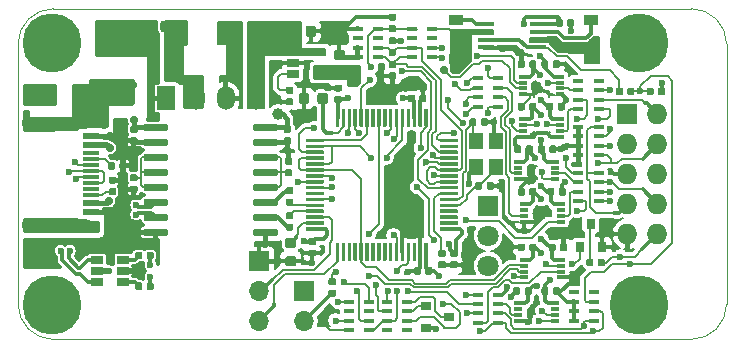
<source format=gbr>
G04 #@! TF.GenerationSoftware,KiCad,Pcbnew,5.1.5+dfsg1-2build2*
G04 #@! TF.CreationDate,2020-09-23T01:19:26+04:00*
G04 #@! TF.ProjectId,RailLink,5261696c-4c69-46e6-9b2e-6b696361645f,rev?*
G04 #@! TF.SameCoordinates,PX5f5e100PY7a12000*
G04 #@! TF.FileFunction,Copper,L1,Top*
G04 #@! TF.FilePolarity,Positive*
%FSLAX46Y46*%
G04 Gerber Fmt 4.6, Leading zero omitted, Abs format (unit mm)*
G04 Created by KiCad (PCBNEW 5.1.5+dfsg1-2build2) date 2020-09-23 01:19:26*
%MOMM*%
%LPD*%
G04 APERTURE LIST*
%ADD10C,0.050000*%
%ADD11R,1.500000X2.000000*%
%ADD12O,1.500000X2.000000*%
%ADD13R,1.450000X0.450000*%
%ADD14C,1.800000*%
%ADD15R,1.800000X1.800000*%
%ADD16C,0.160000*%
%ADD17R,1.200000X0.900000*%
%ADD18O,1.700000X1.700000*%
%ADD19R,1.700000X1.700000*%
%ADD20R,0.800000X0.300000*%
%ADD21C,5.000000*%
%ADD22C,0.800000*%
%ADD23R,1.450000X0.600000*%
%ADD24R,1.450000X0.300000*%
%ADD25O,2.100000X1.000000*%
%ADD26O,1.600000X1.000000*%
%ADD27O,1.727200X1.727200*%
%ADD28R,1.727200X1.727200*%
%ADD29R,0.900000X0.400000*%
%ADD30R,1.200000X1.400000*%
%ADD31R,1.060000X0.650000*%
%ADD32R,0.900000X0.800000*%
%ADD33R,0.800000X0.900000*%
%ADD34C,0.700000*%
%ADD35C,0.600000*%
%ADD36C,1.000000*%
%ADD37C,0.400000*%
%ADD38C,0.200000*%
%ADD39C,0.300000*%
%ADD40C,0.500000*%
%ADD41C,0.350000*%
G04 APERTURE END LIST*
D10*
X3000000Y0D02*
G75*
G02X0Y3000000I0J3000000D01*
G01*
X0Y25000000D02*
G75*
G02X3000000Y28000000I3000000J0D01*
G01*
X57000000Y28000000D02*
G75*
G02X60000000Y25000000I0J-3000000D01*
G01*
X60000000Y3000000D02*
G75*
G02X57000000Y0I-3000000J0D01*
G01*
X57000000Y28000000D02*
X3000000Y28000000D01*
X60000000Y3000000D02*
X60000000Y25000000D01*
X3000000Y0D02*
X57000000Y0D01*
X0Y25000000D02*
X0Y3000000D01*
D11*
X12500000Y20400000D03*
D12*
X15040000Y20400000D03*
X17580000Y20400000D03*
X20120000Y20400000D03*
D13*
X44000000Y26675000D03*
X44000000Y26025000D03*
X44000000Y25375000D03*
X44000000Y24725000D03*
X39600000Y24725000D03*
X39600000Y25375000D03*
X39600000Y26025000D03*
X39600000Y26675000D03*
D14*
X39800000Y6220000D03*
X39800000Y8760000D03*
D15*
X39800000Y11300000D03*
G04 #@! TA.AperFunction,SMDPad,CuDef*
D16*
G36*
X26786958Y4209290D02*
G01*
X26801276Y4207166D01*
X26815317Y4203649D01*
X26828946Y4198772D01*
X26842031Y4192583D01*
X26854447Y4185142D01*
X26866073Y4176519D01*
X26876798Y4166798D01*
X26886519Y4156073D01*
X26895142Y4144447D01*
X26902583Y4132031D01*
X26908772Y4118946D01*
X26913649Y4105317D01*
X26917166Y4091276D01*
X26919290Y4076958D01*
X26920000Y4062500D01*
X26920000Y3767500D01*
X26919290Y3753042D01*
X26917166Y3738724D01*
X26913649Y3724683D01*
X26908772Y3711054D01*
X26902583Y3697969D01*
X26895142Y3685553D01*
X26886519Y3673927D01*
X26876798Y3663202D01*
X26866073Y3653481D01*
X26854447Y3644858D01*
X26842031Y3637417D01*
X26828946Y3631228D01*
X26815317Y3626351D01*
X26801276Y3622834D01*
X26786958Y3620710D01*
X26772500Y3620000D01*
X26427500Y3620000D01*
X26413042Y3620710D01*
X26398724Y3622834D01*
X26384683Y3626351D01*
X26371054Y3631228D01*
X26357969Y3637417D01*
X26345553Y3644858D01*
X26333927Y3653481D01*
X26323202Y3663202D01*
X26313481Y3673927D01*
X26304858Y3685553D01*
X26297417Y3697969D01*
X26291228Y3711054D01*
X26286351Y3724683D01*
X26282834Y3738724D01*
X26280710Y3753042D01*
X26280000Y3767500D01*
X26280000Y4062500D01*
X26280710Y4076958D01*
X26282834Y4091276D01*
X26286351Y4105317D01*
X26291228Y4118946D01*
X26297417Y4132031D01*
X26304858Y4144447D01*
X26313481Y4156073D01*
X26323202Y4166798D01*
X26333927Y4176519D01*
X26345553Y4185142D01*
X26357969Y4192583D01*
X26371054Y4198772D01*
X26384683Y4203649D01*
X26398724Y4207166D01*
X26413042Y4209290D01*
X26427500Y4210000D01*
X26772500Y4210000D01*
X26786958Y4209290D01*
G37*
G04 #@! TD.AperFunction*
G04 #@! TA.AperFunction,SMDPad,CuDef*
G36*
X26786958Y5179290D02*
G01*
X26801276Y5177166D01*
X26815317Y5173649D01*
X26828946Y5168772D01*
X26842031Y5162583D01*
X26854447Y5155142D01*
X26866073Y5146519D01*
X26876798Y5136798D01*
X26886519Y5126073D01*
X26895142Y5114447D01*
X26902583Y5102031D01*
X26908772Y5088946D01*
X26913649Y5075317D01*
X26917166Y5061276D01*
X26919290Y5046958D01*
X26920000Y5032500D01*
X26920000Y4737500D01*
X26919290Y4723042D01*
X26917166Y4708724D01*
X26913649Y4694683D01*
X26908772Y4681054D01*
X26902583Y4667969D01*
X26895142Y4655553D01*
X26886519Y4643927D01*
X26876798Y4633202D01*
X26866073Y4623481D01*
X26854447Y4614858D01*
X26842031Y4607417D01*
X26828946Y4601228D01*
X26815317Y4596351D01*
X26801276Y4592834D01*
X26786958Y4590710D01*
X26772500Y4590000D01*
X26427500Y4590000D01*
X26413042Y4590710D01*
X26398724Y4592834D01*
X26384683Y4596351D01*
X26371054Y4601228D01*
X26357969Y4607417D01*
X26345553Y4614858D01*
X26333927Y4623481D01*
X26323202Y4633202D01*
X26313481Y4643927D01*
X26304858Y4655553D01*
X26297417Y4667969D01*
X26291228Y4681054D01*
X26286351Y4694683D01*
X26282834Y4708724D01*
X26280710Y4723042D01*
X26280000Y4737500D01*
X26280000Y5032500D01*
X26280710Y5046958D01*
X26282834Y5061276D01*
X26286351Y5075317D01*
X26291228Y5088946D01*
X26297417Y5102031D01*
X26304858Y5114447D01*
X26313481Y5126073D01*
X26323202Y5136798D01*
X26333927Y5146519D01*
X26345553Y5155142D01*
X26357969Y5162583D01*
X26371054Y5168772D01*
X26384683Y5173649D01*
X26398724Y5177166D01*
X26413042Y5179290D01*
X26427500Y5180000D01*
X26772500Y5180000D01*
X26786958Y5179290D01*
G37*
G04 #@! TD.AperFunction*
D17*
X48500000Y27050000D03*
X48500000Y23750000D03*
D18*
X24200000Y1560000D03*
D19*
X24200000Y4100000D03*
G04 #@! TA.AperFunction,SMDPad,CuDef*
D16*
G36*
X34632351Y8199639D02*
G01*
X34639632Y8198559D01*
X34646771Y8196771D01*
X34653701Y8194291D01*
X34660355Y8191144D01*
X34666668Y8187360D01*
X34672579Y8182976D01*
X34678033Y8178033D01*
X34682976Y8172579D01*
X34687360Y8166668D01*
X34691144Y8160355D01*
X34694291Y8153701D01*
X34696771Y8146771D01*
X34698559Y8139632D01*
X34699639Y8132351D01*
X34700000Y8125000D01*
X34700000Y6725000D01*
X34699639Y6717649D01*
X34698559Y6710368D01*
X34696771Y6703229D01*
X34694291Y6696299D01*
X34691144Y6689645D01*
X34687360Y6683332D01*
X34682976Y6677421D01*
X34678033Y6671967D01*
X34672579Y6667024D01*
X34666668Y6662640D01*
X34660355Y6658856D01*
X34653701Y6655709D01*
X34646771Y6653229D01*
X34639632Y6651441D01*
X34632351Y6650361D01*
X34625000Y6650000D01*
X34475000Y6650000D01*
X34467649Y6650361D01*
X34460368Y6651441D01*
X34453229Y6653229D01*
X34446299Y6655709D01*
X34439645Y6658856D01*
X34433332Y6662640D01*
X34427421Y6667024D01*
X34421967Y6671967D01*
X34417024Y6677421D01*
X34412640Y6683332D01*
X34408856Y6689645D01*
X34405709Y6696299D01*
X34403229Y6703229D01*
X34401441Y6710368D01*
X34400361Y6717649D01*
X34400000Y6725000D01*
X34400000Y8125000D01*
X34400361Y8132351D01*
X34401441Y8139632D01*
X34403229Y8146771D01*
X34405709Y8153701D01*
X34408856Y8160355D01*
X34412640Y8166668D01*
X34417024Y8172579D01*
X34421967Y8178033D01*
X34427421Y8182976D01*
X34433332Y8187360D01*
X34439645Y8191144D01*
X34446299Y8194291D01*
X34453229Y8196771D01*
X34460368Y8198559D01*
X34467649Y8199639D01*
X34475000Y8200000D01*
X34625000Y8200000D01*
X34632351Y8199639D01*
G37*
G04 #@! TD.AperFunction*
G04 #@! TA.AperFunction,SMDPad,CuDef*
G36*
X34132351Y8199639D02*
G01*
X34139632Y8198559D01*
X34146771Y8196771D01*
X34153701Y8194291D01*
X34160355Y8191144D01*
X34166668Y8187360D01*
X34172579Y8182976D01*
X34178033Y8178033D01*
X34182976Y8172579D01*
X34187360Y8166668D01*
X34191144Y8160355D01*
X34194291Y8153701D01*
X34196771Y8146771D01*
X34198559Y8139632D01*
X34199639Y8132351D01*
X34200000Y8125000D01*
X34200000Y6725000D01*
X34199639Y6717649D01*
X34198559Y6710368D01*
X34196771Y6703229D01*
X34194291Y6696299D01*
X34191144Y6689645D01*
X34187360Y6683332D01*
X34182976Y6677421D01*
X34178033Y6671967D01*
X34172579Y6667024D01*
X34166668Y6662640D01*
X34160355Y6658856D01*
X34153701Y6655709D01*
X34146771Y6653229D01*
X34139632Y6651441D01*
X34132351Y6650361D01*
X34125000Y6650000D01*
X33975000Y6650000D01*
X33967649Y6650361D01*
X33960368Y6651441D01*
X33953229Y6653229D01*
X33946299Y6655709D01*
X33939645Y6658856D01*
X33933332Y6662640D01*
X33927421Y6667024D01*
X33921967Y6671967D01*
X33917024Y6677421D01*
X33912640Y6683332D01*
X33908856Y6689645D01*
X33905709Y6696299D01*
X33903229Y6703229D01*
X33901441Y6710368D01*
X33900361Y6717649D01*
X33900000Y6725000D01*
X33900000Y8125000D01*
X33900361Y8132351D01*
X33901441Y8139632D01*
X33903229Y8146771D01*
X33905709Y8153701D01*
X33908856Y8160355D01*
X33912640Y8166668D01*
X33917024Y8172579D01*
X33921967Y8178033D01*
X33927421Y8182976D01*
X33933332Y8187360D01*
X33939645Y8191144D01*
X33946299Y8194291D01*
X33953229Y8196771D01*
X33960368Y8198559D01*
X33967649Y8199639D01*
X33975000Y8200000D01*
X34125000Y8200000D01*
X34132351Y8199639D01*
G37*
G04 #@! TD.AperFunction*
G04 #@! TA.AperFunction,SMDPad,CuDef*
G36*
X33632351Y8199639D02*
G01*
X33639632Y8198559D01*
X33646771Y8196771D01*
X33653701Y8194291D01*
X33660355Y8191144D01*
X33666668Y8187360D01*
X33672579Y8182976D01*
X33678033Y8178033D01*
X33682976Y8172579D01*
X33687360Y8166668D01*
X33691144Y8160355D01*
X33694291Y8153701D01*
X33696771Y8146771D01*
X33698559Y8139632D01*
X33699639Y8132351D01*
X33700000Y8125000D01*
X33700000Y6725000D01*
X33699639Y6717649D01*
X33698559Y6710368D01*
X33696771Y6703229D01*
X33694291Y6696299D01*
X33691144Y6689645D01*
X33687360Y6683332D01*
X33682976Y6677421D01*
X33678033Y6671967D01*
X33672579Y6667024D01*
X33666668Y6662640D01*
X33660355Y6658856D01*
X33653701Y6655709D01*
X33646771Y6653229D01*
X33639632Y6651441D01*
X33632351Y6650361D01*
X33625000Y6650000D01*
X33475000Y6650000D01*
X33467649Y6650361D01*
X33460368Y6651441D01*
X33453229Y6653229D01*
X33446299Y6655709D01*
X33439645Y6658856D01*
X33433332Y6662640D01*
X33427421Y6667024D01*
X33421967Y6671967D01*
X33417024Y6677421D01*
X33412640Y6683332D01*
X33408856Y6689645D01*
X33405709Y6696299D01*
X33403229Y6703229D01*
X33401441Y6710368D01*
X33400361Y6717649D01*
X33400000Y6725000D01*
X33400000Y8125000D01*
X33400361Y8132351D01*
X33401441Y8139632D01*
X33403229Y8146771D01*
X33405709Y8153701D01*
X33408856Y8160355D01*
X33412640Y8166668D01*
X33417024Y8172579D01*
X33421967Y8178033D01*
X33427421Y8182976D01*
X33433332Y8187360D01*
X33439645Y8191144D01*
X33446299Y8194291D01*
X33453229Y8196771D01*
X33460368Y8198559D01*
X33467649Y8199639D01*
X33475000Y8200000D01*
X33625000Y8200000D01*
X33632351Y8199639D01*
G37*
G04 #@! TD.AperFunction*
G04 #@! TA.AperFunction,SMDPad,CuDef*
G36*
X33132351Y8199639D02*
G01*
X33139632Y8198559D01*
X33146771Y8196771D01*
X33153701Y8194291D01*
X33160355Y8191144D01*
X33166668Y8187360D01*
X33172579Y8182976D01*
X33178033Y8178033D01*
X33182976Y8172579D01*
X33187360Y8166668D01*
X33191144Y8160355D01*
X33194291Y8153701D01*
X33196771Y8146771D01*
X33198559Y8139632D01*
X33199639Y8132351D01*
X33200000Y8125000D01*
X33200000Y6725000D01*
X33199639Y6717649D01*
X33198559Y6710368D01*
X33196771Y6703229D01*
X33194291Y6696299D01*
X33191144Y6689645D01*
X33187360Y6683332D01*
X33182976Y6677421D01*
X33178033Y6671967D01*
X33172579Y6667024D01*
X33166668Y6662640D01*
X33160355Y6658856D01*
X33153701Y6655709D01*
X33146771Y6653229D01*
X33139632Y6651441D01*
X33132351Y6650361D01*
X33125000Y6650000D01*
X32975000Y6650000D01*
X32967649Y6650361D01*
X32960368Y6651441D01*
X32953229Y6653229D01*
X32946299Y6655709D01*
X32939645Y6658856D01*
X32933332Y6662640D01*
X32927421Y6667024D01*
X32921967Y6671967D01*
X32917024Y6677421D01*
X32912640Y6683332D01*
X32908856Y6689645D01*
X32905709Y6696299D01*
X32903229Y6703229D01*
X32901441Y6710368D01*
X32900361Y6717649D01*
X32900000Y6725000D01*
X32900000Y8125000D01*
X32900361Y8132351D01*
X32901441Y8139632D01*
X32903229Y8146771D01*
X32905709Y8153701D01*
X32908856Y8160355D01*
X32912640Y8166668D01*
X32917024Y8172579D01*
X32921967Y8178033D01*
X32927421Y8182976D01*
X32933332Y8187360D01*
X32939645Y8191144D01*
X32946299Y8194291D01*
X32953229Y8196771D01*
X32960368Y8198559D01*
X32967649Y8199639D01*
X32975000Y8200000D01*
X33125000Y8200000D01*
X33132351Y8199639D01*
G37*
G04 #@! TD.AperFunction*
G04 #@! TA.AperFunction,SMDPad,CuDef*
G36*
X32632351Y8199639D02*
G01*
X32639632Y8198559D01*
X32646771Y8196771D01*
X32653701Y8194291D01*
X32660355Y8191144D01*
X32666668Y8187360D01*
X32672579Y8182976D01*
X32678033Y8178033D01*
X32682976Y8172579D01*
X32687360Y8166668D01*
X32691144Y8160355D01*
X32694291Y8153701D01*
X32696771Y8146771D01*
X32698559Y8139632D01*
X32699639Y8132351D01*
X32700000Y8125000D01*
X32700000Y6725000D01*
X32699639Y6717649D01*
X32698559Y6710368D01*
X32696771Y6703229D01*
X32694291Y6696299D01*
X32691144Y6689645D01*
X32687360Y6683332D01*
X32682976Y6677421D01*
X32678033Y6671967D01*
X32672579Y6667024D01*
X32666668Y6662640D01*
X32660355Y6658856D01*
X32653701Y6655709D01*
X32646771Y6653229D01*
X32639632Y6651441D01*
X32632351Y6650361D01*
X32625000Y6650000D01*
X32475000Y6650000D01*
X32467649Y6650361D01*
X32460368Y6651441D01*
X32453229Y6653229D01*
X32446299Y6655709D01*
X32439645Y6658856D01*
X32433332Y6662640D01*
X32427421Y6667024D01*
X32421967Y6671967D01*
X32417024Y6677421D01*
X32412640Y6683332D01*
X32408856Y6689645D01*
X32405709Y6696299D01*
X32403229Y6703229D01*
X32401441Y6710368D01*
X32400361Y6717649D01*
X32400000Y6725000D01*
X32400000Y8125000D01*
X32400361Y8132351D01*
X32401441Y8139632D01*
X32403229Y8146771D01*
X32405709Y8153701D01*
X32408856Y8160355D01*
X32412640Y8166668D01*
X32417024Y8172579D01*
X32421967Y8178033D01*
X32427421Y8182976D01*
X32433332Y8187360D01*
X32439645Y8191144D01*
X32446299Y8194291D01*
X32453229Y8196771D01*
X32460368Y8198559D01*
X32467649Y8199639D01*
X32475000Y8200000D01*
X32625000Y8200000D01*
X32632351Y8199639D01*
G37*
G04 #@! TD.AperFunction*
G04 #@! TA.AperFunction,SMDPad,CuDef*
G36*
X32132351Y8199639D02*
G01*
X32139632Y8198559D01*
X32146771Y8196771D01*
X32153701Y8194291D01*
X32160355Y8191144D01*
X32166668Y8187360D01*
X32172579Y8182976D01*
X32178033Y8178033D01*
X32182976Y8172579D01*
X32187360Y8166668D01*
X32191144Y8160355D01*
X32194291Y8153701D01*
X32196771Y8146771D01*
X32198559Y8139632D01*
X32199639Y8132351D01*
X32200000Y8125000D01*
X32200000Y6725000D01*
X32199639Y6717649D01*
X32198559Y6710368D01*
X32196771Y6703229D01*
X32194291Y6696299D01*
X32191144Y6689645D01*
X32187360Y6683332D01*
X32182976Y6677421D01*
X32178033Y6671967D01*
X32172579Y6667024D01*
X32166668Y6662640D01*
X32160355Y6658856D01*
X32153701Y6655709D01*
X32146771Y6653229D01*
X32139632Y6651441D01*
X32132351Y6650361D01*
X32125000Y6650000D01*
X31975000Y6650000D01*
X31967649Y6650361D01*
X31960368Y6651441D01*
X31953229Y6653229D01*
X31946299Y6655709D01*
X31939645Y6658856D01*
X31933332Y6662640D01*
X31927421Y6667024D01*
X31921967Y6671967D01*
X31917024Y6677421D01*
X31912640Y6683332D01*
X31908856Y6689645D01*
X31905709Y6696299D01*
X31903229Y6703229D01*
X31901441Y6710368D01*
X31900361Y6717649D01*
X31900000Y6725000D01*
X31900000Y8125000D01*
X31900361Y8132351D01*
X31901441Y8139632D01*
X31903229Y8146771D01*
X31905709Y8153701D01*
X31908856Y8160355D01*
X31912640Y8166668D01*
X31917024Y8172579D01*
X31921967Y8178033D01*
X31927421Y8182976D01*
X31933332Y8187360D01*
X31939645Y8191144D01*
X31946299Y8194291D01*
X31953229Y8196771D01*
X31960368Y8198559D01*
X31967649Y8199639D01*
X31975000Y8200000D01*
X32125000Y8200000D01*
X32132351Y8199639D01*
G37*
G04 #@! TD.AperFunction*
G04 #@! TA.AperFunction,SMDPad,CuDef*
G36*
X31632351Y8199639D02*
G01*
X31639632Y8198559D01*
X31646771Y8196771D01*
X31653701Y8194291D01*
X31660355Y8191144D01*
X31666668Y8187360D01*
X31672579Y8182976D01*
X31678033Y8178033D01*
X31682976Y8172579D01*
X31687360Y8166668D01*
X31691144Y8160355D01*
X31694291Y8153701D01*
X31696771Y8146771D01*
X31698559Y8139632D01*
X31699639Y8132351D01*
X31700000Y8125000D01*
X31700000Y6725000D01*
X31699639Y6717649D01*
X31698559Y6710368D01*
X31696771Y6703229D01*
X31694291Y6696299D01*
X31691144Y6689645D01*
X31687360Y6683332D01*
X31682976Y6677421D01*
X31678033Y6671967D01*
X31672579Y6667024D01*
X31666668Y6662640D01*
X31660355Y6658856D01*
X31653701Y6655709D01*
X31646771Y6653229D01*
X31639632Y6651441D01*
X31632351Y6650361D01*
X31625000Y6650000D01*
X31475000Y6650000D01*
X31467649Y6650361D01*
X31460368Y6651441D01*
X31453229Y6653229D01*
X31446299Y6655709D01*
X31439645Y6658856D01*
X31433332Y6662640D01*
X31427421Y6667024D01*
X31421967Y6671967D01*
X31417024Y6677421D01*
X31412640Y6683332D01*
X31408856Y6689645D01*
X31405709Y6696299D01*
X31403229Y6703229D01*
X31401441Y6710368D01*
X31400361Y6717649D01*
X31400000Y6725000D01*
X31400000Y8125000D01*
X31400361Y8132351D01*
X31401441Y8139632D01*
X31403229Y8146771D01*
X31405709Y8153701D01*
X31408856Y8160355D01*
X31412640Y8166668D01*
X31417024Y8172579D01*
X31421967Y8178033D01*
X31427421Y8182976D01*
X31433332Y8187360D01*
X31439645Y8191144D01*
X31446299Y8194291D01*
X31453229Y8196771D01*
X31460368Y8198559D01*
X31467649Y8199639D01*
X31475000Y8200000D01*
X31625000Y8200000D01*
X31632351Y8199639D01*
G37*
G04 #@! TD.AperFunction*
G04 #@! TA.AperFunction,SMDPad,CuDef*
G36*
X31132351Y8199639D02*
G01*
X31139632Y8198559D01*
X31146771Y8196771D01*
X31153701Y8194291D01*
X31160355Y8191144D01*
X31166668Y8187360D01*
X31172579Y8182976D01*
X31178033Y8178033D01*
X31182976Y8172579D01*
X31187360Y8166668D01*
X31191144Y8160355D01*
X31194291Y8153701D01*
X31196771Y8146771D01*
X31198559Y8139632D01*
X31199639Y8132351D01*
X31200000Y8125000D01*
X31200000Y6725000D01*
X31199639Y6717649D01*
X31198559Y6710368D01*
X31196771Y6703229D01*
X31194291Y6696299D01*
X31191144Y6689645D01*
X31187360Y6683332D01*
X31182976Y6677421D01*
X31178033Y6671967D01*
X31172579Y6667024D01*
X31166668Y6662640D01*
X31160355Y6658856D01*
X31153701Y6655709D01*
X31146771Y6653229D01*
X31139632Y6651441D01*
X31132351Y6650361D01*
X31125000Y6650000D01*
X30975000Y6650000D01*
X30967649Y6650361D01*
X30960368Y6651441D01*
X30953229Y6653229D01*
X30946299Y6655709D01*
X30939645Y6658856D01*
X30933332Y6662640D01*
X30927421Y6667024D01*
X30921967Y6671967D01*
X30917024Y6677421D01*
X30912640Y6683332D01*
X30908856Y6689645D01*
X30905709Y6696299D01*
X30903229Y6703229D01*
X30901441Y6710368D01*
X30900361Y6717649D01*
X30900000Y6725000D01*
X30900000Y8125000D01*
X30900361Y8132351D01*
X30901441Y8139632D01*
X30903229Y8146771D01*
X30905709Y8153701D01*
X30908856Y8160355D01*
X30912640Y8166668D01*
X30917024Y8172579D01*
X30921967Y8178033D01*
X30927421Y8182976D01*
X30933332Y8187360D01*
X30939645Y8191144D01*
X30946299Y8194291D01*
X30953229Y8196771D01*
X30960368Y8198559D01*
X30967649Y8199639D01*
X30975000Y8200000D01*
X31125000Y8200000D01*
X31132351Y8199639D01*
G37*
G04 #@! TD.AperFunction*
G04 #@! TA.AperFunction,SMDPad,CuDef*
G36*
X30632351Y8199639D02*
G01*
X30639632Y8198559D01*
X30646771Y8196771D01*
X30653701Y8194291D01*
X30660355Y8191144D01*
X30666668Y8187360D01*
X30672579Y8182976D01*
X30678033Y8178033D01*
X30682976Y8172579D01*
X30687360Y8166668D01*
X30691144Y8160355D01*
X30694291Y8153701D01*
X30696771Y8146771D01*
X30698559Y8139632D01*
X30699639Y8132351D01*
X30700000Y8125000D01*
X30700000Y6725000D01*
X30699639Y6717649D01*
X30698559Y6710368D01*
X30696771Y6703229D01*
X30694291Y6696299D01*
X30691144Y6689645D01*
X30687360Y6683332D01*
X30682976Y6677421D01*
X30678033Y6671967D01*
X30672579Y6667024D01*
X30666668Y6662640D01*
X30660355Y6658856D01*
X30653701Y6655709D01*
X30646771Y6653229D01*
X30639632Y6651441D01*
X30632351Y6650361D01*
X30625000Y6650000D01*
X30475000Y6650000D01*
X30467649Y6650361D01*
X30460368Y6651441D01*
X30453229Y6653229D01*
X30446299Y6655709D01*
X30439645Y6658856D01*
X30433332Y6662640D01*
X30427421Y6667024D01*
X30421967Y6671967D01*
X30417024Y6677421D01*
X30412640Y6683332D01*
X30408856Y6689645D01*
X30405709Y6696299D01*
X30403229Y6703229D01*
X30401441Y6710368D01*
X30400361Y6717649D01*
X30400000Y6725000D01*
X30400000Y8125000D01*
X30400361Y8132351D01*
X30401441Y8139632D01*
X30403229Y8146771D01*
X30405709Y8153701D01*
X30408856Y8160355D01*
X30412640Y8166668D01*
X30417024Y8172579D01*
X30421967Y8178033D01*
X30427421Y8182976D01*
X30433332Y8187360D01*
X30439645Y8191144D01*
X30446299Y8194291D01*
X30453229Y8196771D01*
X30460368Y8198559D01*
X30467649Y8199639D01*
X30475000Y8200000D01*
X30625000Y8200000D01*
X30632351Y8199639D01*
G37*
G04 #@! TD.AperFunction*
G04 #@! TA.AperFunction,SMDPad,CuDef*
G36*
X30132351Y8199639D02*
G01*
X30139632Y8198559D01*
X30146771Y8196771D01*
X30153701Y8194291D01*
X30160355Y8191144D01*
X30166668Y8187360D01*
X30172579Y8182976D01*
X30178033Y8178033D01*
X30182976Y8172579D01*
X30187360Y8166668D01*
X30191144Y8160355D01*
X30194291Y8153701D01*
X30196771Y8146771D01*
X30198559Y8139632D01*
X30199639Y8132351D01*
X30200000Y8125000D01*
X30200000Y6725000D01*
X30199639Y6717649D01*
X30198559Y6710368D01*
X30196771Y6703229D01*
X30194291Y6696299D01*
X30191144Y6689645D01*
X30187360Y6683332D01*
X30182976Y6677421D01*
X30178033Y6671967D01*
X30172579Y6667024D01*
X30166668Y6662640D01*
X30160355Y6658856D01*
X30153701Y6655709D01*
X30146771Y6653229D01*
X30139632Y6651441D01*
X30132351Y6650361D01*
X30125000Y6650000D01*
X29975000Y6650000D01*
X29967649Y6650361D01*
X29960368Y6651441D01*
X29953229Y6653229D01*
X29946299Y6655709D01*
X29939645Y6658856D01*
X29933332Y6662640D01*
X29927421Y6667024D01*
X29921967Y6671967D01*
X29917024Y6677421D01*
X29912640Y6683332D01*
X29908856Y6689645D01*
X29905709Y6696299D01*
X29903229Y6703229D01*
X29901441Y6710368D01*
X29900361Y6717649D01*
X29900000Y6725000D01*
X29900000Y8125000D01*
X29900361Y8132351D01*
X29901441Y8139632D01*
X29903229Y8146771D01*
X29905709Y8153701D01*
X29908856Y8160355D01*
X29912640Y8166668D01*
X29917024Y8172579D01*
X29921967Y8178033D01*
X29927421Y8182976D01*
X29933332Y8187360D01*
X29939645Y8191144D01*
X29946299Y8194291D01*
X29953229Y8196771D01*
X29960368Y8198559D01*
X29967649Y8199639D01*
X29975000Y8200000D01*
X30125000Y8200000D01*
X30132351Y8199639D01*
G37*
G04 #@! TD.AperFunction*
G04 #@! TA.AperFunction,SMDPad,CuDef*
G36*
X29632351Y8199639D02*
G01*
X29639632Y8198559D01*
X29646771Y8196771D01*
X29653701Y8194291D01*
X29660355Y8191144D01*
X29666668Y8187360D01*
X29672579Y8182976D01*
X29678033Y8178033D01*
X29682976Y8172579D01*
X29687360Y8166668D01*
X29691144Y8160355D01*
X29694291Y8153701D01*
X29696771Y8146771D01*
X29698559Y8139632D01*
X29699639Y8132351D01*
X29700000Y8125000D01*
X29700000Y6725000D01*
X29699639Y6717649D01*
X29698559Y6710368D01*
X29696771Y6703229D01*
X29694291Y6696299D01*
X29691144Y6689645D01*
X29687360Y6683332D01*
X29682976Y6677421D01*
X29678033Y6671967D01*
X29672579Y6667024D01*
X29666668Y6662640D01*
X29660355Y6658856D01*
X29653701Y6655709D01*
X29646771Y6653229D01*
X29639632Y6651441D01*
X29632351Y6650361D01*
X29625000Y6650000D01*
X29475000Y6650000D01*
X29467649Y6650361D01*
X29460368Y6651441D01*
X29453229Y6653229D01*
X29446299Y6655709D01*
X29439645Y6658856D01*
X29433332Y6662640D01*
X29427421Y6667024D01*
X29421967Y6671967D01*
X29417024Y6677421D01*
X29412640Y6683332D01*
X29408856Y6689645D01*
X29405709Y6696299D01*
X29403229Y6703229D01*
X29401441Y6710368D01*
X29400361Y6717649D01*
X29400000Y6725000D01*
X29400000Y8125000D01*
X29400361Y8132351D01*
X29401441Y8139632D01*
X29403229Y8146771D01*
X29405709Y8153701D01*
X29408856Y8160355D01*
X29412640Y8166668D01*
X29417024Y8172579D01*
X29421967Y8178033D01*
X29427421Y8182976D01*
X29433332Y8187360D01*
X29439645Y8191144D01*
X29446299Y8194291D01*
X29453229Y8196771D01*
X29460368Y8198559D01*
X29467649Y8199639D01*
X29475000Y8200000D01*
X29625000Y8200000D01*
X29632351Y8199639D01*
G37*
G04 #@! TD.AperFunction*
G04 #@! TA.AperFunction,SMDPad,CuDef*
G36*
X29132351Y8199639D02*
G01*
X29139632Y8198559D01*
X29146771Y8196771D01*
X29153701Y8194291D01*
X29160355Y8191144D01*
X29166668Y8187360D01*
X29172579Y8182976D01*
X29178033Y8178033D01*
X29182976Y8172579D01*
X29187360Y8166668D01*
X29191144Y8160355D01*
X29194291Y8153701D01*
X29196771Y8146771D01*
X29198559Y8139632D01*
X29199639Y8132351D01*
X29200000Y8125000D01*
X29200000Y6725000D01*
X29199639Y6717649D01*
X29198559Y6710368D01*
X29196771Y6703229D01*
X29194291Y6696299D01*
X29191144Y6689645D01*
X29187360Y6683332D01*
X29182976Y6677421D01*
X29178033Y6671967D01*
X29172579Y6667024D01*
X29166668Y6662640D01*
X29160355Y6658856D01*
X29153701Y6655709D01*
X29146771Y6653229D01*
X29139632Y6651441D01*
X29132351Y6650361D01*
X29125000Y6650000D01*
X28975000Y6650000D01*
X28967649Y6650361D01*
X28960368Y6651441D01*
X28953229Y6653229D01*
X28946299Y6655709D01*
X28939645Y6658856D01*
X28933332Y6662640D01*
X28927421Y6667024D01*
X28921967Y6671967D01*
X28917024Y6677421D01*
X28912640Y6683332D01*
X28908856Y6689645D01*
X28905709Y6696299D01*
X28903229Y6703229D01*
X28901441Y6710368D01*
X28900361Y6717649D01*
X28900000Y6725000D01*
X28900000Y8125000D01*
X28900361Y8132351D01*
X28901441Y8139632D01*
X28903229Y8146771D01*
X28905709Y8153701D01*
X28908856Y8160355D01*
X28912640Y8166668D01*
X28917024Y8172579D01*
X28921967Y8178033D01*
X28927421Y8182976D01*
X28933332Y8187360D01*
X28939645Y8191144D01*
X28946299Y8194291D01*
X28953229Y8196771D01*
X28960368Y8198559D01*
X28967649Y8199639D01*
X28975000Y8200000D01*
X29125000Y8200000D01*
X29132351Y8199639D01*
G37*
G04 #@! TD.AperFunction*
G04 #@! TA.AperFunction,SMDPad,CuDef*
G36*
X28632351Y8199639D02*
G01*
X28639632Y8198559D01*
X28646771Y8196771D01*
X28653701Y8194291D01*
X28660355Y8191144D01*
X28666668Y8187360D01*
X28672579Y8182976D01*
X28678033Y8178033D01*
X28682976Y8172579D01*
X28687360Y8166668D01*
X28691144Y8160355D01*
X28694291Y8153701D01*
X28696771Y8146771D01*
X28698559Y8139632D01*
X28699639Y8132351D01*
X28700000Y8125000D01*
X28700000Y6725000D01*
X28699639Y6717649D01*
X28698559Y6710368D01*
X28696771Y6703229D01*
X28694291Y6696299D01*
X28691144Y6689645D01*
X28687360Y6683332D01*
X28682976Y6677421D01*
X28678033Y6671967D01*
X28672579Y6667024D01*
X28666668Y6662640D01*
X28660355Y6658856D01*
X28653701Y6655709D01*
X28646771Y6653229D01*
X28639632Y6651441D01*
X28632351Y6650361D01*
X28625000Y6650000D01*
X28475000Y6650000D01*
X28467649Y6650361D01*
X28460368Y6651441D01*
X28453229Y6653229D01*
X28446299Y6655709D01*
X28439645Y6658856D01*
X28433332Y6662640D01*
X28427421Y6667024D01*
X28421967Y6671967D01*
X28417024Y6677421D01*
X28412640Y6683332D01*
X28408856Y6689645D01*
X28405709Y6696299D01*
X28403229Y6703229D01*
X28401441Y6710368D01*
X28400361Y6717649D01*
X28400000Y6725000D01*
X28400000Y8125000D01*
X28400361Y8132351D01*
X28401441Y8139632D01*
X28403229Y8146771D01*
X28405709Y8153701D01*
X28408856Y8160355D01*
X28412640Y8166668D01*
X28417024Y8172579D01*
X28421967Y8178033D01*
X28427421Y8182976D01*
X28433332Y8187360D01*
X28439645Y8191144D01*
X28446299Y8194291D01*
X28453229Y8196771D01*
X28460368Y8198559D01*
X28467649Y8199639D01*
X28475000Y8200000D01*
X28625000Y8200000D01*
X28632351Y8199639D01*
G37*
G04 #@! TD.AperFunction*
G04 #@! TA.AperFunction,SMDPad,CuDef*
G36*
X28132351Y8199639D02*
G01*
X28139632Y8198559D01*
X28146771Y8196771D01*
X28153701Y8194291D01*
X28160355Y8191144D01*
X28166668Y8187360D01*
X28172579Y8182976D01*
X28178033Y8178033D01*
X28182976Y8172579D01*
X28187360Y8166668D01*
X28191144Y8160355D01*
X28194291Y8153701D01*
X28196771Y8146771D01*
X28198559Y8139632D01*
X28199639Y8132351D01*
X28200000Y8125000D01*
X28200000Y6725000D01*
X28199639Y6717649D01*
X28198559Y6710368D01*
X28196771Y6703229D01*
X28194291Y6696299D01*
X28191144Y6689645D01*
X28187360Y6683332D01*
X28182976Y6677421D01*
X28178033Y6671967D01*
X28172579Y6667024D01*
X28166668Y6662640D01*
X28160355Y6658856D01*
X28153701Y6655709D01*
X28146771Y6653229D01*
X28139632Y6651441D01*
X28132351Y6650361D01*
X28125000Y6650000D01*
X27975000Y6650000D01*
X27967649Y6650361D01*
X27960368Y6651441D01*
X27953229Y6653229D01*
X27946299Y6655709D01*
X27939645Y6658856D01*
X27933332Y6662640D01*
X27927421Y6667024D01*
X27921967Y6671967D01*
X27917024Y6677421D01*
X27912640Y6683332D01*
X27908856Y6689645D01*
X27905709Y6696299D01*
X27903229Y6703229D01*
X27901441Y6710368D01*
X27900361Y6717649D01*
X27900000Y6725000D01*
X27900000Y8125000D01*
X27900361Y8132351D01*
X27901441Y8139632D01*
X27903229Y8146771D01*
X27905709Y8153701D01*
X27908856Y8160355D01*
X27912640Y8166668D01*
X27917024Y8172579D01*
X27921967Y8178033D01*
X27927421Y8182976D01*
X27933332Y8187360D01*
X27939645Y8191144D01*
X27946299Y8194291D01*
X27953229Y8196771D01*
X27960368Y8198559D01*
X27967649Y8199639D01*
X27975000Y8200000D01*
X28125000Y8200000D01*
X28132351Y8199639D01*
G37*
G04 #@! TD.AperFunction*
G04 #@! TA.AperFunction,SMDPad,CuDef*
G36*
X27632351Y8199639D02*
G01*
X27639632Y8198559D01*
X27646771Y8196771D01*
X27653701Y8194291D01*
X27660355Y8191144D01*
X27666668Y8187360D01*
X27672579Y8182976D01*
X27678033Y8178033D01*
X27682976Y8172579D01*
X27687360Y8166668D01*
X27691144Y8160355D01*
X27694291Y8153701D01*
X27696771Y8146771D01*
X27698559Y8139632D01*
X27699639Y8132351D01*
X27700000Y8125000D01*
X27700000Y6725000D01*
X27699639Y6717649D01*
X27698559Y6710368D01*
X27696771Y6703229D01*
X27694291Y6696299D01*
X27691144Y6689645D01*
X27687360Y6683332D01*
X27682976Y6677421D01*
X27678033Y6671967D01*
X27672579Y6667024D01*
X27666668Y6662640D01*
X27660355Y6658856D01*
X27653701Y6655709D01*
X27646771Y6653229D01*
X27639632Y6651441D01*
X27632351Y6650361D01*
X27625000Y6650000D01*
X27475000Y6650000D01*
X27467649Y6650361D01*
X27460368Y6651441D01*
X27453229Y6653229D01*
X27446299Y6655709D01*
X27439645Y6658856D01*
X27433332Y6662640D01*
X27427421Y6667024D01*
X27421967Y6671967D01*
X27417024Y6677421D01*
X27412640Y6683332D01*
X27408856Y6689645D01*
X27405709Y6696299D01*
X27403229Y6703229D01*
X27401441Y6710368D01*
X27400361Y6717649D01*
X27400000Y6725000D01*
X27400000Y8125000D01*
X27400361Y8132351D01*
X27401441Y8139632D01*
X27403229Y8146771D01*
X27405709Y8153701D01*
X27408856Y8160355D01*
X27412640Y8166668D01*
X27417024Y8172579D01*
X27421967Y8178033D01*
X27427421Y8182976D01*
X27433332Y8187360D01*
X27439645Y8191144D01*
X27446299Y8194291D01*
X27453229Y8196771D01*
X27460368Y8198559D01*
X27467649Y8199639D01*
X27475000Y8200000D01*
X27625000Y8200000D01*
X27632351Y8199639D01*
G37*
G04 #@! TD.AperFunction*
G04 #@! TA.AperFunction,SMDPad,CuDef*
G36*
X27132351Y8199639D02*
G01*
X27139632Y8198559D01*
X27146771Y8196771D01*
X27153701Y8194291D01*
X27160355Y8191144D01*
X27166668Y8187360D01*
X27172579Y8182976D01*
X27178033Y8178033D01*
X27182976Y8172579D01*
X27187360Y8166668D01*
X27191144Y8160355D01*
X27194291Y8153701D01*
X27196771Y8146771D01*
X27198559Y8139632D01*
X27199639Y8132351D01*
X27200000Y8125000D01*
X27200000Y6725000D01*
X27199639Y6717649D01*
X27198559Y6710368D01*
X27196771Y6703229D01*
X27194291Y6696299D01*
X27191144Y6689645D01*
X27187360Y6683332D01*
X27182976Y6677421D01*
X27178033Y6671967D01*
X27172579Y6667024D01*
X27166668Y6662640D01*
X27160355Y6658856D01*
X27153701Y6655709D01*
X27146771Y6653229D01*
X27139632Y6651441D01*
X27132351Y6650361D01*
X27125000Y6650000D01*
X26975000Y6650000D01*
X26967649Y6650361D01*
X26960368Y6651441D01*
X26953229Y6653229D01*
X26946299Y6655709D01*
X26939645Y6658856D01*
X26933332Y6662640D01*
X26927421Y6667024D01*
X26921967Y6671967D01*
X26917024Y6677421D01*
X26912640Y6683332D01*
X26908856Y6689645D01*
X26905709Y6696299D01*
X26903229Y6703229D01*
X26901441Y6710368D01*
X26900361Y6717649D01*
X26900000Y6725000D01*
X26900000Y8125000D01*
X26900361Y8132351D01*
X26901441Y8139632D01*
X26903229Y8146771D01*
X26905709Y8153701D01*
X26908856Y8160355D01*
X26912640Y8166668D01*
X26917024Y8172579D01*
X26921967Y8178033D01*
X26927421Y8182976D01*
X26933332Y8187360D01*
X26939645Y8191144D01*
X26946299Y8194291D01*
X26953229Y8196771D01*
X26960368Y8198559D01*
X26967649Y8199639D01*
X26975000Y8200000D01*
X27125000Y8200000D01*
X27132351Y8199639D01*
G37*
G04 #@! TD.AperFunction*
G04 #@! TA.AperFunction,SMDPad,CuDef*
G36*
X25832351Y9499639D02*
G01*
X25839632Y9498559D01*
X25846771Y9496771D01*
X25853701Y9494291D01*
X25860355Y9491144D01*
X25866668Y9487360D01*
X25872579Y9482976D01*
X25878033Y9478033D01*
X25882976Y9472579D01*
X25887360Y9466668D01*
X25891144Y9460355D01*
X25894291Y9453701D01*
X25896771Y9446771D01*
X25898559Y9439632D01*
X25899639Y9432351D01*
X25900000Y9425000D01*
X25900000Y9275000D01*
X25899639Y9267649D01*
X25898559Y9260368D01*
X25896771Y9253229D01*
X25894291Y9246299D01*
X25891144Y9239645D01*
X25887360Y9233332D01*
X25882976Y9227421D01*
X25878033Y9221967D01*
X25872579Y9217024D01*
X25866668Y9212640D01*
X25860355Y9208856D01*
X25853701Y9205709D01*
X25846771Y9203229D01*
X25839632Y9201441D01*
X25832351Y9200361D01*
X25825000Y9200000D01*
X24425000Y9200000D01*
X24417649Y9200361D01*
X24410368Y9201441D01*
X24403229Y9203229D01*
X24396299Y9205709D01*
X24389645Y9208856D01*
X24383332Y9212640D01*
X24377421Y9217024D01*
X24371967Y9221967D01*
X24367024Y9227421D01*
X24362640Y9233332D01*
X24358856Y9239645D01*
X24355709Y9246299D01*
X24353229Y9253229D01*
X24351441Y9260368D01*
X24350361Y9267649D01*
X24350000Y9275000D01*
X24350000Y9425000D01*
X24350361Y9432351D01*
X24351441Y9439632D01*
X24353229Y9446771D01*
X24355709Y9453701D01*
X24358856Y9460355D01*
X24362640Y9466668D01*
X24367024Y9472579D01*
X24371967Y9478033D01*
X24377421Y9482976D01*
X24383332Y9487360D01*
X24389645Y9491144D01*
X24396299Y9494291D01*
X24403229Y9496771D01*
X24410368Y9498559D01*
X24417649Y9499639D01*
X24425000Y9500000D01*
X25825000Y9500000D01*
X25832351Y9499639D01*
G37*
G04 #@! TD.AperFunction*
G04 #@! TA.AperFunction,SMDPad,CuDef*
G36*
X25832351Y9999639D02*
G01*
X25839632Y9998559D01*
X25846771Y9996771D01*
X25853701Y9994291D01*
X25860355Y9991144D01*
X25866668Y9987360D01*
X25872579Y9982976D01*
X25878033Y9978033D01*
X25882976Y9972579D01*
X25887360Y9966668D01*
X25891144Y9960355D01*
X25894291Y9953701D01*
X25896771Y9946771D01*
X25898559Y9939632D01*
X25899639Y9932351D01*
X25900000Y9925000D01*
X25900000Y9775000D01*
X25899639Y9767649D01*
X25898559Y9760368D01*
X25896771Y9753229D01*
X25894291Y9746299D01*
X25891144Y9739645D01*
X25887360Y9733332D01*
X25882976Y9727421D01*
X25878033Y9721967D01*
X25872579Y9717024D01*
X25866668Y9712640D01*
X25860355Y9708856D01*
X25853701Y9705709D01*
X25846771Y9703229D01*
X25839632Y9701441D01*
X25832351Y9700361D01*
X25825000Y9700000D01*
X24425000Y9700000D01*
X24417649Y9700361D01*
X24410368Y9701441D01*
X24403229Y9703229D01*
X24396299Y9705709D01*
X24389645Y9708856D01*
X24383332Y9712640D01*
X24377421Y9717024D01*
X24371967Y9721967D01*
X24367024Y9727421D01*
X24362640Y9733332D01*
X24358856Y9739645D01*
X24355709Y9746299D01*
X24353229Y9753229D01*
X24351441Y9760368D01*
X24350361Y9767649D01*
X24350000Y9775000D01*
X24350000Y9925000D01*
X24350361Y9932351D01*
X24351441Y9939632D01*
X24353229Y9946771D01*
X24355709Y9953701D01*
X24358856Y9960355D01*
X24362640Y9966668D01*
X24367024Y9972579D01*
X24371967Y9978033D01*
X24377421Y9982976D01*
X24383332Y9987360D01*
X24389645Y9991144D01*
X24396299Y9994291D01*
X24403229Y9996771D01*
X24410368Y9998559D01*
X24417649Y9999639D01*
X24425000Y10000000D01*
X25825000Y10000000D01*
X25832351Y9999639D01*
G37*
G04 #@! TD.AperFunction*
G04 #@! TA.AperFunction,SMDPad,CuDef*
G36*
X25832351Y10499639D02*
G01*
X25839632Y10498559D01*
X25846771Y10496771D01*
X25853701Y10494291D01*
X25860355Y10491144D01*
X25866668Y10487360D01*
X25872579Y10482976D01*
X25878033Y10478033D01*
X25882976Y10472579D01*
X25887360Y10466668D01*
X25891144Y10460355D01*
X25894291Y10453701D01*
X25896771Y10446771D01*
X25898559Y10439632D01*
X25899639Y10432351D01*
X25900000Y10425000D01*
X25900000Y10275000D01*
X25899639Y10267649D01*
X25898559Y10260368D01*
X25896771Y10253229D01*
X25894291Y10246299D01*
X25891144Y10239645D01*
X25887360Y10233332D01*
X25882976Y10227421D01*
X25878033Y10221967D01*
X25872579Y10217024D01*
X25866668Y10212640D01*
X25860355Y10208856D01*
X25853701Y10205709D01*
X25846771Y10203229D01*
X25839632Y10201441D01*
X25832351Y10200361D01*
X25825000Y10200000D01*
X24425000Y10200000D01*
X24417649Y10200361D01*
X24410368Y10201441D01*
X24403229Y10203229D01*
X24396299Y10205709D01*
X24389645Y10208856D01*
X24383332Y10212640D01*
X24377421Y10217024D01*
X24371967Y10221967D01*
X24367024Y10227421D01*
X24362640Y10233332D01*
X24358856Y10239645D01*
X24355709Y10246299D01*
X24353229Y10253229D01*
X24351441Y10260368D01*
X24350361Y10267649D01*
X24350000Y10275000D01*
X24350000Y10425000D01*
X24350361Y10432351D01*
X24351441Y10439632D01*
X24353229Y10446771D01*
X24355709Y10453701D01*
X24358856Y10460355D01*
X24362640Y10466668D01*
X24367024Y10472579D01*
X24371967Y10478033D01*
X24377421Y10482976D01*
X24383332Y10487360D01*
X24389645Y10491144D01*
X24396299Y10494291D01*
X24403229Y10496771D01*
X24410368Y10498559D01*
X24417649Y10499639D01*
X24425000Y10500000D01*
X25825000Y10500000D01*
X25832351Y10499639D01*
G37*
G04 #@! TD.AperFunction*
G04 #@! TA.AperFunction,SMDPad,CuDef*
G36*
X25832351Y10999639D02*
G01*
X25839632Y10998559D01*
X25846771Y10996771D01*
X25853701Y10994291D01*
X25860355Y10991144D01*
X25866668Y10987360D01*
X25872579Y10982976D01*
X25878033Y10978033D01*
X25882976Y10972579D01*
X25887360Y10966668D01*
X25891144Y10960355D01*
X25894291Y10953701D01*
X25896771Y10946771D01*
X25898559Y10939632D01*
X25899639Y10932351D01*
X25900000Y10925000D01*
X25900000Y10775000D01*
X25899639Y10767649D01*
X25898559Y10760368D01*
X25896771Y10753229D01*
X25894291Y10746299D01*
X25891144Y10739645D01*
X25887360Y10733332D01*
X25882976Y10727421D01*
X25878033Y10721967D01*
X25872579Y10717024D01*
X25866668Y10712640D01*
X25860355Y10708856D01*
X25853701Y10705709D01*
X25846771Y10703229D01*
X25839632Y10701441D01*
X25832351Y10700361D01*
X25825000Y10700000D01*
X24425000Y10700000D01*
X24417649Y10700361D01*
X24410368Y10701441D01*
X24403229Y10703229D01*
X24396299Y10705709D01*
X24389645Y10708856D01*
X24383332Y10712640D01*
X24377421Y10717024D01*
X24371967Y10721967D01*
X24367024Y10727421D01*
X24362640Y10733332D01*
X24358856Y10739645D01*
X24355709Y10746299D01*
X24353229Y10753229D01*
X24351441Y10760368D01*
X24350361Y10767649D01*
X24350000Y10775000D01*
X24350000Y10925000D01*
X24350361Y10932351D01*
X24351441Y10939632D01*
X24353229Y10946771D01*
X24355709Y10953701D01*
X24358856Y10960355D01*
X24362640Y10966668D01*
X24367024Y10972579D01*
X24371967Y10978033D01*
X24377421Y10982976D01*
X24383332Y10987360D01*
X24389645Y10991144D01*
X24396299Y10994291D01*
X24403229Y10996771D01*
X24410368Y10998559D01*
X24417649Y10999639D01*
X24425000Y11000000D01*
X25825000Y11000000D01*
X25832351Y10999639D01*
G37*
G04 #@! TD.AperFunction*
G04 #@! TA.AperFunction,SMDPad,CuDef*
G36*
X25832351Y11499639D02*
G01*
X25839632Y11498559D01*
X25846771Y11496771D01*
X25853701Y11494291D01*
X25860355Y11491144D01*
X25866668Y11487360D01*
X25872579Y11482976D01*
X25878033Y11478033D01*
X25882976Y11472579D01*
X25887360Y11466668D01*
X25891144Y11460355D01*
X25894291Y11453701D01*
X25896771Y11446771D01*
X25898559Y11439632D01*
X25899639Y11432351D01*
X25900000Y11425000D01*
X25900000Y11275000D01*
X25899639Y11267649D01*
X25898559Y11260368D01*
X25896771Y11253229D01*
X25894291Y11246299D01*
X25891144Y11239645D01*
X25887360Y11233332D01*
X25882976Y11227421D01*
X25878033Y11221967D01*
X25872579Y11217024D01*
X25866668Y11212640D01*
X25860355Y11208856D01*
X25853701Y11205709D01*
X25846771Y11203229D01*
X25839632Y11201441D01*
X25832351Y11200361D01*
X25825000Y11200000D01*
X24425000Y11200000D01*
X24417649Y11200361D01*
X24410368Y11201441D01*
X24403229Y11203229D01*
X24396299Y11205709D01*
X24389645Y11208856D01*
X24383332Y11212640D01*
X24377421Y11217024D01*
X24371967Y11221967D01*
X24367024Y11227421D01*
X24362640Y11233332D01*
X24358856Y11239645D01*
X24355709Y11246299D01*
X24353229Y11253229D01*
X24351441Y11260368D01*
X24350361Y11267649D01*
X24350000Y11275000D01*
X24350000Y11425000D01*
X24350361Y11432351D01*
X24351441Y11439632D01*
X24353229Y11446771D01*
X24355709Y11453701D01*
X24358856Y11460355D01*
X24362640Y11466668D01*
X24367024Y11472579D01*
X24371967Y11478033D01*
X24377421Y11482976D01*
X24383332Y11487360D01*
X24389645Y11491144D01*
X24396299Y11494291D01*
X24403229Y11496771D01*
X24410368Y11498559D01*
X24417649Y11499639D01*
X24425000Y11500000D01*
X25825000Y11500000D01*
X25832351Y11499639D01*
G37*
G04 #@! TD.AperFunction*
G04 #@! TA.AperFunction,SMDPad,CuDef*
G36*
X25832351Y11999639D02*
G01*
X25839632Y11998559D01*
X25846771Y11996771D01*
X25853701Y11994291D01*
X25860355Y11991144D01*
X25866668Y11987360D01*
X25872579Y11982976D01*
X25878033Y11978033D01*
X25882976Y11972579D01*
X25887360Y11966668D01*
X25891144Y11960355D01*
X25894291Y11953701D01*
X25896771Y11946771D01*
X25898559Y11939632D01*
X25899639Y11932351D01*
X25900000Y11925000D01*
X25900000Y11775000D01*
X25899639Y11767649D01*
X25898559Y11760368D01*
X25896771Y11753229D01*
X25894291Y11746299D01*
X25891144Y11739645D01*
X25887360Y11733332D01*
X25882976Y11727421D01*
X25878033Y11721967D01*
X25872579Y11717024D01*
X25866668Y11712640D01*
X25860355Y11708856D01*
X25853701Y11705709D01*
X25846771Y11703229D01*
X25839632Y11701441D01*
X25832351Y11700361D01*
X25825000Y11700000D01*
X24425000Y11700000D01*
X24417649Y11700361D01*
X24410368Y11701441D01*
X24403229Y11703229D01*
X24396299Y11705709D01*
X24389645Y11708856D01*
X24383332Y11712640D01*
X24377421Y11717024D01*
X24371967Y11721967D01*
X24367024Y11727421D01*
X24362640Y11733332D01*
X24358856Y11739645D01*
X24355709Y11746299D01*
X24353229Y11753229D01*
X24351441Y11760368D01*
X24350361Y11767649D01*
X24350000Y11775000D01*
X24350000Y11925000D01*
X24350361Y11932351D01*
X24351441Y11939632D01*
X24353229Y11946771D01*
X24355709Y11953701D01*
X24358856Y11960355D01*
X24362640Y11966668D01*
X24367024Y11972579D01*
X24371967Y11978033D01*
X24377421Y11982976D01*
X24383332Y11987360D01*
X24389645Y11991144D01*
X24396299Y11994291D01*
X24403229Y11996771D01*
X24410368Y11998559D01*
X24417649Y11999639D01*
X24425000Y12000000D01*
X25825000Y12000000D01*
X25832351Y11999639D01*
G37*
G04 #@! TD.AperFunction*
G04 #@! TA.AperFunction,SMDPad,CuDef*
G36*
X25832351Y12499639D02*
G01*
X25839632Y12498559D01*
X25846771Y12496771D01*
X25853701Y12494291D01*
X25860355Y12491144D01*
X25866668Y12487360D01*
X25872579Y12482976D01*
X25878033Y12478033D01*
X25882976Y12472579D01*
X25887360Y12466668D01*
X25891144Y12460355D01*
X25894291Y12453701D01*
X25896771Y12446771D01*
X25898559Y12439632D01*
X25899639Y12432351D01*
X25900000Y12425000D01*
X25900000Y12275000D01*
X25899639Y12267649D01*
X25898559Y12260368D01*
X25896771Y12253229D01*
X25894291Y12246299D01*
X25891144Y12239645D01*
X25887360Y12233332D01*
X25882976Y12227421D01*
X25878033Y12221967D01*
X25872579Y12217024D01*
X25866668Y12212640D01*
X25860355Y12208856D01*
X25853701Y12205709D01*
X25846771Y12203229D01*
X25839632Y12201441D01*
X25832351Y12200361D01*
X25825000Y12200000D01*
X24425000Y12200000D01*
X24417649Y12200361D01*
X24410368Y12201441D01*
X24403229Y12203229D01*
X24396299Y12205709D01*
X24389645Y12208856D01*
X24383332Y12212640D01*
X24377421Y12217024D01*
X24371967Y12221967D01*
X24367024Y12227421D01*
X24362640Y12233332D01*
X24358856Y12239645D01*
X24355709Y12246299D01*
X24353229Y12253229D01*
X24351441Y12260368D01*
X24350361Y12267649D01*
X24350000Y12275000D01*
X24350000Y12425000D01*
X24350361Y12432351D01*
X24351441Y12439632D01*
X24353229Y12446771D01*
X24355709Y12453701D01*
X24358856Y12460355D01*
X24362640Y12466668D01*
X24367024Y12472579D01*
X24371967Y12478033D01*
X24377421Y12482976D01*
X24383332Y12487360D01*
X24389645Y12491144D01*
X24396299Y12494291D01*
X24403229Y12496771D01*
X24410368Y12498559D01*
X24417649Y12499639D01*
X24425000Y12500000D01*
X25825000Y12500000D01*
X25832351Y12499639D01*
G37*
G04 #@! TD.AperFunction*
G04 #@! TA.AperFunction,SMDPad,CuDef*
G36*
X25832351Y12999639D02*
G01*
X25839632Y12998559D01*
X25846771Y12996771D01*
X25853701Y12994291D01*
X25860355Y12991144D01*
X25866668Y12987360D01*
X25872579Y12982976D01*
X25878033Y12978033D01*
X25882976Y12972579D01*
X25887360Y12966668D01*
X25891144Y12960355D01*
X25894291Y12953701D01*
X25896771Y12946771D01*
X25898559Y12939632D01*
X25899639Y12932351D01*
X25900000Y12925000D01*
X25900000Y12775000D01*
X25899639Y12767649D01*
X25898559Y12760368D01*
X25896771Y12753229D01*
X25894291Y12746299D01*
X25891144Y12739645D01*
X25887360Y12733332D01*
X25882976Y12727421D01*
X25878033Y12721967D01*
X25872579Y12717024D01*
X25866668Y12712640D01*
X25860355Y12708856D01*
X25853701Y12705709D01*
X25846771Y12703229D01*
X25839632Y12701441D01*
X25832351Y12700361D01*
X25825000Y12700000D01*
X24425000Y12700000D01*
X24417649Y12700361D01*
X24410368Y12701441D01*
X24403229Y12703229D01*
X24396299Y12705709D01*
X24389645Y12708856D01*
X24383332Y12712640D01*
X24377421Y12717024D01*
X24371967Y12721967D01*
X24367024Y12727421D01*
X24362640Y12733332D01*
X24358856Y12739645D01*
X24355709Y12746299D01*
X24353229Y12753229D01*
X24351441Y12760368D01*
X24350361Y12767649D01*
X24350000Y12775000D01*
X24350000Y12925000D01*
X24350361Y12932351D01*
X24351441Y12939632D01*
X24353229Y12946771D01*
X24355709Y12953701D01*
X24358856Y12960355D01*
X24362640Y12966668D01*
X24367024Y12972579D01*
X24371967Y12978033D01*
X24377421Y12982976D01*
X24383332Y12987360D01*
X24389645Y12991144D01*
X24396299Y12994291D01*
X24403229Y12996771D01*
X24410368Y12998559D01*
X24417649Y12999639D01*
X24425000Y13000000D01*
X25825000Y13000000D01*
X25832351Y12999639D01*
G37*
G04 #@! TD.AperFunction*
G04 #@! TA.AperFunction,SMDPad,CuDef*
G36*
X25832351Y13499639D02*
G01*
X25839632Y13498559D01*
X25846771Y13496771D01*
X25853701Y13494291D01*
X25860355Y13491144D01*
X25866668Y13487360D01*
X25872579Y13482976D01*
X25878033Y13478033D01*
X25882976Y13472579D01*
X25887360Y13466668D01*
X25891144Y13460355D01*
X25894291Y13453701D01*
X25896771Y13446771D01*
X25898559Y13439632D01*
X25899639Y13432351D01*
X25900000Y13425000D01*
X25900000Y13275000D01*
X25899639Y13267649D01*
X25898559Y13260368D01*
X25896771Y13253229D01*
X25894291Y13246299D01*
X25891144Y13239645D01*
X25887360Y13233332D01*
X25882976Y13227421D01*
X25878033Y13221967D01*
X25872579Y13217024D01*
X25866668Y13212640D01*
X25860355Y13208856D01*
X25853701Y13205709D01*
X25846771Y13203229D01*
X25839632Y13201441D01*
X25832351Y13200361D01*
X25825000Y13200000D01*
X24425000Y13200000D01*
X24417649Y13200361D01*
X24410368Y13201441D01*
X24403229Y13203229D01*
X24396299Y13205709D01*
X24389645Y13208856D01*
X24383332Y13212640D01*
X24377421Y13217024D01*
X24371967Y13221967D01*
X24367024Y13227421D01*
X24362640Y13233332D01*
X24358856Y13239645D01*
X24355709Y13246299D01*
X24353229Y13253229D01*
X24351441Y13260368D01*
X24350361Y13267649D01*
X24350000Y13275000D01*
X24350000Y13425000D01*
X24350361Y13432351D01*
X24351441Y13439632D01*
X24353229Y13446771D01*
X24355709Y13453701D01*
X24358856Y13460355D01*
X24362640Y13466668D01*
X24367024Y13472579D01*
X24371967Y13478033D01*
X24377421Y13482976D01*
X24383332Y13487360D01*
X24389645Y13491144D01*
X24396299Y13494291D01*
X24403229Y13496771D01*
X24410368Y13498559D01*
X24417649Y13499639D01*
X24425000Y13500000D01*
X25825000Y13500000D01*
X25832351Y13499639D01*
G37*
G04 #@! TD.AperFunction*
G04 #@! TA.AperFunction,SMDPad,CuDef*
G36*
X25832351Y13999639D02*
G01*
X25839632Y13998559D01*
X25846771Y13996771D01*
X25853701Y13994291D01*
X25860355Y13991144D01*
X25866668Y13987360D01*
X25872579Y13982976D01*
X25878033Y13978033D01*
X25882976Y13972579D01*
X25887360Y13966668D01*
X25891144Y13960355D01*
X25894291Y13953701D01*
X25896771Y13946771D01*
X25898559Y13939632D01*
X25899639Y13932351D01*
X25900000Y13925000D01*
X25900000Y13775000D01*
X25899639Y13767649D01*
X25898559Y13760368D01*
X25896771Y13753229D01*
X25894291Y13746299D01*
X25891144Y13739645D01*
X25887360Y13733332D01*
X25882976Y13727421D01*
X25878033Y13721967D01*
X25872579Y13717024D01*
X25866668Y13712640D01*
X25860355Y13708856D01*
X25853701Y13705709D01*
X25846771Y13703229D01*
X25839632Y13701441D01*
X25832351Y13700361D01*
X25825000Y13700000D01*
X24425000Y13700000D01*
X24417649Y13700361D01*
X24410368Y13701441D01*
X24403229Y13703229D01*
X24396299Y13705709D01*
X24389645Y13708856D01*
X24383332Y13712640D01*
X24377421Y13717024D01*
X24371967Y13721967D01*
X24367024Y13727421D01*
X24362640Y13733332D01*
X24358856Y13739645D01*
X24355709Y13746299D01*
X24353229Y13753229D01*
X24351441Y13760368D01*
X24350361Y13767649D01*
X24350000Y13775000D01*
X24350000Y13925000D01*
X24350361Y13932351D01*
X24351441Y13939632D01*
X24353229Y13946771D01*
X24355709Y13953701D01*
X24358856Y13960355D01*
X24362640Y13966668D01*
X24367024Y13972579D01*
X24371967Y13978033D01*
X24377421Y13982976D01*
X24383332Y13987360D01*
X24389645Y13991144D01*
X24396299Y13994291D01*
X24403229Y13996771D01*
X24410368Y13998559D01*
X24417649Y13999639D01*
X24425000Y14000000D01*
X25825000Y14000000D01*
X25832351Y13999639D01*
G37*
G04 #@! TD.AperFunction*
G04 #@! TA.AperFunction,SMDPad,CuDef*
G36*
X25832351Y14499639D02*
G01*
X25839632Y14498559D01*
X25846771Y14496771D01*
X25853701Y14494291D01*
X25860355Y14491144D01*
X25866668Y14487360D01*
X25872579Y14482976D01*
X25878033Y14478033D01*
X25882976Y14472579D01*
X25887360Y14466668D01*
X25891144Y14460355D01*
X25894291Y14453701D01*
X25896771Y14446771D01*
X25898559Y14439632D01*
X25899639Y14432351D01*
X25900000Y14425000D01*
X25900000Y14275000D01*
X25899639Y14267649D01*
X25898559Y14260368D01*
X25896771Y14253229D01*
X25894291Y14246299D01*
X25891144Y14239645D01*
X25887360Y14233332D01*
X25882976Y14227421D01*
X25878033Y14221967D01*
X25872579Y14217024D01*
X25866668Y14212640D01*
X25860355Y14208856D01*
X25853701Y14205709D01*
X25846771Y14203229D01*
X25839632Y14201441D01*
X25832351Y14200361D01*
X25825000Y14200000D01*
X24425000Y14200000D01*
X24417649Y14200361D01*
X24410368Y14201441D01*
X24403229Y14203229D01*
X24396299Y14205709D01*
X24389645Y14208856D01*
X24383332Y14212640D01*
X24377421Y14217024D01*
X24371967Y14221967D01*
X24367024Y14227421D01*
X24362640Y14233332D01*
X24358856Y14239645D01*
X24355709Y14246299D01*
X24353229Y14253229D01*
X24351441Y14260368D01*
X24350361Y14267649D01*
X24350000Y14275000D01*
X24350000Y14425000D01*
X24350361Y14432351D01*
X24351441Y14439632D01*
X24353229Y14446771D01*
X24355709Y14453701D01*
X24358856Y14460355D01*
X24362640Y14466668D01*
X24367024Y14472579D01*
X24371967Y14478033D01*
X24377421Y14482976D01*
X24383332Y14487360D01*
X24389645Y14491144D01*
X24396299Y14494291D01*
X24403229Y14496771D01*
X24410368Y14498559D01*
X24417649Y14499639D01*
X24425000Y14500000D01*
X25825000Y14500000D01*
X25832351Y14499639D01*
G37*
G04 #@! TD.AperFunction*
G04 #@! TA.AperFunction,SMDPad,CuDef*
G36*
X25832351Y14999639D02*
G01*
X25839632Y14998559D01*
X25846771Y14996771D01*
X25853701Y14994291D01*
X25860355Y14991144D01*
X25866668Y14987360D01*
X25872579Y14982976D01*
X25878033Y14978033D01*
X25882976Y14972579D01*
X25887360Y14966668D01*
X25891144Y14960355D01*
X25894291Y14953701D01*
X25896771Y14946771D01*
X25898559Y14939632D01*
X25899639Y14932351D01*
X25900000Y14925000D01*
X25900000Y14775000D01*
X25899639Y14767649D01*
X25898559Y14760368D01*
X25896771Y14753229D01*
X25894291Y14746299D01*
X25891144Y14739645D01*
X25887360Y14733332D01*
X25882976Y14727421D01*
X25878033Y14721967D01*
X25872579Y14717024D01*
X25866668Y14712640D01*
X25860355Y14708856D01*
X25853701Y14705709D01*
X25846771Y14703229D01*
X25839632Y14701441D01*
X25832351Y14700361D01*
X25825000Y14700000D01*
X24425000Y14700000D01*
X24417649Y14700361D01*
X24410368Y14701441D01*
X24403229Y14703229D01*
X24396299Y14705709D01*
X24389645Y14708856D01*
X24383332Y14712640D01*
X24377421Y14717024D01*
X24371967Y14721967D01*
X24367024Y14727421D01*
X24362640Y14733332D01*
X24358856Y14739645D01*
X24355709Y14746299D01*
X24353229Y14753229D01*
X24351441Y14760368D01*
X24350361Y14767649D01*
X24350000Y14775000D01*
X24350000Y14925000D01*
X24350361Y14932351D01*
X24351441Y14939632D01*
X24353229Y14946771D01*
X24355709Y14953701D01*
X24358856Y14960355D01*
X24362640Y14966668D01*
X24367024Y14972579D01*
X24371967Y14978033D01*
X24377421Y14982976D01*
X24383332Y14987360D01*
X24389645Y14991144D01*
X24396299Y14994291D01*
X24403229Y14996771D01*
X24410368Y14998559D01*
X24417649Y14999639D01*
X24425000Y15000000D01*
X25825000Y15000000D01*
X25832351Y14999639D01*
G37*
G04 #@! TD.AperFunction*
G04 #@! TA.AperFunction,SMDPad,CuDef*
G36*
X25832351Y15499639D02*
G01*
X25839632Y15498559D01*
X25846771Y15496771D01*
X25853701Y15494291D01*
X25860355Y15491144D01*
X25866668Y15487360D01*
X25872579Y15482976D01*
X25878033Y15478033D01*
X25882976Y15472579D01*
X25887360Y15466668D01*
X25891144Y15460355D01*
X25894291Y15453701D01*
X25896771Y15446771D01*
X25898559Y15439632D01*
X25899639Y15432351D01*
X25900000Y15425000D01*
X25900000Y15275000D01*
X25899639Y15267649D01*
X25898559Y15260368D01*
X25896771Y15253229D01*
X25894291Y15246299D01*
X25891144Y15239645D01*
X25887360Y15233332D01*
X25882976Y15227421D01*
X25878033Y15221967D01*
X25872579Y15217024D01*
X25866668Y15212640D01*
X25860355Y15208856D01*
X25853701Y15205709D01*
X25846771Y15203229D01*
X25839632Y15201441D01*
X25832351Y15200361D01*
X25825000Y15200000D01*
X24425000Y15200000D01*
X24417649Y15200361D01*
X24410368Y15201441D01*
X24403229Y15203229D01*
X24396299Y15205709D01*
X24389645Y15208856D01*
X24383332Y15212640D01*
X24377421Y15217024D01*
X24371967Y15221967D01*
X24367024Y15227421D01*
X24362640Y15233332D01*
X24358856Y15239645D01*
X24355709Y15246299D01*
X24353229Y15253229D01*
X24351441Y15260368D01*
X24350361Y15267649D01*
X24350000Y15275000D01*
X24350000Y15425000D01*
X24350361Y15432351D01*
X24351441Y15439632D01*
X24353229Y15446771D01*
X24355709Y15453701D01*
X24358856Y15460355D01*
X24362640Y15466668D01*
X24367024Y15472579D01*
X24371967Y15478033D01*
X24377421Y15482976D01*
X24383332Y15487360D01*
X24389645Y15491144D01*
X24396299Y15494291D01*
X24403229Y15496771D01*
X24410368Y15498559D01*
X24417649Y15499639D01*
X24425000Y15500000D01*
X25825000Y15500000D01*
X25832351Y15499639D01*
G37*
G04 #@! TD.AperFunction*
G04 #@! TA.AperFunction,SMDPad,CuDef*
G36*
X25832351Y15999639D02*
G01*
X25839632Y15998559D01*
X25846771Y15996771D01*
X25853701Y15994291D01*
X25860355Y15991144D01*
X25866668Y15987360D01*
X25872579Y15982976D01*
X25878033Y15978033D01*
X25882976Y15972579D01*
X25887360Y15966668D01*
X25891144Y15960355D01*
X25894291Y15953701D01*
X25896771Y15946771D01*
X25898559Y15939632D01*
X25899639Y15932351D01*
X25900000Y15925000D01*
X25900000Y15775000D01*
X25899639Y15767649D01*
X25898559Y15760368D01*
X25896771Y15753229D01*
X25894291Y15746299D01*
X25891144Y15739645D01*
X25887360Y15733332D01*
X25882976Y15727421D01*
X25878033Y15721967D01*
X25872579Y15717024D01*
X25866668Y15712640D01*
X25860355Y15708856D01*
X25853701Y15705709D01*
X25846771Y15703229D01*
X25839632Y15701441D01*
X25832351Y15700361D01*
X25825000Y15700000D01*
X24425000Y15700000D01*
X24417649Y15700361D01*
X24410368Y15701441D01*
X24403229Y15703229D01*
X24396299Y15705709D01*
X24389645Y15708856D01*
X24383332Y15712640D01*
X24377421Y15717024D01*
X24371967Y15721967D01*
X24367024Y15727421D01*
X24362640Y15733332D01*
X24358856Y15739645D01*
X24355709Y15746299D01*
X24353229Y15753229D01*
X24351441Y15760368D01*
X24350361Y15767649D01*
X24350000Y15775000D01*
X24350000Y15925000D01*
X24350361Y15932351D01*
X24351441Y15939632D01*
X24353229Y15946771D01*
X24355709Y15953701D01*
X24358856Y15960355D01*
X24362640Y15966668D01*
X24367024Y15972579D01*
X24371967Y15978033D01*
X24377421Y15982976D01*
X24383332Y15987360D01*
X24389645Y15991144D01*
X24396299Y15994291D01*
X24403229Y15996771D01*
X24410368Y15998559D01*
X24417649Y15999639D01*
X24425000Y16000000D01*
X25825000Y16000000D01*
X25832351Y15999639D01*
G37*
G04 #@! TD.AperFunction*
G04 #@! TA.AperFunction,SMDPad,CuDef*
G36*
X25832351Y16499639D02*
G01*
X25839632Y16498559D01*
X25846771Y16496771D01*
X25853701Y16494291D01*
X25860355Y16491144D01*
X25866668Y16487360D01*
X25872579Y16482976D01*
X25878033Y16478033D01*
X25882976Y16472579D01*
X25887360Y16466668D01*
X25891144Y16460355D01*
X25894291Y16453701D01*
X25896771Y16446771D01*
X25898559Y16439632D01*
X25899639Y16432351D01*
X25900000Y16425000D01*
X25900000Y16275000D01*
X25899639Y16267649D01*
X25898559Y16260368D01*
X25896771Y16253229D01*
X25894291Y16246299D01*
X25891144Y16239645D01*
X25887360Y16233332D01*
X25882976Y16227421D01*
X25878033Y16221967D01*
X25872579Y16217024D01*
X25866668Y16212640D01*
X25860355Y16208856D01*
X25853701Y16205709D01*
X25846771Y16203229D01*
X25839632Y16201441D01*
X25832351Y16200361D01*
X25825000Y16200000D01*
X24425000Y16200000D01*
X24417649Y16200361D01*
X24410368Y16201441D01*
X24403229Y16203229D01*
X24396299Y16205709D01*
X24389645Y16208856D01*
X24383332Y16212640D01*
X24377421Y16217024D01*
X24371967Y16221967D01*
X24367024Y16227421D01*
X24362640Y16233332D01*
X24358856Y16239645D01*
X24355709Y16246299D01*
X24353229Y16253229D01*
X24351441Y16260368D01*
X24350361Y16267649D01*
X24350000Y16275000D01*
X24350000Y16425000D01*
X24350361Y16432351D01*
X24351441Y16439632D01*
X24353229Y16446771D01*
X24355709Y16453701D01*
X24358856Y16460355D01*
X24362640Y16466668D01*
X24367024Y16472579D01*
X24371967Y16478033D01*
X24377421Y16482976D01*
X24383332Y16487360D01*
X24389645Y16491144D01*
X24396299Y16494291D01*
X24403229Y16496771D01*
X24410368Y16498559D01*
X24417649Y16499639D01*
X24425000Y16500000D01*
X25825000Y16500000D01*
X25832351Y16499639D01*
G37*
G04 #@! TD.AperFunction*
G04 #@! TA.AperFunction,SMDPad,CuDef*
G36*
X25832351Y16999639D02*
G01*
X25839632Y16998559D01*
X25846771Y16996771D01*
X25853701Y16994291D01*
X25860355Y16991144D01*
X25866668Y16987360D01*
X25872579Y16982976D01*
X25878033Y16978033D01*
X25882976Y16972579D01*
X25887360Y16966668D01*
X25891144Y16960355D01*
X25894291Y16953701D01*
X25896771Y16946771D01*
X25898559Y16939632D01*
X25899639Y16932351D01*
X25900000Y16925000D01*
X25900000Y16775000D01*
X25899639Y16767649D01*
X25898559Y16760368D01*
X25896771Y16753229D01*
X25894291Y16746299D01*
X25891144Y16739645D01*
X25887360Y16733332D01*
X25882976Y16727421D01*
X25878033Y16721967D01*
X25872579Y16717024D01*
X25866668Y16712640D01*
X25860355Y16708856D01*
X25853701Y16705709D01*
X25846771Y16703229D01*
X25839632Y16701441D01*
X25832351Y16700361D01*
X25825000Y16700000D01*
X24425000Y16700000D01*
X24417649Y16700361D01*
X24410368Y16701441D01*
X24403229Y16703229D01*
X24396299Y16705709D01*
X24389645Y16708856D01*
X24383332Y16712640D01*
X24377421Y16717024D01*
X24371967Y16721967D01*
X24367024Y16727421D01*
X24362640Y16733332D01*
X24358856Y16739645D01*
X24355709Y16746299D01*
X24353229Y16753229D01*
X24351441Y16760368D01*
X24350361Y16767649D01*
X24350000Y16775000D01*
X24350000Y16925000D01*
X24350361Y16932351D01*
X24351441Y16939632D01*
X24353229Y16946771D01*
X24355709Y16953701D01*
X24358856Y16960355D01*
X24362640Y16966668D01*
X24367024Y16972579D01*
X24371967Y16978033D01*
X24377421Y16982976D01*
X24383332Y16987360D01*
X24389645Y16991144D01*
X24396299Y16994291D01*
X24403229Y16996771D01*
X24410368Y16998559D01*
X24417649Y16999639D01*
X24425000Y17000000D01*
X25825000Y17000000D01*
X25832351Y16999639D01*
G37*
G04 #@! TD.AperFunction*
G04 #@! TA.AperFunction,SMDPad,CuDef*
G36*
X27132351Y19549639D02*
G01*
X27139632Y19548559D01*
X27146771Y19546771D01*
X27153701Y19544291D01*
X27160355Y19541144D01*
X27166668Y19537360D01*
X27172579Y19532976D01*
X27178033Y19528033D01*
X27182976Y19522579D01*
X27187360Y19516668D01*
X27191144Y19510355D01*
X27194291Y19503701D01*
X27196771Y19496771D01*
X27198559Y19489632D01*
X27199639Y19482351D01*
X27200000Y19475000D01*
X27200000Y18075000D01*
X27199639Y18067649D01*
X27198559Y18060368D01*
X27196771Y18053229D01*
X27194291Y18046299D01*
X27191144Y18039645D01*
X27187360Y18033332D01*
X27182976Y18027421D01*
X27178033Y18021967D01*
X27172579Y18017024D01*
X27166668Y18012640D01*
X27160355Y18008856D01*
X27153701Y18005709D01*
X27146771Y18003229D01*
X27139632Y18001441D01*
X27132351Y18000361D01*
X27125000Y18000000D01*
X26975000Y18000000D01*
X26967649Y18000361D01*
X26960368Y18001441D01*
X26953229Y18003229D01*
X26946299Y18005709D01*
X26939645Y18008856D01*
X26933332Y18012640D01*
X26927421Y18017024D01*
X26921967Y18021967D01*
X26917024Y18027421D01*
X26912640Y18033332D01*
X26908856Y18039645D01*
X26905709Y18046299D01*
X26903229Y18053229D01*
X26901441Y18060368D01*
X26900361Y18067649D01*
X26900000Y18075000D01*
X26900000Y19475000D01*
X26900361Y19482351D01*
X26901441Y19489632D01*
X26903229Y19496771D01*
X26905709Y19503701D01*
X26908856Y19510355D01*
X26912640Y19516668D01*
X26917024Y19522579D01*
X26921967Y19528033D01*
X26927421Y19532976D01*
X26933332Y19537360D01*
X26939645Y19541144D01*
X26946299Y19544291D01*
X26953229Y19546771D01*
X26960368Y19548559D01*
X26967649Y19549639D01*
X26975000Y19550000D01*
X27125000Y19550000D01*
X27132351Y19549639D01*
G37*
G04 #@! TD.AperFunction*
G04 #@! TA.AperFunction,SMDPad,CuDef*
G36*
X27632351Y19549639D02*
G01*
X27639632Y19548559D01*
X27646771Y19546771D01*
X27653701Y19544291D01*
X27660355Y19541144D01*
X27666668Y19537360D01*
X27672579Y19532976D01*
X27678033Y19528033D01*
X27682976Y19522579D01*
X27687360Y19516668D01*
X27691144Y19510355D01*
X27694291Y19503701D01*
X27696771Y19496771D01*
X27698559Y19489632D01*
X27699639Y19482351D01*
X27700000Y19475000D01*
X27700000Y18075000D01*
X27699639Y18067649D01*
X27698559Y18060368D01*
X27696771Y18053229D01*
X27694291Y18046299D01*
X27691144Y18039645D01*
X27687360Y18033332D01*
X27682976Y18027421D01*
X27678033Y18021967D01*
X27672579Y18017024D01*
X27666668Y18012640D01*
X27660355Y18008856D01*
X27653701Y18005709D01*
X27646771Y18003229D01*
X27639632Y18001441D01*
X27632351Y18000361D01*
X27625000Y18000000D01*
X27475000Y18000000D01*
X27467649Y18000361D01*
X27460368Y18001441D01*
X27453229Y18003229D01*
X27446299Y18005709D01*
X27439645Y18008856D01*
X27433332Y18012640D01*
X27427421Y18017024D01*
X27421967Y18021967D01*
X27417024Y18027421D01*
X27412640Y18033332D01*
X27408856Y18039645D01*
X27405709Y18046299D01*
X27403229Y18053229D01*
X27401441Y18060368D01*
X27400361Y18067649D01*
X27400000Y18075000D01*
X27400000Y19475000D01*
X27400361Y19482351D01*
X27401441Y19489632D01*
X27403229Y19496771D01*
X27405709Y19503701D01*
X27408856Y19510355D01*
X27412640Y19516668D01*
X27417024Y19522579D01*
X27421967Y19528033D01*
X27427421Y19532976D01*
X27433332Y19537360D01*
X27439645Y19541144D01*
X27446299Y19544291D01*
X27453229Y19546771D01*
X27460368Y19548559D01*
X27467649Y19549639D01*
X27475000Y19550000D01*
X27625000Y19550000D01*
X27632351Y19549639D01*
G37*
G04 #@! TD.AperFunction*
G04 #@! TA.AperFunction,SMDPad,CuDef*
G36*
X28132351Y19549639D02*
G01*
X28139632Y19548559D01*
X28146771Y19546771D01*
X28153701Y19544291D01*
X28160355Y19541144D01*
X28166668Y19537360D01*
X28172579Y19532976D01*
X28178033Y19528033D01*
X28182976Y19522579D01*
X28187360Y19516668D01*
X28191144Y19510355D01*
X28194291Y19503701D01*
X28196771Y19496771D01*
X28198559Y19489632D01*
X28199639Y19482351D01*
X28200000Y19475000D01*
X28200000Y18075000D01*
X28199639Y18067649D01*
X28198559Y18060368D01*
X28196771Y18053229D01*
X28194291Y18046299D01*
X28191144Y18039645D01*
X28187360Y18033332D01*
X28182976Y18027421D01*
X28178033Y18021967D01*
X28172579Y18017024D01*
X28166668Y18012640D01*
X28160355Y18008856D01*
X28153701Y18005709D01*
X28146771Y18003229D01*
X28139632Y18001441D01*
X28132351Y18000361D01*
X28125000Y18000000D01*
X27975000Y18000000D01*
X27967649Y18000361D01*
X27960368Y18001441D01*
X27953229Y18003229D01*
X27946299Y18005709D01*
X27939645Y18008856D01*
X27933332Y18012640D01*
X27927421Y18017024D01*
X27921967Y18021967D01*
X27917024Y18027421D01*
X27912640Y18033332D01*
X27908856Y18039645D01*
X27905709Y18046299D01*
X27903229Y18053229D01*
X27901441Y18060368D01*
X27900361Y18067649D01*
X27900000Y18075000D01*
X27900000Y19475000D01*
X27900361Y19482351D01*
X27901441Y19489632D01*
X27903229Y19496771D01*
X27905709Y19503701D01*
X27908856Y19510355D01*
X27912640Y19516668D01*
X27917024Y19522579D01*
X27921967Y19528033D01*
X27927421Y19532976D01*
X27933332Y19537360D01*
X27939645Y19541144D01*
X27946299Y19544291D01*
X27953229Y19546771D01*
X27960368Y19548559D01*
X27967649Y19549639D01*
X27975000Y19550000D01*
X28125000Y19550000D01*
X28132351Y19549639D01*
G37*
G04 #@! TD.AperFunction*
G04 #@! TA.AperFunction,SMDPad,CuDef*
G36*
X28632351Y19549639D02*
G01*
X28639632Y19548559D01*
X28646771Y19546771D01*
X28653701Y19544291D01*
X28660355Y19541144D01*
X28666668Y19537360D01*
X28672579Y19532976D01*
X28678033Y19528033D01*
X28682976Y19522579D01*
X28687360Y19516668D01*
X28691144Y19510355D01*
X28694291Y19503701D01*
X28696771Y19496771D01*
X28698559Y19489632D01*
X28699639Y19482351D01*
X28700000Y19475000D01*
X28700000Y18075000D01*
X28699639Y18067649D01*
X28698559Y18060368D01*
X28696771Y18053229D01*
X28694291Y18046299D01*
X28691144Y18039645D01*
X28687360Y18033332D01*
X28682976Y18027421D01*
X28678033Y18021967D01*
X28672579Y18017024D01*
X28666668Y18012640D01*
X28660355Y18008856D01*
X28653701Y18005709D01*
X28646771Y18003229D01*
X28639632Y18001441D01*
X28632351Y18000361D01*
X28625000Y18000000D01*
X28475000Y18000000D01*
X28467649Y18000361D01*
X28460368Y18001441D01*
X28453229Y18003229D01*
X28446299Y18005709D01*
X28439645Y18008856D01*
X28433332Y18012640D01*
X28427421Y18017024D01*
X28421967Y18021967D01*
X28417024Y18027421D01*
X28412640Y18033332D01*
X28408856Y18039645D01*
X28405709Y18046299D01*
X28403229Y18053229D01*
X28401441Y18060368D01*
X28400361Y18067649D01*
X28400000Y18075000D01*
X28400000Y19475000D01*
X28400361Y19482351D01*
X28401441Y19489632D01*
X28403229Y19496771D01*
X28405709Y19503701D01*
X28408856Y19510355D01*
X28412640Y19516668D01*
X28417024Y19522579D01*
X28421967Y19528033D01*
X28427421Y19532976D01*
X28433332Y19537360D01*
X28439645Y19541144D01*
X28446299Y19544291D01*
X28453229Y19546771D01*
X28460368Y19548559D01*
X28467649Y19549639D01*
X28475000Y19550000D01*
X28625000Y19550000D01*
X28632351Y19549639D01*
G37*
G04 #@! TD.AperFunction*
G04 #@! TA.AperFunction,SMDPad,CuDef*
G36*
X29132351Y19549639D02*
G01*
X29139632Y19548559D01*
X29146771Y19546771D01*
X29153701Y19544291D01*
X29160355Y19541144D01*
X29166668Y19537360D01*
X29172579Y19532976D01*
X29178033Y19528033D01*
X29182976Y19522579D01*
X29187360Y19516668D01*
X29191144Y19510355D01*
X29194291Y19503701D01*
X29196771Y19496771D01*
X29198559Y19489632D01*
X29199639Y19482351D01*
X29200000Y19475000D01*
X29200000Y18075000D01*
X29199639Y18067649D01*
X29198559Y18060368D01*
X29196771Y18053229D01*
X29194291Y18046299D01*
X29191144Y18039645D01*
X29187360Y18033332D01*
X29182976Y18027421D01*
X29178033Y18021967D01*
X29172579Y18017024D01*
X29166668Y18012640D01*
X29160355Y18008856D01*
X29153701Y18005709D01*
X29146771Y18003229D01*
X29139632Y18001441D01*
X29132351Y18000361D01*
X29125000Y18000000D01*
X28975000Y18000000D01*
X28967649Y18000361D01*
X28960368Y18001441D01*
X28953229Y18003229D01*
X28946299Y18005709D01*
X28939645Y18008856D01*
X28933332Y18012640D01*
X28927421Y18017024D01*
X28921967Y18021967D01*
X28917024Y18027421D01*
X28912640Y18033332D01*
X28908856Y18039645D01*
X28905709Y18046299D01*
X28903229Y18053229D01*
X28901441Y18060368D01*
X28900361Y18067649D01*
X28900000Y18075000D01*
X28900000Y19475000D01*
X28900361Y19482351D01*
X28901441Y19489632D01*
X28903229Y19496771D01*
X28905709Y19503701D01*
X28908856Y19510355D01*
X28912640Y19516668D01*
X28917024Y19522579D01*
X28921967Y19528033D01*
X28927421Y19532976D01*
X28933332Y19537360D01*
X28939645Y19541144D01*
X28946299Y19544291D01*
X28953229Y19546771D01*
X28960368Y19548559D01*
X28967649Y19549639D01*
X28975000Y19550000D01*
X29125000Y19550000D01*
X29132351Y19549639D01*
G37*
G04 #@! TD.AperFunction*
G04 #@! TA.AperFunction,SMDPad,CuDef*
G36*
X29632351Y19549639D02*
G01*
X29639632Y19548559D01*
X29646771Y19546771D01*
X29653701Y19544291D01*
X29660355Y19541144D01*
X29666668Y19537360D01*
X29672579Y19532976D01*
X29678033Y19528033D01*
X29682976Y19522579D01*
X29687360Y19516668D01*
X29691144Y19510355D01*
X29694291Y19503701D01*
X29696771Y19496771D01*
X29698559Y19489632D01*
X29699639Y19482351D01*
X29700000Y19475000D01*
X29700000Y18075000D01*
X29699639Y18067649D01*
X29698559Y18060368D01*
X29696771Y18053229D01*
X29694291Y18046299D01*
X29691144Y18039645D01*
X29687360Y18033332D01*
X29682976Y18027421D01*
X29678033Y18021967D01*
X29672579Y18017024D01*
X29666668Y18012640D01*
X29660355Y18008856D01*
X29653701Y18005709D01*
X29646771Y18003229D01*
X29639632Y18001441D01*
X29632351Y18000361D01*
X29625000Y18000000D01*
X29475000Y18000000D01*
X29467649Y18000361D01*
X29460368Y18001441D01*
X29453229Y18003229D01*
X29446299Y18005709D01*
X29439645Y18008856D01*
X29433332Y18012640D01*
X29427421Y18017024D01*
X29421967Y18021967D01*
X29417024Y18027421D01*
X29412640Y18033332D01*
X29408856Y18039645D01*
X29405709Y18046299D01*
X29403229Y18053229D01*
X29401441Y18060368D01*
X29400361Y18067649D01*
X29400000Y18075000D01*
X29400000Y19475000D01*
X29400361Y19482351D01*
X29401441Y19489632D01*
X29403229Y19496771D01*
X29405709Y19503701D01*
X29408856Y19510355D01*
X29412640Y19516668D01*
X29417024Y19522579D01*
X29421967Y19528033D01*
X29427421Y19532976D01*
X29433332Y19537360D01*
X29439645Y19541144D01*
X29446299Y19544291D01*
X29453229Y19546771D01*
X29460368Y19548559D01*
X29467649Y19549639D01*
X29475000Y19550000D01*
X29625000Y19550000D01*
X29632351Y19549639D01*
G37*
G04 #@! TD.AperFunction*
G04 #@! TA.AperFunction,SMDPad,CuDef*
G36*
X30132351Y19549639D02*
G01*
X30139632Y19548559D01*
X30146771Y19546771D01*
X30153701Y19544291D01*
X30160355Y19541144D01*
X30166668Y19537360D01*
X30172579Y19532976D01*
X30178033Y19528033D01*
X30182976Y19522579D01*
X30187360Y19516668D01*
X30191144Y19510355D01*
X30194291Y19503701D01*
X30196771Y19496771D01*
X30198559Y19489632D01*
X30199639Y19482351D01*
X30200000Y19475000D01*
X30200000Y18075000D01*
X30199639Y18067649D01*
X30198559Y18060368D01*
X30196771Y18053229D01*
X30194291Y18046299D01*
X30191144Y18039645D01*
X30187360Y18033332D01*
X30182976Y18027421D01*
X30178033Y18021967D01*
X30172579Y18017024D01*
X30166668Y18012640D01*
X30160355Y18008856D01*
X30153701Y18005709D01*
X30146771Y18003229D01*
X30139632Y18001441D01*
X30132351Y18000361D01*
X30125000Y18000000D01*
X29975000Y18000000D01*
X29967649Y18000361D01*
X29960368Y18001441D01*
X29953229Y18003229D01*
X29946299Y18005709D01*
X29939645Y18008856D01*
X29933332Y18012640D01*
X29927421Y18017024D01*
X29921967Y18021967D01*
X29917024Y18027421D01*
X29912640Y18033332D01*
X29908856Y18039645D01*
X29905709Y18046299D01*
X29903229Y18053229D01*
X29901441Y18060368D01*
X29900361Y18067649D01*
X29900000Y18075000D01*
X29900000Y19475000D01*
X29900361Y19482351D01*
X29901441Y19489632D01*
X29903229Y19496771D01*
X29905709Y19503701D01*
X29908856Y19510355D01*
X29912640Y19516668D01*
X29917024Y19522579D01*
X29921967Y19528033D01*
X29927421Y19532976D01*
X29933332Y19537360D01*
X29939645Y19541144D01*
X29946299Y19544291D01*
X29953229Y19546771D01*
X29960368Y19548559D01*
X29967649Y19549639D01*
X29975000Y19550000D01*
X30125000Y19550000D01*
X30132351Y19549639D01*
G37*
G04 #@! TD.AperFunction*
G04 #@! TA.AperFunction,SMDPad,CuDef*
G36*
X30632351Y19549639D02*
G01*
X30639632Y19548559D01*
X30646771Y19546771D01*
X30653701Y19544291D01*
X30660355Y19541144D01*
X30666668Y19537360D01*
X30672579Y19532976D01*
X30678033Y19528033D01*
X30682976Y19522579D01*
X30687360Y19516668D01*
X30691144Y19510355D01*
X30694291Y19503701D01*
X30696771Y19496771D01*
X30698559Y19489632D01*
X30699639Y19482351D01*
X30700000Y19475000D01*
X30700000Y18075000D01*
X30699639Y18067649D01*
X30698559Y18060368D01*
X30696771Y18053229D01*
X30694291Y18046299D01*
X30691144Y18039645D01*
X30687360Y18033332D01*
X30682976Y18027421D01*
X30678033Y18021967D01*
X30672579Y18017024D01*
X30666668Y18012640D01*
X30660355Y18008856D01*
X30653701Y18005709D01*
X30646771Y18003229D01*
X30639632Y18001441D01*
X30632351Y18000361D01*
X30625000Y18000000D01*
X30475000Y18000000D01*
X30467649Y18000361D01*
X30460368Y18001441D01*
X30453229Y18003229D01*
X30446299Y18005709D01*
X30439645Y18008856D01*
X30433332Y18012640D01*
X30427421Y18017024D01*
X30421967Y18021967D01*
X30417024Y18027421D01*
X30412640Y18033332D01*
X30408856Y18039645D01*
X30405709Y18046299D01*
X30403229Y18053229D01*
X30401441Y18060368D01*
X30400361Y18067649D01*
X30400000Y18075000D01*
X30400000Y19475000D01*
X30400361Y19482351D01*
X30401441Y19489632D01*
X30403229Y19496771D01*
X30405709Y19503701D01*
X30408856Y19510355D01*
X30412640Y19516668D01*
X30417024Y19522579D01*
X30421967Y19528033D01*
X30427421Y19532976D01*
X30433332Y19537360D01*
X30439645Y19541144D01*
X30446299Y19544291D01*
X30453229Y19546771D01*
X30460368Y19548559D01*
X30467649Y19549639D01*
X30475000Y19550000D01*
X30625000Y19550000D01*
X30632351Y19549639D01*
G37*
G04 #@! TD.AperFunction*
G04 #@! TA.AperFunction,SMDPad,CuDef*
G36*
X31132351Y19549639D02*
G01*
X31139632Y19548559D01*
X31146771Y19546771D01*
X31153701Y19544291D01*
X31160355Y19541144D01*
X31166668Y19537360D01*
X31172579Y19532976D01*
X31178033Y19528033D01*
X31182976Y19522579D01*
X31187360Y19516668D01*
X31191144Y19510355D01*
X31194291Y19503701D01*
X31196771Y19496771D01*
X31198559Y19489632D01*
X31199639Y19482351D01*
X31200000Y19475000D01*
X31200000Y18075000D01*
X31199639Y18067649D01*
X31198559Y18060368D01*
X31196771Y18053229D01*
X31194291Y18046299D01*
X31191144Y18039645D01*
X31187360Y18033332D01*
X31182976Y18027421D01*
X31178033Y18021967D01*
X31172579Y18017024D01*
X31166668Y18012640D01*
X31160355Y18008856D01*
X31153701Y18005709D01*
X31146771Y18003229D01*
X31139632Y18001441D01*
X31132351Y18000361D01*
X31125000Y18000000D01*
X30975000Y18000000D01*
X30967649Y18000361D01*
X30960368Y18001441D01*
X30953229Y18003229D01*
X30946299Y18005709D01*
X30939645Y18008856D01*
X30933332Y18012640D01*
X30927421Y18017024D01*
X30921967Y18021967D01*
X30917024Y18027421D01*
X30912640Y18033332D01*
X30908856Y18039645D01*
X30905709Y18046299D01*
X30903229Y18053229D01*
X30901441Y18060368D01*
X30900361Y18067649D01*
X30900000Y18075000D01*
X30900000Y19475000D01*
X30900361Y19482351D01*
X30901441Y19489632D01*
X30903229Y19496771D01*
X30905709Y19503701D01*
X30908856Y19510355D01*
X30912640Y19516668D01*
X30917024Y19522579D01*
X30921967Y19528033D01*
X30927421Y19532976D01*
X30933332Y19537360D01*
X30939645Y19541144D01*
X30946299Y19544291D01*
X30953229Y19546771D01*
X30960368Y19548559D01*
X30967649Y19549639D01*
X30975000Y19550000D01*
X31125000Y19550000D01*
X31132351Y19549639D01*
G37*
G04 #@! TD.AperFunction*
G04 #@! TA.AperFunction,SMDPad,CuDef*
G36*
X31632351Y19549639D02*
G01*
X31639632Y19548559D01*
X31646771Y19546771D01*
X31653701Y19544291D01*
X31660355Y19541144D01*
X31666668Y19537360D01*
X31672579Y19532976D01*
X31678033Y19528033D01*
X31682976Y19522579D01*
X31687360Y19516668D01*
X31691144Y19510355D01*
X31694291Y19503701D01*
X31696771Y19496771D01*
X31698559Y19489632D01*
X31699639Y19482351D01*
X31700000Y19475000D01*
X31700000Y18075000D01*
X31699639Y18067649D01*
X31698559Y18060368D01*
X31696771Y18053229D01*
X31694291Y18046299D01*
X31691144Y18039645D01*
X31687360Y18033332D01*
X31682976Y18027421D01*
X31678033Y18021967D01*
X31672579Y18017024D01*
X31666668Y18012640D01*
X31660355Y18008856D01*
X31653701Y18005709D01*
X31646771Y18003229D01*
X31639632Y18001441D01*
X31632351Y18000361D01*
X31625000Y18000000D01*
X31475000Y18000000D01*
X31467649Y18000361D01*
X31460368Y18001441D01*
X31453229Y18003229D01*
X31446299Y18005709D01*
X31439645Y18008856D01*
X31433332Y18012640D01*
X31427421Y18017024D01*
X31421967Y18021967D01*
X31417024Y18027421D01*
X31412640Y18033332D01*
X31408856Y18039645D01*
X31405709Y18046299D01*
X31403229Y18053229D01*
X31401441Y18060368D01*
X31400361Y18067649D01*
X31400000Y18075000D01*
X31400000Y19475000D01*
X31400361Y19482351D01*
X31401441Y19489632D01*
X31403229Y19496771D01*
X31405709Y19503701D01*
X31408856Y19510355D01*
X31412640Y19516668D01*
X31417024Y19522579D01*
X31421967Y19528033D01*
X31427421Y19532976D01*
X31433332Y19537360D01*
X31439645Y19541144D01*
X31446299Y19544291D01*
X31453229Y19546771D01*
X31460368Y19548559D01*
X31467649Y19549639D01*
X31475000Y19550000D01*
X31625000Y19550000D01*
X31632351Y19549639D01*
G37*
G04 #@! TD.AperFunction*
G04 #@! TA.AperFunction,SMDPad,CuDef*
G36*
X32132351Y19549639D02*
G01*
X32139632Y19548559D01*
X32146771Y19546771D01*
X32153701Y19544291D01*
X32160355Y19541144D01*
X32166668Y19537360D01*
X32172579Y19532976D01*
X32178033Y19528033D01*
X32182976Y19522579D01*
X32187360Y19516668D01*
X32191144Y19510355D01*
X32194291Y19503701D01*
X32196771Y19496771D01*
X32198559Y19489632D01*
X32199639Y19482351D01*
X32200000Y19475000D01*
X32200000Y18075000D01*
X32199639Y18067649D01*
X32198559Y18060368D01*
X32196771Y18053229D01*
X32194291Y18046299D01*
X32191144Y18039645D01*
X32187360Y18033332D01*
X32182976Y18027421D01*
X32178033Y18021967D01*
X32172579Y18017024D01*
X32166668Y18012640D01*
X32160355Y18008856D01*
X32153701Y18005709D01*
X32146771Y18003229D01*
X32139632Y18001441D01*
X32132351Y18000361D01*
X32125000Y18000000D01*
X31975000Y18000000D01*
X31967649Y18000361D01*
X31960368Y18001441D01*
X31953229Y18003229D01*
X31946299Y18005709D01*
X31939645Y18008856D01*
X31933332Y18012640D01*
X31927421Y18017024D01*
X31921967Y18021967D01*
X31917024Y18027421D01*
X31912640Y18033332D01*
X31908856Y18039645D01*
X31905709Y18046299D01*
X31903229Y18053229D01*
X31901441Y18060368D01*
X31900361Y18067649D01*
X31900000Y18075000D01*
X31900000Y19475000D01*
X31900361Y19482351D01*
X31901441Y19489632D01*
X31903229Y19496771D01*
X31905709Y19503701D01*
X31908856Y19510355D01*
X31912640Y19516668D01*
X31917024Y19522579D01*
X31921967Y19528033D01*
X31927421Y19532976D01*
X31933332Y19537360D01*
X31939645Y19541144D01*
X31946299Y19544291D01*
X31953229Y19546771D01*
X31960368Y19548559D01*
X31967649Y19549639D01*
X31975000Y19550000D01*
X32125000Y19550000D01*
X32132351Y19549639D01*
G37*
G04 #@! TD.AperFunction*
G04 #@! TA.AperFunction,SMDPad,CuDef*
G36*
X32632351Y19549639D02*
G01*
X32639632Y19548559D01*
X32646771Y19546771D01*
X32653701Y19544291D01*
X32660355Y19541144D01*
X32666668Y19537360D01*
X32672579Y19532976D01*
X32678033Y19528033D01*
X32682976Y19522579D01*
X32687360Y19516668D01*
X32691144Y19510355D01*
X32694291Y19503701D01*
X32696771Y19496771D01*
X32698559Y19489632D01*
X32699639Y19482351D01*
X32700000Y19475000D01*
X32700000Y18075000D01*
X32699639Y18067649D01*
X32698559Y18060368D01*
X32696771Y18053229D01*
X32694291Y18046299D01*
X32691144Y18039645D01*
X32687360Y18033332D01*
X32682976Y18027421D01*
X32678033Y18021967D01*
X32672579Y18017024D01*
X32666668Y18012640D01*
X32660355Y18008856D01*
X32653701Y18005709D01*
X32646771Y18003229D01*
X32639632Y18001441D01*
X32632351Y18000361D01*
X32625000Y18000000D01*
X32475000Y18000000D01*
X32467649Y18000361D01*
X32460368Y18001441D01*
X32453229Y18003229D01*
X32446299Y18005709D01*
X32439645Y18008856D01*
X32433332Y18012640D01*
X32427421Y18017024D01*
X32421967Y18021967D01*
X32417024Y18027421D01*
X32412640Y18033332D01*
X32408856Y18039645D01*
X32405709Y18046299D01*
X32403229Y18053229D01*
X32401441Y18060368D01*
X32400361Y18067649D01*
X32400000Y18075000D01*
X32400000Y19475000D01*
X32400361Y19482351D01*
X32401441Y19489632D01*
X32403229Y19496771D01*
X32405709Y19503701D01*
X32408856Y19510355D01*
X32412640Y19516668D01*
X32417024Y19522579D01*
X32421967Y19528033D01*
X32427421Y19532976D01*
X32433332Y19537360D01*
X32439645Y19541144D01*
X32446299Y19544291D01*
X32453229Y19546771D01*
X32460368Y19548559D01*
X32467649Y19549639D01*
X32475000Y19550000D01*
X32625000Y19550000D01*
X32632351Y19549639D01*
G37*
G04 #@! TD.AperFunction*
G04 #@! TA.AperFunction,SMDPad,CuDef*
G36*
X33132351Y19549639D02*
G01*
X33139632Y19548559D01*
X33146771Y19546771D01*
X33153701Y19544291D01*
X33160355Y19541144D01*
X33166668Y19537360D01*
X33172579Y19532976D01*
X33178033Y19528033D01*
X33182976Y19522579D01*
X33187360Y19516668D01*
X33191144Y19510355D01*
X33194291Y19503701D01*
X33196771Y19496771D01*
X33198559Y19489632D01*
X33199639Y19482351D01*
X33200000Y19475000D01*
X33200000Y18075000D01*
X33199639Y18067649D01*
X33198559Y18060368D01*
X33196771Y18053229D01*
X33194291Y18046299D01*
X33191144Y18039645D01*
X33187360Y18033332D01*
X33182976Y18027421D01*
X33178033Y18021967D01*
X33172579Y18017024D01*
X33166668Y18012640D01*
X33160355Y18008856D01*
X33153701Y18005709D01*
X33146771Y18003229D01*
X33139632Y18001441D01*
X33132351Y18000361D01*
X33125000Y18000000D01*
X32975000Y18000000D01*
X32967649Y18000361D01*
X32960368Y18001441D01*
X32953229Y18003229D01*
X32946299Y18005709D01*
X32939645Y18008856D01*
X32933332Y18012640D01*
X32927421Y18017024D01*
X32921967Y18021967D01*
X32917024Y18027421D01*
X32912640Y18033332D01*
X32908856Y18039645D01*
X32905709Y18046299D01*
X32903229Y18053229D01*
X32901441Y18060368D01*
X32900361Y18067649D01*
X32900000Y18075000D01*
X32900000Y19475000D01*
X32900361Y19482351D01*
X32901441Y19489632D01*
X32903229Y19496771D01*
X32905709Y19503701D01*
X32908856Y19510355D01*
X32912640Y19516668D01*
X32917024Y19522579D01*
X32921967Y19528033D01*
X32927421Y19532976D01*
X32933332Y19537360D01*
X32939645Y19541144D01*
X32946299Y19544291D01*
X32953229Y19546771D01*
X32960368Y19548559D01*
X32967649Y19549639D01*
X32975000Y19550000D01*
X33125000Y19550000D01*
X33132351Y19549639D01*
G37*
G04 #@! TD.AperFunction*
G04 #@! TA.AperFunction,SMDPad,CuDef*
G36*
X33632351Y19549639D02*
G01*
X33639632Y19548559D01*
X33646771Y19546771D01*
X33653701Y19544291D01*
X33660355Y19541144D01*
X33666668Y19537360D01*
X33672579Y19532976D01*
X33678033Y19528033D01*
X33682976Y19522579D01*
X33687360Y19516668D01*
X33691144Y19510355D01*
X33694291Y19503701D01*
X33696771Y19496771D01*
X33698559Y19489632D01*
X33699639Y19482351D01*
X33700000Y19475000D01*
X33700000Y18075000D01*
X33699639Y18067649D01*
X33698559Y18060368D01*
X33696771Y18053229D01*
X33694291Y18046299D01*
X33691144Y18039645D01*
X33687360Y18033332D01*
X33682976Y18027421D01*
X33678033Y18021967D01*
X33672579Y18017024D01*
X33666668Y18012640D01*
X33660355Y18008856D01*
X33653701Y18005709D01*
X33646771Y18003229D01*
X33639632Y18001441D01*
X33632351Y18000361D01*
X33625000Y18000000D01*
X33475000Y18000000D01*
X33467649Y18000361D01*
X33460368Y18001441D01*
X33453229Y18003229D01*
X33446299Y18005709D01*
X33439645Y18008856D01*
X33433332Y18012640D01*
X33427421Y18017024D01*
X33421967Y18021967D01*
X33417024Y18027421D01*
X33412640Y18033332D01*
X33408856Y18039645D01*
X33405709Y18046299D01*
X33403229Y18053229D01*
X33401441Y18060368D01*
X33400361Y18067649D01*
X33400000Y18075000D01*
X33400000Y19475000D01*
X33400361Y19482351D01*
X33401441Y19489632D01*
X33403229Y19496771D01*
X33405709Y19503701D01*
X33408856Y19510355D01*
X33412640Y19516668D01*
X33417024Y19522579D01*
X33421967Y19528033D01*
X33427421Y19532976D01*
X33433332Y19537360D01*
X33439645Y19541144D01*
X33446299Y19544291D01*
X33453229Y19546771D01*
X33460368Y19548559D01*
X33467649Y19549639D01*
X33475000Y19550000D01*
X33625000Y19550000D01*
X33632351Y19549639D01*
G37*
G04 #@! TD.AperFunction*
G04 #@! TA.AperFunction,SMDPad,CuDef*
G36*
X34132351Y19549639D02*
G01*
X34139632Y19548559D01*
X34146771Y19546771D01*
X34153701Y19544291D01*
X34160355Y19541144D01*
X34166668Y19537360D01*
X34172579Y19532976D01*
X34178033Y19528033D01*
X34182976Y19522579D01*
X34187360Y19516668D01*
X34191144Y19510355D01*
X34194291Y19503701D01*
X34196771Y19496771D01*
X34198559Y19489632D01*
X34199639Y19482351D01*
X34200000Y19475000D01*
X34200000Y18075000D01*
X34199639Y18067649D01*
X34198559Y18060368D01*
X34196771Y18053229D01*
X34194291Y18046299D01*
X34191144Y18039645D01*
X34187360Y18033332D01*
X34182976Y18027421D01*
X34178033Y18021967D01*
X34172579Y18017024D01*
X34166668Y18012640D01*
X34160355Y18008856D01*
X34153701Y18005709D01*
X34146771Y18003229D01*
X34139632Y18001441D01*
X34132351Y18000361D01*
X34125000Y18000000D01*
X33975000Y18000000D01*
X33967649Y18000361D01*
X33960368Y18001441D01*
X33953229Y18003229D01*
X33946299Y18005709D01*
X33939645Y18008856D01*
X33933332Y18012640D01*
X33927421Y18017024D01*
X33921967Y18021967D01*
X33917024Y18027421D01*
X33912640Y18033332D01*
X33908856Y18039645D01*
X33905709Y18046299D01*
X33903229Y18053229D01*
X33901441Y18060368D01*
X33900361Y18067649D01*
X33900000Y18075000D01*
X33900000Y19475000D01*
X33900361Y19482351D01*
X33901441Y19489632D01*
X33903229Y19496771D01*
X33905709Y19503701D01*
X33908856Y19510355D01*
X33912640Y19516668D01*
X33917024Y19522579D01*
X33921967Y19528033D01*
X33927421Y19532976D01*
X33933332Y19537360D01*
X33939645Y19541144D01*
X33946299Y19544291D01*
X33953229Y19546771D01*
X33960368Y19548559D01*
X33967649Y19549639D01*
X33975000Y19550000D01*
X34125000Y19550000D01*
X34132351Y19549639D01*
G37*
G04 #@! TD.AperFunction*
G04 #@! TA.AperFunction,SMDPad,CuDef*
G36*
X34632351Y19549639D02*
G01*
X34639632Y19548559D01*
X34646771Y19546771D01*
X34653701Y19544291D01*
X34660355Y19541144D01*
X34666668Y19537360D01*
X34672579Y19532976D01*
X34678033Y19528033D01*
X34682976Y19522579D01*
X34687360Y19516668D01*
X34691144Y19510355D01*
X34694291Y19503701D01*
X34696771Y19496771D01*
X34698559Y19489632D01*
X34699639Y19482351D01*
X34700000Y19475000D01*
X34700000Y18075000D01*
X34699639Y18067649D01*
X34698559Y18060368D01*
X34696771Y18053229D01*
X34694291Y18046299D01*
X34691144Y18039645D01*
X34687360Y18033332D01*
X34682976Y18027421D01*
X34678033Y18021967D01*
X34672579Y18017024D01*
X34666668Y18012640D01*
X34660355Y18008856D01*
X34653701Y18005709D01*
X34646771Y18003229D01*
X34639632Y18001441D01*
X34632351Y18000361D01*
X34625000Y18000000D01*
X34475000Y18000000D01*
X34467649Y18000361D01*
X34460368Y18001441D01*
X34453229Y18003229D01*
X34446299Y18005709D01*
X34439645Y18008856D01*
X34433332Y18012640D01*
X34427421Y18017024D01*
X34421967Y18021967D01*
X34417024Y18027421D01*
X34412640Y18033332D01*
X34408856Y18039645D01*
X34405709Y18046299D01*
X34403229Y18053229D01*
X34401441Y18060368D01*
X34400361Y18067649D01*
X34400000Y18075000D01*
X34400000Y19475000D01*
X34400361Y19482351D01*
X34401441Y19489632D01*
X34403229Y19496771D01*
X34405709Y19503701D01*
X34408856Y19510355D01*
X34412640Y19516668D01*
X34417024Y19522579D01*
X34421967Y19528033D01*
X34427421Y19532976D01*
X34433332Y19537360D01*
X34439645Y19541144D01*
X34446299Y19544291D01*
X34453229Y19546771D01*
X34460368Y19548559D01*
X34467649Y19549639D01*
X34475000Y19550000D01*
X34625000Y19550000D01*
X34632351Y19549639D01*
G37*
G04 #@! TD.AperFunction*
G04 #@! TA.AperFunction,SMDPad,CuDef*
G36*
X37182351Y16999639D02*
G01*
X37189632Y16998559D01*
X37196771Y16996771D01*
X37203701Y16994291D01*
X37210355Y16991144D01*
X37216668Y16987360D01*
X37222579Y16982976D01*
X37228033Y16978033D01*
X37232976Y16972579D01*
X37237360Y16966668D01*
X37241144Y16960355D01*
X37244291Y16953701D01*
X37246771Y16946771D01*
X37248559Y16939632D01*
X37249639Y16932351D01*
X37250000Y16925000D01*
X37250000Y16775000D01*
X37249639Y16767649D01*
X37248559Y16760368D01*
X37246771Y16753229D01*
X37244291Y16746299D01*
X37241144Y16739645D01*
X37237360Y16733332D01*
X37232976Y16727421D01*
X37228033Y16721967D01*
X37222579Y16717024D01*
X37216668Y16712640D01*
X37210355Y16708856D01*
X37203701Y16705709D01*
X37196771Y16703229D01*
X37189632Y16701441D01*
X37182351Y16700361D01*
X37175000Y16700000D01*
X35775000Y16700000D01*
X35767649Y16700361D01*
X35760368Y16701441D01*
X35753229Y16703229D01*
X35746299Y16705709D01*
X35739645Y16708856D01*
X35733332Y16712640D01*
X35727421Y16717024D01*
X35721967Y16721967D01*
X35717024Y16727421D01*
X35712640Y16733332D01*
X35708856Y16739645D01*
X35705709Y16746299D01*
X35703229Y16753229D01*
X35701441Y16760368D01*
X35700361Y16767649D01*
X35700000Y16775000D01*
X35700000Y16925000D01*
X35700361Y16932351D01*
X35701441Y16939632D01*
X35703229Y16946771D01*
X35705709Y16953701D01*
X35708856Y16960355D01*
X35712640Y16966668D01*
X35717024Y16972579D01*
X35721967Y16978033D01*
X35727421Y16982976D01*
X35733332Y16987360D01*
X35739645Y16991144D01*
X35746299Y16994291D01*
X35753229Y16996771D01*
X35760368Y16998559D01*
X35767649Y16999639D01*
X35775000Y17000000D01*
X37175000Y17000000D01*
X37182351Y16999639D01*
G37*
G04 #@! TD.AperFunction*
G04 #@! TA.AperFunction,SMDPad,CuDef*
G36*
X37182351Y16499639D02*
G01*
X37189632Y16498559D01*
X37196771Y16496771D01*
X37203701Y16494291D01*
X37210355Y16491144D01*
X37216668Y16487360D01*
X37222579Y16482976D01*
X37228033Y16478033D01*
X37232976Y16472579D01*
X37237360Y16466668D01*
X37241144Y16460355D01*
X37244291Y16453701D01*
X37246771Y16446771D01*
X37248559Y16439632D01*
X37249639Y16432351D01*
X37250000Y16425000D01*
X37250000Y16275000D01*
X37249639Y16267649D01*
X37248559Y16260368D01*
X37246771Y16253229D01*
X37244291Y16246299D01*
X37241144Y16239645D01*
X37237360Y16233332D01*
X37232976Y16227421D01*
X37228033Y16221967D01*
X37222579Y16217024D01*
X37216668Y16212640D01*
X37210355Y16208856D01*
X37203701Y16205709D01*
X37196771Y16203229D01*
X37189632Y16201441D01*
X37182351Y16200361D01*
X37175000Y16200000D01*
X35775000Y16200000D01*
X35767649Y16200361D01*
X35760368Y16201441D01*
X35753229Y16203229D01*
X35746299Y16205709D01*
X35739645Y16208856D01*
X35733332Y16212640D01*
X35727421Y16217024D01*
X35721967Y16221967D01*
X35717024Y16227421D01*
X35712640Y16233332D01*
X35708856Y16239645D01*
X35705709Y16246299D01*
X35703229Y16253229D01*
X35701441Y16260368D01*
X35700361Y16267649D01*
X35700000Y16275000D01*
X35700000Y16425000D01*
X35700361Y16432351D01*
X35701441Y16439632D01*
X35703229Y16446771D01*
X35705709Y16453701D01*
X35708856Y16460355D01*
X35712640Y16466668D01*
X35717024Y16472579D01*
X35721967Y16478033D01*
X35727421Y16482976D01*
X35733332Y16487360D01*
X35739645Y16491144D01*
X35746299Y16494291D01*
X35753229Y16496771D01*
X35760368Y16498559D01*
X35767649Y16499639D01*
X35775000Y16500000D01*
X37175000Y16500000D01*
X37182351Y16499639D01*
G37*
G04 #@! TD.AperFunction*
G04 #@! TA.AperFunction,SMDPad,CuDef*
G36*
X37182351Y15999639D02*
G01*
X37189632Y15998559D01*
X37196771Y15996771D01*
X37203701Y15994291D01*
X37210355Y15991144D01*
X37216668Y15987360D01*
X37222579Y15982976D01*
X37228033Y15978033D01*
X37232976Y15972579D01*
X37237360Y15966668D01*
X37241144Y15960355D01*
X37244291Y15953701D01*
X37246771Y15946771D01*
X37248559Y15939632D01*
X37249639Y15932351D01*
X37250000Y15925000D01*
X37250000Y15775000D01*
X37249639Y15767649D01*
X37248559Y15760368D01*
X37246771Y15753229D01*
X37244291Y15746299D01*
X37241144Y15739645D01*
X37237360Y15733332D01*
X37232976Y15727421D01*
X37228033Y15721967D01*
X37222579Y15717024D01*
X37216668Y15712640D01*
X37210355Y15708856D01*
X37203701Y15705709D01*
X37196771Y15703229D01*
X37189632Y15701441D01*
X37182351Y15700361D01*
X37175000Y15700000D01*
X35775000Y15700000D01*
X35767649Y15700361D01*
X35760368Y15701441D01*
X35753229Y15703229D01*
X35746299Y15705709D01*
X35739645Y15708856D01*
X35733332Y15712640D01*
X35727421Y15717024D01*
X35721967Y15721967D01*
X35717024Y15727421D01*
X35712640Y15733332D01*
X35708856Y15739645D01*
X35705709Y15746299D01*
X35703229Y15753229D01*
X35701441Y15760368D01*
X35700361Y15767649D01*
X35700000Y15775000D01*
X35700000Y15925000D01*
X35700361Y15932351D01*
X35701441Y15939632D01*
X35703229Y15946771D01*
X35705709Y15953701D01*
X35708856Y15960355D01*
X35712640Y15966668D01*
X35717024Y15972579D01*
X35721967Y15978033D01*
X35727421Y15982976D01*
X35733332Y15987360D01*
X35739645Y15991144D01*
X35746299Y15994291D01*
X35753229Y15996771D01*
X35760368Y15998559D01*
X35767649Y15999639D01*
X35775000Y16000000D01*
X37175000Y16000000D01*
X37182351Y15999639D01*
G37*
G04 #@! TD.AperFunction*
G04 #@! TA.AperFunction,SMDPad,CuDef*
G36*
X37182351Y15499639D02*
G01*
X37189632Y15498559D01*
X37196771Y15496771D01*
X37203701Y15494291D01*
X37210355Y15491144D01*
X37216668Y15487360D01*
X37222579Y15482976D01*
X37228033Y15478033D01*
X37232976Y15472579D01*
X37237360Y15466668D01*
X37241144Y15460355D01*
X37244291Y15453701D01*
X37246771Y15446771D01*
X37248559Y15439632D01*
X37249639Y15432351D01*
X37250000Y15425000D01*
X37250000Y15275000D01*
X37249639Y15267649D01*
X37248559Y15260368D01*
X37246771Y15253229D01*
X37244291Y15246299D01*
X37241144Y15239645D01*
X37237360Y15233332D01*
X37232976Y15227421D01*
X37228033Y15221967D01*
X37222579Y15217024D01*
X37216668Y15212640D01*
X37210355Y15208856D01*
X37203701Y15205709D01*
X37196771Y15203229D01*
X37189632Y15201441D01*
X37182351Y15200361D01*
X37175000Y15200000D01*
X35775000Y15200000D01*
X35767649Y15200361D01*
X35760368Y15201441D01*
X35753229Y15203229D01*
X35746299Y15205709D01*
X35739645Y15208856D01*
X35733332Y15212640D01*
X35727421Y15217024D01*
X35721967Y15221967D01*
X35717024Y15227421D01*
X35712640Y15233332D01*
X35708856Y15239645D01*
X35705709Y15246299D01*
X35703229Y15253229D01*
X35701441Y15260368D01*
X35700361Y15267649D01*
X35700000Y15275000D01*
X35700000Y15425000D01*
X35700361Y15432351D01*
X35701441Y15439632D01*
X35703229Y15446771D01*
X35705709Y15453701D01*
X35708856Y15460355D01*
X35712640Y15466668D01*
X35717024Y15472579D01*
X35721967Y15478033D01*
X35727421Y15482976D01*
X35733332Y15487360D01*
X35739645Y15491144D01*
X35746299Y15494291D01*
X35753229Y15496771D01*
X35760368Y15498559D01*
X35767649Y15499639D01*
X35775000Y15500000D01*
X37175000Y15500000D01*
X37182351Y15499639D01*
G37*
G04 #@! TD.AperFunction*
G04 #@! TA.AperFunction,SMDPad,CuDef*
G36*
X37182351Y14999639D02*
G01*
X37189632Y14998559D01*
X37196771Y14996771D01*
X37203701Y14994291D01*
X37210355Y14991144D01*
X37216668Y14987360D01*
X37222579Y14982976D01*
X37228033Y14978033D01*
X37232976Y14972579D01*
X37237360Y14966668D01*
X37241144Y14960355D01*
X37244291Y14953701D01*
X37246771Y14946771D01*
X37248559Y14939632D01*
X37249639Y14932351D01*
X37250000Y14925000D01*
X37250000Y14775000D01*
X37249639Y14767649D01*
X37248559Y14760368D01*
X37246771Y14753229D01*
X37244291Y14746299D01*
X37241144Y14739645D01*
X37237360Y14733332D01*
X37232976Y14727421D01*
X37228033Y14721967D01*
X37222579Y14717024D01*
X37216668Y14712640D01*
X37210355Y14708856D01*
X37203701Y14705709D01*
X37196771Y14703229D01*
X37189632Y14701441D01*
X37182351Y14700361D01*
X37175000Y14700000D01*
X35775000Y14700000D01*
X35767649Y14700361D01*
X35760368Y14701441D01*
X35753229Y14703229D01*
X35746299Y14705709D01*
X35739645Y14708856D01*
X35733332Y14712640D01*
X35727421Y14717024D01*
X35721967Y14721967D01*
X35717024Y14727421D01*
X35712640Y14733332D01*
X35708856Y14739645D01*
X35705709Y14746299D01*
X35703229Y14753229D01*
X35701441Y14760368D01*
X35700361Y14767649D01*
X35700000Y14775000D01*
X35700000Y14925000D01*
X35700361Y14932351D01*
X35701441Y14939632D01*
X35703229Y14946771D01*
X35705709Y14953701D01*
X35708856Y14960355D01*
X35712640Y14966668D01*
X35717024Y14972579D01*
X35721967Y14978033D01*
X35727421Y14982976D01*
X35733332Y14987360D01*
X35739645Y14991144D01*
X35746299Y14994291D01*
X35753229Y14996771D01*
X35760368Y14998559D01*
X35767649Y14999639D01*
X35775000Y15000000D01*
X37175000Y15000000D01*
X37182351Y14999639D01*
G37*
G04 #@! TD.AperFunction*
G04 #@! TA.AperFunction,SMDPad,CuDef*
G36*
X37182351Y14499639D02*
G01*
X37189632Y14498559D01*
X37196771Y14496771D01*
X37203701Y14494291D01*
X37210355Y14491144D01*
X37216668Y14487360D01*
X37222579Y14482976D01*
X37228033Y14478033D01*
X37232976Y14472579D01*
X37237360Y14466668D01*
X37241144Y14460355D01*
X37244291Y14453701D01*
X37246771Y14446771D01*
X37248559Y14439632D01*
X37249639Y14432351D01*
X37250000Y14425000D01*
X37250000Y14275000D01*
X37249639Y14267649D01*
X37248559Y14260368D01*
X37246771Y14253229D01*
X37244291Y14246299D01*
X37241144Y14239645D01*
X37237360Y14233332D01*
X37232976Y14227421D01*
X37228033Y14221967D01*
X37222579Y14217024D01*
X37216668Y14212640D01*
X37210355Y14208856D01*
X37203701Y14205709D01*
X37196771Y14203229D01*
X37189632Y14201441D01*
X37182351Y14200361D01*
X37175000Y14200000D01*
X35775000Y14200000D01*
X35767649Y14200361D01*
X35760368Y14201441D01*
X35753229Y14203229D01*
X35746299Y14205709D01*
X35739645Y14208856D01*
X35733332Y14212640D01*
X35727421Y14217024D01*
X35721967Y14221967D01*
X35717024Y14227421D01*
X35712640Y14233332D01*
X35708856Y14239645D01*
X35705709Y14246299D01*
X35703229Y14253229D01*
X35701441Y14260368D01*
X35700361Y14267649D01*
X35700000Y14275000D01*
X35700000Y14425000D01*
X35700361Y14432351D01*
X35701441Y14439632D01*
X35703229Y14446771D01*
X35705709Y14453701D01*
X35708856Y14460355D01*
X35712640Y14466668D01*
X35717024Y14472579D01*
X35721967Y14478033D01*
X35727421Y14482976D01*
X35733332Y14487360D01*
X35739645Y14491144D01*
X35746299Y14494291D01*
X35753229Y14496771D01*
X35760368Y14498559D01*
X35767649Y14499639D01*
X35775000Y14500000D01*
X37175000Y14500000D01*
X37182351Y14499639D01*
G37*
G04 #@! TD.AperFunction*
G04 #@! TA.AperFunction,SMDPad,CuDef*
G36*
X37182351Y13999639D02*
G01*
X37189632Y13998559D01*
X37196771Y13996771D01*
X37203701Y13994291D01*
X37210355Y13991144D01*
X37216668Y13987360D01*
X37222579Y13982976D01*
X37228033Y13978033D01*
X37232976Y13972579D01*
X37237360Y13966668D01*
X37241144Y13960355D01*
X37244291Y13953701D01*
X37246771Y13946771D01*
X37248559Y13939632D01*
X37249639Y13932351D01*
X37250000Y13925000D01*
X37250000Y13775000D01*
X37249639Y13767649D01*
X37248559Y13760368D01*
X37246771Y13753229D01*
X37244291Y13746299D01*
X37241144Y13739645D01*
X37237360Y13733332D01*
X37232976Y13727421D01*
X37228033Y13721967D01*
X37222579Y13717024D01*
X37216668Y13712640D01*
X37210355Y13708856D01*
X37203701Y13705709D01*
X37196771Y13703229D01*
X37189632Y13701441D01*
X37182351Y13700361D01*
X37175000Y13700000D01*
X35775000Y13700000D01*
X35767649Y13700361D01*
X35760368Y13701441D01*
X35753229Y13703229D01*
X35746299Y13705709D01*
X35739645Y13708856D01*
X35733332Y13712640D01*
X35727421Y13717024D01*
X35721967Y13721967D01*
X35717024Y13727421D01*
X35712640Y13733332D01*
X35708856Y13739645D01*
X35705709Y13746299D01*
X35703229Y13753229D01*
X35701441Y13760368D01*
X35700361Y13767649D01*
X35700000Y13775000D01*
X35700000Y13925000D01*
X35700361Y13932351D01*
X35701441Y13939632D01*
X35703229Y13946771D01*
X35705709Y13953701D01*
X35708856Y13960355D01*
X35712640Y13966668D01*
X35717024Y13972579D01*
X35721967Y13978033D01*
X35727421Y13982976D01*
X35733332Y13987360D01*
X35739645Y13991144D01*
X35746299Y13994291D01*
X35753229Y13996771D01*
X35760368Y13998559D01*
X35767649Y13999639D01*
X35775000Y14000000D01*
X37175000Y14000000D01*
X37182351Y13999639D01*
G37*
G04 #@! TD.AperFunction*
G04 #@! TA.AperFunction,SMDPad,CuDef*
G36*
X37182351Y13499639D02*
G01*
X37189632Y13498559D01*
X37196771Y13496771D01*
X37203701Y13494291D01*
X37210355Y13491144D01*
X37216668Y13487360D01*
X37222579Y13482976D01*
X37228033Y13478033D01*
X37232976Y13472579D01*
X37237360Y13466668D01*
X37241144Y13460355D01*
X37244291Y13453701D01*
X37246771Y13446771D01*
X37248559Y13439632D01*
X37249639Y13432351D01*
X37250000Y13425000D01*
X37250000Y13275000D01*
X37249639Y13267649D01*
X37248559Y13260368D01*
X37246771Y13253229D01*
X37244291Y13246299D01*
X37241144Y13239645D01*
X37237360Y13233332D01*
X37232976Y13227421D01*
X37228033Y13221967D01*
X37222579Y13217024D01*
X37216668Y13212640D01*
X37210355Y13208856D01*
X37203701Y13205709D01*
X37196771Y13203229D01*
X37189632Y13201441D01*
X37182351Y13200361D01*
X37175000Y13200000D01*
X35775000Y13200000D01*
X35767649Y13200361D01*
X35760368Y13201441D01*
X35753229Y13203229D01*
X35746299Y13205709D01*
X35739645Y13208856D01*
X35733332Y13212640D01*
X35727421Y13217024D01*
X35721967Y13221967D01*
X35717024Y13227421D01*
X35712640Y13233332D01*
X35708856Y13239645D01*
X35705709Y13246299D01*
X35703229Y13253229D01*
X35701441Y13260368D01*
X35700361Y13267649D01*
X35700000Y13275000D01*
X35700000Y13425000D01*
X35700361Y13432351D01*
X35701441Y13439632D01*
X35703229Y13446771D01*
X35705709Y13453701D01*
X35708856Y13460355D01*
X35712640Y13466668D01*
X35717024Y13472579D01*
X35721967Y13478033D01*
X35727421Y13482976D01*
X35733332Y13487360D01*
X35739645Y13491144D01*
X35746299Y13494291D01*
X35753229Y13496771D01*
X35760368Y13498559D01*
X35767649Y13499639D01*
X35775000Y13500000D01*
X37175000Y13500000D01*
X37182351Y13499639D01*
G37*
G04 #@! TD.AperFunction*
G04 #@! TA.AperFunction,SMDPad,CuDef*
G36*
X37182351Y12999639D02*
G01*
X37189632Y12998559D01*
X37196771Y12996771D01*
X37203701Y12994291D01*
X37210355Y12991144D01*
X37216668Y12987360D01*
X37222579Y12982976D01*
X37228033Y12978033D01*
X37232976Y12972579D01*
X37237360Y12966668D01*
X37241144Y12960355D01*
X37244291Y12953701D01*
X37246771Y12946771D01*
X37248559Y12939632D01*
X37249639Y12932351D01*
X37250000Y12925000D01*
X37250000Y12775000D01*
X37249639Y12767649D01*
X37248559Y12760368D01*
X37246771Y12753229D01*
X37244291Y12746299D01*
X37241144Y12739645D01*
X37237360Y12733332D01*
X37232976Y12727421D01*
X37228033Y12721967D01*
X37222579Y12717024D01*
X37216668Y12712640D01*
X37210355Y12708856D01*
X37203701Y12705709D01*
X37196771Y12703229D01*
X37189632Y12701441D01*
X37182351Y12700361D01*
X37175000Y12700000D01*
X35775000Y12700000D01*
X35767649Y12700361D01*
X35760368Y12701441D01*
X35753229Y12703229D01*
X35746299Y12705709D01*
X35739645Y12708856D01*
X35733332Y12712640D01*
X35727421Y12717024D01*
X35721967Y12721967D01*
X35717024Y12727421D01*
X35712640Y12733332D01*
X35708856Y12739645D01*
X35705709Y12746299D01*
X35703229Y12753229D01*
X35701441Y12760368D01*
X35700361Y12767649D01*
X35700000Y12775000D01*
X35700000Y12925000D01*
X35700361Y12932351D01*
X35701441Y12939632D01*
X35703229Y12946771D01*
X35705709Y12953701D01*
X35708856Y12960355D01*
X35712640Y12966668D01*
X35717024Y12972579D01*
X35721967Y12978033D01*
X35727421Y12982976D01*
X35733332Y12987360D01*
X35739645Y12991144D01*
X35746299Y12994291D01*
X35753229Y12996771D01*
X35760368Y12998559D01*
X35767649Y12999639D01*
X35775000Y13000000D01*
X37175000Y13000000D01*
X37182351Y12999639D01*
G37*
G04 #@! TD.AperFunction*
G04 #@! TA.AperFunction,SMDPad,CuDef*
G36*
X37182351Y12499639D02*
G01*
X37189632Y12498559D01*
X37196771Y12496771D01*
X37203701Y12494291D01*
X37210355Y12491144D01*
X37216668Y12487360D01*
X37222579Y12482976D01*
X37228033Y12478033D01*
X37232976Y12472579D01*
X37237360Y12466668D01*
X37241144Y12460355D01*
X37244291Y12453701D01*
X37246771Y12446771D01*
X37248559Y12439632D01*
X37249639Y12432351D01*
X37250000Y12425000D01*
X37250000Y12275000D01*
X37249639Y12267649D01*
X37248559Y12260368D01*
X37246771Y12253229D01*
X37244291Y12246299D01*
X37241144Y12239645D01*
X37237360Y12233332D01*
X37232976Y12227421D01*
X37228033Y12221967D01*
X37222579Y12217024D01*
X37216668Y12212640D01*
X37210355Y12208856D01*
X37203701Y12205709D01*
X37196771Y12203229D01*
X37189632Y12201441D01*
X37182351Y12200361D01*
X37175000Y12200000D01*
X35775000Y12200000D01*
X35767649Y12200361D01*
X35760368Y12201441D01*
X35753229Y12203229D01*
X35746299Y12205709D01*
X35739645Y12208856D01*
X35733332Y12212640D01*
X35727421Y12217024D01*
X35721967Y12221967D01*
X35717024Y12227421D01*
X35712640Y12233332D01*
X35708856Y12239645D01*
X35705709Y12246299D01*
X35703229Y12253229D01*
X35701441Y12260368D01*
X35700361Y12267649D01*
X35700000Y12275000D01*
X35700000Y12425000D01*
X35700361Y12432351D01*
X35701441Y12439632D01*
X35703229Y12446771D01*
X35705709Y12453701D01*
X35708856Y12460355D01*
X35712640Y12466668D01*
X35717024Y12472579D01*
X35721967Y12478033D01*
X35727421Y12482976D01*
X35733332Y12487360D01*
X35739645Y12491144D01*
X35746299Y12494291D01*
X35753229Y12496771D01*
X35760368Y12498559D01*
X35767649Y12499639D01*
X35775000Y12500000D01*
X37175000Y12500000D01*
X37182351Y12499639D01*
G37*
G04 #@! TD.AperFunction*
G04 #@! TA.AperFunction,SMDPad,CuDef*
G36*
X37182351Y11999639D02*
G01*
X37189632Y11998559D01*
X37196771Y11996771D01*
X37203701Y11994291D01*
X37210355Y11991144D01*
X37216668Y11987360D01*
X37222579Y11982976D01*
X37228033Y11978033D01*
X37232976Y11972579D01*
X37237360Y11966668D01*
X37241144Y11960355D01*
X37244291Y11953701D01*
X37246771Y11946771D01*
X37248559Y11939632D01*
X37249639Y11932351D01*
X37250000Y11925000D01*
X37250000Y11775000D01*
X37249639Y11767649D01*
X37248559Y11760368D01*
X37246771Y11753229D01*
X37244291Y11746299D01*
X37241144Y11739645D01*
X37237360Y11733332D01*
X37232976Y11727421D01*
X37228033Y11721967D01*
X37222579Y11717024D01*
X37216668Y11712640D01*
X37210355Y11708856D01*
X37203701Y11705709D01*
X37196771Y11703229D01*
X37189632Y11701441D01*
X37182351Y11700361D01*
X37175000Y11700000D01*
X35775000Y11700000D01*
X35767649Y11700361D01*
X35760368Y11701441D01*
X35753229Y11703229D01*
X35746299Y11705709D01*
X35739645Y11708856D01*
X35733332Y11712640D01*
X35727421Y11717024D01*
X35721967Y11721967D01*
X35717024Y11727421D01*
X35712640Y11733332D01*
X35708856Y11739645D01*
X35705709Y11746299D01*
X35703229Y11753229D01*
X35701441Y11760368D01*
X35700361Y11767649D01*
X35700000Y11775000D01*
X35700000Y11925000D01*
X35700361Y11932351D01*
X35701441Y11939632D01*
X35703229Y11946771D01*
X35705709Y11953701D01*
X35708856Y11960355D01*
X35712640Y11966668D01*
X35717024Y11972579D01*
X35721967Y11978033D01*
X35727421Y11982976D01*
X35733332Y11987360D01*
X35739645Y11991144D01*
X35746299Y11994291D01*
X35753229Y11996771D01*
X35760368Y11998559D01*
X35767649Y11999639D01*
X35775000Y12000000D01*
X37175000Y12000000D01*
X37182351Y11999639D01*
G37*
G04 #@! TD.AperFunction*
G04 #@! TA.AperFunction,SMDPad,CuDef*
G36*
X37182351Y11499639D02*
G01*
X37189632Y11498559D01*
X37196771Y11496771D01*
X37203701Y11494291D01*
X37210355Y11491144D01*
X37216668Y11487360D01*
X37222579Y11482976D01*
X37228033Y11478033D01*
X37232976Y11472579D01*
X37237360Y11466668D01*
X37241144Y11460355D01*
X37244291Y11453701D01*
X37246771Y11446771D01*
X37248559Y11439632D01*
X37249639Y11432351D01*
X37250000Y11425000D01*
X37250000Y11275000D01*
X37249639Y11267649D01*
X37248559Y11260368D01*
X37246771Y11253229D01*
X37244291Y11246299D01*
X37241144Y11239645D01*
X37237360Y11233332D01*
X37232976Y11227421D01*
X37228033Y11221967D01*
X37222579Y11217024D01*
X37216668Y11212640D01*
X37210355Y11208856D01*
X37203701Y11205709D01*
X37196771Y11203229D01*
X37189632Y11201441D01*
X37182351Y11200361D01*
X37175000Y11200000D01*
X35775000Y11200000D01*
X35767649Y11200361D01*
X35760368Y11201441D01*
X35753229Y11203229D01*
X35746299Y11205709D01*
X35739645Y11208856D01*
X35733332Y11212640D01*
X35727421Y11217024D01*
X35721967Y11221967D01*
X35717024Y11227421D01*
X35712640Y11233332D01*
X35708856Y11239645D01*
X35705709Y11246299D01*
X35703229Y11253229D01*
X35701441Y11260368D01*
X35700361Y11267649D01*
X35700000Y11275000D01*
X35700000Y11425000D01*
X35700361Y11432351D01*
X35701441Y11439632D01*
X35703229Y11446771D01*
X35705709Y11453701D01*
X35708856Y11460355D01*
X35712640Y11466668D01*
X35717024Y11472579D01*
X35721967Y11478033D01*
X35727421Y11482976D01*
X35733332Y11487360D01*
X35739645Y11491144D01*
X35746299Y11494291D01*
X35753229Y11496771D01*
X35760368Y11498559D01*
X35767649Y11499639D01*
X35775000Y11500000D01*
X37175000Y11500000D01*
X37182351Y11499639D01*
G37*
G04 #@! TD.AperFunction*
G04 #@! TA.AperFunction,SMDPad,CuDef*
G36*
X37182351Y10999639D02*
G01*
X37189632Y10998559D01*
X37196771Y10996771D01*
X37203701Y10994291D01*
X37210355Y10991144D01*
X37216668Y10987360D01*
X37222579Y10982976D01*
X37228033Y10978033D01*
X37232976Y10972579D01*
X37237360Y10966668D01*
X37241144Y10960355D01*
X37244291Y10953701D01*
X37246771Y10946771D01*
X37248559Y10939632D01*
X37249639Y10932351D01*
X37250000Y10925000D01*
X37250000Y10775000D01*
X37249639Y10767649D01*
X37248559Y10760368D01*
X37246771Y10753229D01*
X37244291Y10746299D01*
X37241144Y10739645D01*
X37237360Y10733332D01*
X37232976Y10727421D01*
X37228033Y10721967D01*
X37222579Y10717024D01*
X37216668Y10712640D01*
X37210355Y10708856D01*
X37203701Y10705709D01*
X37196771Y10703229D01*
X37189632Y10701441D01*
X37182351Y10700361D01*
X37175000Y10700000D01*
X35775000Y10700000D01*
X35767649Y10700361D01*
X35760368Y10701441D01*
X35753229Y10703229D01*
X35746299Y10705709D01*
X35739645Y10708856D01*
X35733332Y10712640D01*
X35727421Y10717024D01*
X35721967Y10721967D01*
X35717024Y10727421D01*
X35712640Y10733332D01*
X35708856Y10739645D01*
X35705709Y10746299D01*
X35703229Y10753229D01*
X35701441Y10760368D01*
X35700361Y10767649D01*
X35700000Y10775000D01*
X35700000Y10925000D01*
X35700361Y10932351D01*
X35701441Y10939632D01*
X35703229Y10946771D01*
X35705709Y10953701D01*
X35708856Y10960355D01*
X35712640Y10966668D01*
X35717024Y10972579D01*
X35721967Y10978033D01*
X35727421Y10982976D01*
X35733332Y10987360D01*
X35739645Y10991144D01*
X35746299Y10994291D01*
X35753229Y10996771D01*
X35760368Y10998559D01*
X35767649Y10999639D01*
X35775000Y11000000D01*
X37175000Y11000000D01*
X37182351Y10999639D01*
G37*
G04 #@! TD.AperFunction*
G04 #@! TA.AperFunction,SMDPad,CuDef*
G36*
X37182351Y10499639D02*
G01*
X37189632Y10498559D01*
X37196771Y10496771D01*
X37203701Y10494291D01*
X37210355Y10491144D01*
X37216668Y10487360D01*
X37222579Y10482976D01*
X37228033Y10478033D01*
X37232976Y10472579D01*
X37237360Y10466668D01*
X37241144Y10460355D01*
X37244291Y10453701D01*
X37246771Y10446771D01*
X37248559Y10439632D01*
X37249639Y10432351D01*
X37250000Y10425000D01*
X37250000Y10275000D01*
X37249639Y10267649D01*
X37248559Y10260368D01*
X37246771Y10253229D01*
X37244291Y10246299D01*
X37241144Y10239645D01*
X37237360Y10233332D01*
X37232976Y10227421D01*
X37228033Y10221967D01*
X37222579Y10217024D01*
X37216668Y10212640D01*
X37210355Y10208856D01*
X37203701Y10205709D01*
X37196771Y10203229D01*
X37189632Y10201441D01*
X37182351Y10200361D01*
X37175000Y10200000D01*
X35775000Y10200000D01*
X35767649Y10200361D01*
X35760368Y10201441D01*
X35753229Y10203229D01*
X35746299Y10205709D01*
X35739645Y10208856D01*
X35733332Y10212640D01*
X35727421Y10217024D01*
X35721967Y10221967D01*
X35717024Y10227421D01*
X35712640Y10233332D01*
X35708856Y10239645D01*
X35705709Y10246299D01*
X35703229Y10253229D01*
X35701441Y10260368D01*
X35700361Y10267649D01*
X35700000Y10275000D01*
X35700000Y10425000D01*
X35700361Y10432351D01*
X35701441Y10439632D01*
X35703229Y10446771D01*
X35705709Y10453701D01*
X35708856Y10460355D01*
X35712640Y10466668D01*
X35717024Y10472579D01*
X35721967Y10478033D01*
X35727421Y10482976D01*
X35733332Y10487360D01*
X35739645Y10491144D01*
X35746299Y10494291D01*
X35753229Y10496771D01*
X35760368Y10498559D01*
X35767649Y10499639D01*
X35775000Y10500000D01*
X37175000Y10500000D01*
X37182351Y10499639D01*
G37*
G04 #@! TD.AperFunction*
G04 #@! TA.AperFunction,SMDPad,CuDef*
G36*
X37182351Y9999639D02*
G01*
X37189632Y9998559D01*
X37196771Y9996771D01*
X37203701Y9994291D01*
X37210355Y9991144D01*
X37216668Y9987360D01*
X37222579Y9982976D01*
X37228033Y9978033D01*
X37232976Y9972579D01*
X37237360Y9966668D01*
X37241144Y9960355D01*
X37244291Y9953701D01*
X37246771Y9946771D01*
X37248559Y9939632D01*
X37249639Y9932351D01*
X37250000Y9925000D01*
X37250000Y9775000D01*
X37249639Y9767649D01*
X37248559Y9760368D01*
X37246771Y9753229D01*
X37244291Y9746299D01*
X37241144Y9739645D01*
X37237360Y9733332D01*
X37232976Y9727421D01*
X37228033Y9721967D01*
X37222579Y9717024D01*
X37216668Y9712640D01*
X37210355Y9708856D01*
X37203701Y9705709D01*
X37196771Y9703229D01*
X37189632Y9701441D01*
X37182351Y9700361D01*
X37175000Y9700000D01*
X35775000Y9700000D01*
X35767649Y9700361D01*
X35760368Y9701441D01*
X35753229Y9703229D01*
X35746299Y9705709D01*
X35739645Y9708856D01*
X35733332Y9712640D01*
X35727421Y9717024D01*
X35721967Y9721967D01*
X35717024Y9727421D01*
X35712640Y9733332D01*
X35708856Y9739645D01*
X35705709Y9746299D01*
X35703229Y9753229D01*
X35701441Y9760368D01*
X35700361Y9767649D01*
X35700000Y9775000D01*
X35700000Y9925000D01*
X35700361Y9932351D01*
X35701441Y9939632D01*
X35703229Y9946771D01*
X35705709Y9953701D01*
X35708856Y9960355D01*
X35712640Y9966668D01*
X35717024Y9972579D01*
X35721967Y9978033D01*
X35727421Y9982976D01*
X35733332Y9987360D01*
X35739645Y9991144D01*
X35746299Y9994291D01*
X35753229Y9996771D01*
X35760368Y9998559D01*
X35767649Y9999639D01*
X35775000Y10000000D01*
X37175000Y10000000D01*
X37182351Y9999639D01*
G37*
G04 #@! TD.AperFunction*
G04 #@! TA.AperFunction,SMDPad,CuDef*
G36*
X37182351Y9499639D02*
G01*
X37189632Y9498559D01*
X37196771Y9496771D01*
X37203701Y9494291D01*
X37210355Y9491144D01*
X37216668Y9487360D01*
X37222579Y9482976D01*
X37228033Y9478033D01*
X37232976Y9472579D01*
X37237360Y9466668D01*
X37241144Y9460355D01*
X37244291Y9453701D01*
X37246771Y9446771D01*
X37248559Y9439632D01*
X37249639Y9432351D01*
X37250000Y9425000D01*
X37250000Y9275000D01*
X37249639Y9267649D01*
X37248559Y9260368D01*
X37246771Y9253229D01*
X37244291Y9246299D01*
X37241144Y9239645D01*
X37237360Y9233332D01*
X37232976Y9227421D01*
X37228033Y9221967D01*
X37222579Y9217024D01*
X37216668Y9212640D01*
X37210355Y9208856D01*
X37203701Y9205709D01*
X37196771Y9203229D01*
X37189632Y9201441D01*
X37182351Y9200361D01*
X37175000Y9200000D01*
X35775000Y9200000D01*
X35767649Y9200361D01*
X35760368Y9201441D01*
X35753229Y9203229D01*
X35746299Y9205709D01*
X35739645Y9208856D01*
X35733332Y9212640D01*
X35727421Y9217024D01*
X35721967Y9221967D01*
X35717024Y9227421D01*
X35712640Y9233332D01*
X35708856Y9239645D01*
X35705709Y9246299D01*
X35703229Y9253229D01*
X35701441Y9260368D01*
X35700361Y9267649D01*
X35700000Y9275000D01*
X35700000Y9425000D01*
X35700361Y9432351D01*
X35701441Y9439632D01*
X35703229Y9446771D01*
X35705709Y9453701D01*
X35708856Y9460355D01*
X35712640Y9466668D01*
X35717024Y9472579D01*
X35721967Y9478033D01*
X35727421Y9482976D01*
X35733332Y9487360D01*
X35739645Y9491144D01*
X35746299Y9494291D01*
X35753229Y9496771D01*
X35760368Y9498559D01*
X35767649Y9499639D01*
X35775000Y9500000D01*
X37175000Y9500000D01*
X37182351Y9499639D01*
G37*
G04 #@! TD.AperFunction*
D20*
X45850000Y18650000D03*
X45850000Y18150000D03*
X45850000Y17650000D03*
X45850000Y17150000D03*
X42750000Y17150000D03*
X42750000Y17650000D03*
X42750000Y18150000D03*
X42750000Y18650000D03*
G04 #@! TA.AperFunction,SMDPad,CuDef*
D16*
G36*
X45376958Y8119290D02*
G01*
X45391276Y8117166D01*
X45405317Y8113649D01*
X45418946Y8108772D01*
X45432031Y8102583D01*
X45444447Y8095142D01*
X45456073Y8086519D01*
X45466798Y8076798D01*
X45476519Y8066073D01*
X45485142Y8054447D01*
X45492583Y8042031D01*
X45498772Y8028946D01*
X45503649Y8015317D01*
X45507166Y8001276D01*
X45509290Y7986958D01*
X45510000Y7972500D01*
X45510000Y7627500D01*
X45509290Y7613042D01*
X45507166Y7598724D01*
X45503649Y7584683D01*
X45498772Y7571054D01*
X45492583Y7557969D01*
X45485142Y7545553D01*
X45476519Y7533927D01*
X45466798Y7523202D01*
X45456073Y7513481D01*
X45444447Y7504858D01*
X45432031Y7497417D01*
X45418946Y7491228D01*
X45405317Y7486351D01*
X45391276Y7482834D01*
X45376958Y7480710D01*
X45362500Y7480000D01*
X45067500Y7480000D01*
X45053042Y7480710D01*
X45038724Y7482834D01*
X45024683Y7486351D01*
X45011054Y7491228D01*
X44997969Y7497417D01*
X44985553Y7504858D01*
X44973927Y7513481D01*
X44963202Y7523202D01*
X44953481Y7533927D01*
X44944858Y7545553D01*
X44937417Y7557969D01*
X44931228Y7571054D01*
X44926351Y7584683D01*
X44922834Y7598724D01*
X44920710Y7613042D01*
X44920000Y7627500D01*
X44920000Y7972500D01*
X44920710Y7986958D01*
X44922834Y8001276D01*
X44926351Y8015317D01*
X44931228Y8028946D01*
X44937417Y8042031D01*
X44944858Y8054447D01*
X44953481Y8066073D01*
X44963202Y8076798D01*
X44973927Y8086519D01*
X44985553Y8095142D01*
X44997969Y8102583D01*
X45011054Y8108772D01*
X45024683Y8113649D01*
X45038724Y8117166D01*
X45053042Y8119290D01*
X45067500Y8120000D01*
X45362500Y8120000D01*
X45376958Y8119290D01*
G37*
G04 #@! TD.AperFunction*
G04 #@! TA.AperFunction,SMDPad,CuDef*
G36*
X46346958Y8119290D02*
G01*
X46361276Y8117166D01*
X46375317Y8113649D01*
X46388946Y8108772D01*
X46402031Y8102583D01*
X46414447Y8095142D01*
X46426073Y8086519D01*
X46436798Y8076798D01*
X46446519Y8066073D01*
X46455142Y8054447D01*
X46462583Y8042031D01*
X46468772Y8028946D01*
X46473649Y8015317D01*
X46477166Y8001276D01*
X46479290Y7986958D01*
X46480000Y7972500D01*
X46480000Y7627500D01*
X46479290Y7613042D01*
X46477166Y7598724D01*
X46473649Y7584683D01*
X46468772Y7571054D01*
X46462583Y7557969D01*
X46455142Y7545553D01*
X46446519Y7533927D01*
X46436798Y7523202D01*
X46426073Y7513481D01*
X46414447Y7504858D01*
X46402031Y7497417D01*
X46388946Y7491228D01*
X46375317Y7486351D01*
X46361276Y7482834D01*
X46346958Y7480710D01*
X46332500Y7480000D01*
X46037500Y7480000D01*
X46023042Y7480710D01*
X46008724Y7482834D01*
X45994683Y7486351D01*
X45981054Y7491228D01*
X45967969Y7497417D01*
X45955553Y7504858D01*
X45943927Y7513481D01*
X45933202Y7523202D01*
X45923481Y7533927D01*
X45914858Y7545553D01*
X45907417Y7557969D01*
X45901228Y7571054D01*
X45896351Y7584683D01*
X45892834Y7598724D01*
X45890710Y7613042D01*
X45890000Y7627500D01*
X45890000Y7972500D01*
X45890710Y7986958D01*
X45892834Y8001276D01*
X45896351Y8015317D01*
X45901228Y8028946D01*
X45907417Y8042031D01*
X45914858Y8054447D01*
X45923481Y8066073D01*
X45933202Y8076798D01*
X45943927Y8086519D01*
X45955553Y8095142D01*
X45967969Y8102583D01*
X45981054Y8108772D01*
X45994683Y8113649D01*
X46008724Y8117166D01*
X46023042Y8119290D01*
X46037500Y8120000D01*
X46332500Y8120000D01*
X46346958Y8119290D01*
G37*
G04 #@! TD.AperFunction*
D21*
X2900000Y25100000D03*
D22*
X4775000Y25100000D03*
X4225825Y23774175D03*
X2900000Y23225000D03*
X1574175Y23774175D03*
X1025000Y25100000D03*
X1574175Y26425825D03*
X2900000Y26975000D03*
X4225825Y26425825D03*
X4225825Y4225825D03*
X2900000Y4775000D03*
X1574175Y4225825D03*
X1025000Y2900000D03*
X1574175Y1574175D03*
X2900000Y1025000D03*
X4225825Y1574175D03*
X4775000Y2900000D03*
D21*
X2900000Y2900000D03*
G04 #@! TA.AperFunction,SMDPad,CuDef*
D16*
G36*
X37086958Y7579290D02*
G01*
X37101276Y7577166D01*
X37115317Y7573649D01*
X37128946Y7568772D01*
X37142031Y7562583D01*
X37154447Y7555142D01*
X37166073Y7546519D01*
X37176798Y7536798D01*
X37186519Y7526073D01*
X37195142Y7514447D01*
X37202583Y7502031D01*
X37208772Y7488946D01*
X37213649Y7475317D01*
X37217166Y7461276D01*
X37219290Y7446958D01*
X37220000Y7432500D01*
X37220000Y7137500D01*
X37219290Y7123042D01*
X37217166Y7108724D01*
X37213649Y7094683D01*
X37208772Y7081054D01*
X37202583Y7067969D01*
X37195142Y7055553D01*
X37186519Y7043927D01*
X37176798Y7033202D01*
X37166073Y7023481D01*
X37154447Y7014858D01*
X37142031Y7007417D01*
X37128946Y7001228D01*
X37115317Y6996351D01*
X37101276Y6992834D01*
X37086958Y6990710D01*
X37072500Y6990000D01*
X36727500Y6990000D01*
X36713042Y6990710D01*
X36698724Y6992834D01*
X36684683Y6996351D01*
X36671054Y7001228D01*
X36657969Y7007417D01*
X36645553Y7014858D01*
X36633927Y7023481D01*
X36623202Y7033202D01*
X36613481Y7043927D01*
X36604858Y7055553D01*
X36597417Y7067969D01*
X36591228Y7081054D01*
X36586351Y7094683D01*
X36582834Y7108724D01*
X36580710Y7123042D01*
X36580000Y7137500D01*
X36580000Y7432500D01*
X36580710Y7446958D01*
X36582834Y7461276D01*
X36586351Y7475317D01*
X36591228Y7488946D01*
X36597417Y7502031D01*
X36604858Y7514447D01*
X36613481Y7526073D01*
X36623202Y7536798D01*
X36633927Y7546519D01*
X36645553Y7555142D01*
X36657969Y7562583D01*
X36671054Y7568772D01*
X36684683Y7573649D01*
X36698724Y7577166D01*
X36713042Y7579290D01*
X36727500Y7580000D01*
X37072500Y7580000D01*
X37086958Y7579290D01*
G37*
G04 #@! TD.AperFunction*
G04 #@! TA.AperFunction,SMDPad,CuDef*
G36*
X37086958Y6609290D02*
G01*
X37101276Y6607166D01*
X37115317Y6603649D01*
X37128946Y6598772D01*
X37142031Y6592583D01*
X37154447Y6585142D01*
X37166073Y6576519D01*
X37176798Y6566798D01*
X37186519Y6556073D01*
X37195142Y6544447D01*
X37202583Y6532031D01*
X37208772Y6518946D01*
X37213649Y6505317D01*
X37217166Y6491276D01*
X37219290Y6476958D01*
X37220000Y6462500D01*
X37220000Y6167500D01*
X37219290Y6153042D01*
X37217166Y6138724D01*
X37213649Y6124683D01*
X37208772Y6111054D01*
X37202583Y6097969D01*
X37195142Y6085553D01*
X37186519Y6073927D01*
X37176798Y6063202D01*
X37166073Y6053481D01*
X37154447Y6044858D01*
X37142031Y6037417D01*
X37128946Y6031228D01*
X37115317Y6026351D01*
X37101276Y6022834D01*
X37086958Y6020710D01*
X37072500Y6020000D01*
X36727500Y6020000D01*
X36713042Y6020710D01*
X36698724Y6022834D01*
X36684683Y6026351D01*
X36671054Y6031228D01*
X36657969Y6037417D01*
X36645553Y6044858D01*
X36633927Y6053481D01*
X36623202Y6063202D01*
X36613481Y6073927D01*
X36604858Y6085553D01*
X36597417Y6097969D01*
X36591228Y6111054D01*
X36586351Y6124683D01*
X36582834Y6138724D01*
X36580710Y6153042D01*
X36580000Y6167500D01*
X36580000Y6462500D01*
X36580710Y6476958D01*
X36582834Y6491276D01*
X36586351Y6505317D01*
X36591228Y6518946D01*
X36597417Y6532031D01*
X36604858Y6544447D01*
X36613481Y6556073D01*
X36623202Y6566798D01*
X36633927Y6576519D01*
X36645553Y6585142D01*
X36657969Y6592583D01*
X36671054Y6598772D01*
X36684683Y6603649D01*
X36698724Y6607166D01*
X36713042Y6609290D01*
X36727500Y6610000D01*
X37072500Y6610000D01*
X37086958Y6609290D01*
G37*
G04 #@! TD.AperFunction*
D23*
X6195000Y10750000D03*
X6195000Y11550000D03*
X6195000Y16450000D03*
X6195000Y17250000D03*
X6195000Y17250000D03*
X6195000Y16450000D03*
X6195000Y11550000D03*
X6195000Y10750000D03*
D24*
X6195000Y15750000D03*
X6195000Y15250000D03*
X6195000Y14750000D03*
X6195000Y13750000D03*
X6195000Y13250000D03*
X6195000Y12750000D03*
X6195000Y12250000D03*
X6195000Y14250000D03*
D25*
X5280000Y9680000D03*
X5280000Y18320000D03*
D26*
X1100000Y18320000D03*
X1100000Y9680000D03*
D17*
X37100000Y27050000D03*
X37100000Y23750000D03*
D21*
X52600000Y2900000D03*
D22*
X54475000Y2900000D03*
X53925825Y1574175D03*
X52600000Y1025000D03*
X51274175Y1574175D03*
X50725000Y2900000D03*
X51274175Y4225825D03*
X52600000Y4775000D03*
X53925825Y4225825D03*
D27*
X54140000Y8920000D03*
X51600000Y8920000D03*
X54140000Y11460000D03*
X51600000Y11460000D03*
X54140000Y14000000D03*
X51600000Y14000000D03*
X54140000Y16540000D03*
X51600000Y16540000D03*
X54140000Y19080000D03*
D28*
X51600000Y19080000D03*
D22*
X53925825Y26425825D03*
X52600000Y26975000D03*
X51274175Y26425825D03*
X50725000Y25100000D03*
X51274175Y23774175D03*
X52600000Y23225000D03*
X53925825Y23774175D03*
X54475000Y25100000D03*
D21*
X52600000Y25100000D03*
D20*
X45950000Y6750000D03*
X45950000Y6250000D03*
X45950000Y5750000D03*
X45950000Y5250000D03*
X42850000Y5250000D03*
X42850000Y5750000D03*
X42850000Y6250000D03*
X42850000Y6750000D03*
X45950000Y11450000D03*
X45950000Y10950000D03*
X45950000Y10450000D03*
X45950000Y9950000D03*
X42850000Y9950000D03*
X42850000Y10450000D03*
X42850000Y10950000D03*
X42850000Y11450000D03*
D29*
X48750000Y1600000D03*
X48750000Y2400000D03*
X48750000Y3200000D03*
X48750000Y4000000D03*
X47050000Y1600000D03*
X47050000Y4000000D03*
X47050000Y2400000D03*
X47050000Y3200000D03*
X49150000Y19500000D03*
X49150000Y20300000D03*
X49150000Y21100000D03*
X49150000Y21900000D03*
X47450000Y19500000D03*
X47450000Y21900000D03*
X47450000Y20300000D03*
X47450000Y21100000D03*
X49150000Y15600000D03*
X49150000Y16400000D03*
X49150000Y17200000D03*
X49150000Y18000000D03*
X47450000Y15600000D03*
X47450000Y18000000D03*
X47450000Y16400000D03*
X47450000Y17200000D03*
G04 #@! TA.AperFunction,SMDPad,CuDef*
D16*
G36*
X54646958Y21319290D02*
G01*
X54661276Y21317166D01*
X54675317Y21313649D01*
X54688946Y21308772D01*
X54702031Y21302583D01*
X54714447Y21295142D01*
X54726073Y21286519D01*
X54736798Y21276798D01*
X54746519Y21266073D01*
X54755142Y21254447D01*
X54762583Y21242031D01*
X54768772Y21228946D01*
X54773649Y21215317D01*
X54777166Y21201276D01*
X54779290Y21186958D01*
X54780000Y21172500D01*
X54780000Y20827500D01*
X54779290Y20813042D01*
X54777166Y20798724D01*
X54773649Y20784683D01*
X54768772Y20771054D01*
X54762583Y20757969D01*
X54755142Y20745553D01*
X54746519Y20733927D01*
X54736798Y20723202D01*
X54726073Y20713481D01*
X54714447Y20704858D01*
X54702031Y20697417D01*
X54688946Y20691228D01*
X54675317Y20686351D01*
X54661276Y20682834D01*
X54646958Y20680710D01*
X54632500Y20680000D01*
X54337500Y20680000D01*
X54323042Y20680710D01*
X54308724Y20682834D01*
X54294683Y20686351D01*
X54281054Y20691228D01*
X54267969Y20697417D01*
X54255553Y20704858D01*
X54243927Y20713481D01*
X54233202Y20723202D01*
X54223481Y20733927D01*
X54214858Y20745553D01*
X54207417Y20757969D01*
X54201228Y20771054D01*
X54196351Y20784683D01*
X54192834Y20798724D01*
X54190710Y20813042D01*
X54190000Y20827500D01*
X54190000Y21172500D01*
X54190710Y21186958D01*
X54192834Y21201276D01*
X54196351Y21215317D01*
X54201228Y21228946D01*
X54207417Y21242031D01*
X54214858Y21254447D01*
X54223481Y21266073D01*
X54233202Y21276798D01*
X54243927Y21286519D01*
X54255553Y21295142D01*
X54267969Y21302583D01*
X54281054Y21308772D01*
X54294683Y21313649D01*
X54308724Y21317166D01*
X54323042Y21319290D01*
X54337500Y21320000D01*
X54632500Y21320000D01*
X54646958Y21319290D01*
G37*
G04 #@! TD.AperFunction*
G04 #@! TA.AperFunction,SMDPad,CuDef*
G36*
X53676958Y21319290D02*
G01*
X53691276Y21317166D01*
X53705317Y21313649D01*
X53718946Y21308772D01*
X53732031Y21302583D01*
X53744447Y21295142D01*
X53756073Y21286519D01*
X53766798Y21276798D01*
X53776519Y21266073D01*
X53785142Y21254447D01*
X53792583Y21242031D01*
X53798772Y21228946D01*
X53803649Y21215317D01*
X53807166Y21201276D01*
X53809290Y21186958D01*
X53810000Y21172500D01*
X53810000Y20827500D01*
X53809290Y20813042D01*
X53807166Y20798724D01*
X53803649Y20784683D01*
X53798772Y20771054D01*
X53792583Y20757969D01*
X53785142Y20745553D01*
X53776519Y20733927D01*
X53766798Y20723202D01*
X53756073Y20713481D01*
X53744447Y20704858D01*
X53732031Y20697417D01*
X53718946Y20691228D01*
X53705317Y20686351D01*
X53691276Y20682834D01*
X53676958Y20680710D01*
X53662500Y20680000D01*
X53367500Y20680000D01*
X53353042Y20680710D01*
X53338724Y20682834D01*
X53324683Y20686351D01*
X53311054Y20691228D01*
X53297969Y20697417D01*
X53285553Y20704858D01*
X53273927Y20713481D01*
X53263202Y20723202D01*
X53253481Y20733927D01*
X53244858Y20745553D01*
X53237417Y20757969D01*
X53231228Y20771054D01*
X53226351Y20784683D01*
X53222834Y20798724D01*
X53220710Y20813042D01*
X53220000Y20827500D01*
X53220000Y21172500D01*
X53220710Y21186958D01*
X53222834Y21201276D01*
X53226351Y21215317D01*
X53231228Y21228946D01*
X53237417Y21242031D01*
X53244858Y21254447D01*
X53253481Y21266073D01*
X53263202Y21276798D01*
X53273927Y21286519D01*
X53285553Y21295142D01*
X53297969Y21302583D01*
X53311054Y21308772D01*
X53324683Y21313649D01*
X53338724Y21317166D01*
X53353042Y21319290D01*
X53367500Y21320000D01*
X53662500Y21320000D01*
X53676958Y21319290D01*
G37*
G04 #@! TD.AperFunction*
D29*
X47450000Y14100000D03*
X47450000Y13300000D03*
X47450000Y12500000D03*
X47450000Y11700000D03*
X49150000Y14100000D03*
X49150000Y11700000D03*
X49150000Y13300000D03*
X49150000Y12500000D03*
G04 #@! TA.AperFunction,SMDPad,CuDef*
D16*
G36*
X51076958Y21319290D02*
G01*
X51091276Y21317166D01*
X51105317Y21313649D01*
X51118946Y21308772D01*
X51132031Y21302583D01*
X51144447Y21295142D01*
X51156073Y21286519D01*
X51166798Y21276798D01*
X51176519Y21266073D01*
X51185142Y21254447D01*
X51192583Y21242031D01*
X51198772Y21228946D01*
X51203649Y21215317D01*
X51207166Y21201276D01*
X51209290Y21186958D01*
X51210000Y21172500D01*
X51210000Y20827500D01*
X51209290Y20813042D01*
X51207166Y20798724D01*
X51203649Y20784683D01*
X51198772Y20771054D01*
X51192583Y20757969D01*
X51185142Y20745553D01*
X51176519Y20733927D01*
X51166798Y20723202D01*
X51156073Y20713481D01*
X51144447Y20704858D01*
X51132031Y20697417D01*
X51118946Y20691228D01*
X51105317Y20686351D01*
X51091276Y20682834D01*
X51076958Y20680710D01*
X51062500Y20680000D01*
X50767500Y20680000D01*
X50753042Y20680710D01*
X50738724Y20682834D01*
X50724683Y20686351D01*
X50711054Y20691228D01*
X50697969Y20697417D01*
X50685553Y20704858D01*
X50673927Y20713481D01*
X50663202Y20723202D01*
X50653481Y20733927D01*
X50644858Y20745553D01*
X50637417Y20757969D01*
X50631228Y20771054D01*
X50626351Y20784683D01*
X50622834Y20798724D01*
X50620710Y20813042D01*
X50620000Y20827500D01*
X50620000Y21172500D01*
X50620710Y21186958D01*
X50622834Y21201276D01*
X50626351Y21215317D01*
X50631228Y21228946D01*
X50637417Y21242031D01*
X50644858Y21254447D01*
X50653481Y21266073D01*
X50663202Y21276798D01*
X50673927Y21286519D01*
X50685553Y21295142D01*
X50697969Y21302583D01*
X50711054Y21308772D01*
X50724683Y21313649D01*
X50738724Y21317166D01*
X50753042Y21319290D01*
X50767500Y21320000D01*
X51062500Y21320000D01*
X51076958Y21319290D01*
G37*
G04 #@! TD.AperFunction*
G04 #@! TA.AperFunction,SMDPad,CuDef*
G36*
X52046958Y21319290D02*
G01*
X52061276Y21317166D01*
X52075317Y21313649D01*
X52088946Y21308772D01*
X52102031Y21302583D01*
X52114447Y21295142D01*
X52126073Y21286519D01*
X52136798Y21276798D01*
X52146519Y21266073D01*
X52155142Y21254447D01*
X52162583Y21242031D01*
X52168772Y21228946D01*
X52173649Y21215317D01*
X52177166Y21201276D01*
X52179290Y21186958D01*
X52180000Y21172500D01*
X52180000Y20827500D01*
X52179290Y20813042D01*
X52177166Y20798724D01*
X52173649Y20784683D01*
X52168772Y20771054D01*
X52162583Y20757969D01*
X52155142Y20745553D01*
X52146519Y20733927D01*
X52136798Y20723202D01*
X52126073Y20713481D01*
X52114447Y20704858D01*
X52102031Y20697417D01*
X52088946Y20691228D01*
X52075317Y20686351D01*
X52061276Y20682834D01*
X52046958Y20680710D01*
X52032500Y20680000D01*
X51737500Y20680000D01*
X51723042Y20680710D01*
X51708724Y20682834D01*
X51694683Y20686351D01*
X51681054Y20691228D01*
X51667969Y20697417D01*
X51655553Y20704858D01*
X51643927Y20713481D01*
X51633202Y20723202D01*
X51623481Y20733927D01*
X51614858Y20745553D01*
X51607417Y20757969D01*
X51601228Y20771054D01*
X51596351Y20784683D01*
X51592834Y20798724D01*
X51590710Y20813042D01*
X51590000Y20827500D01*
X51590000Y21172500D01*
X51590710Y21186958D01*
X51592834Y21201276D01*
X51596351Y21215317D01*
X51601228Y21228946D01*
X51607417Y21242031D01*
X51614858Y21254447D01*
X51623481Y21266073D01*
X51633202Y21276798D01*
X51643927Y21286519D01*
X51655553Y21295142D01*
X51667969Y21302583D01*
X51681054Y21308772D01*
X51694683Y21313649D01*
X51708724Y21317166D01*
X51723042Y21319290D01*
X51737500Y21320000D01*
X52032500Y21320000D01*
X52046958Y21319290D01*
G37*
G04 #@! TD.AperFunction*
D30*
X38750000Y14600000D03*
X38750000Y16800000D03*
X40450000Y16800000D03*
X40450000Y14600000D03*
D20*
X45450000Y3050000D03*
X45450000Y2550000D03*
X45450000Y2050000D03*
X45450000Y1550000D03*
X42350000Y1550000D03*
X42350000Y2050000D03*
X42350000Y2550000D03*
X42350000Y3050000D03*
X45450000Y15050000D03*
X45450000Y14550000D03*
X45450000Y14050000D03*
X45450000Y13550000D03*
X42350000Y13550000D03*
X42350000Y14050000D03*
X42350000Y14550000D03*
X42350000Y15050000D03*
X45850000Y22250000D03*
X45850000Y21750000D03*
X45850000Y21250000D03*
X45850000Y20750000D03*
X42750000Y20750000D03*
X42750000Y21250000D03*
X42750000Y21750000D03*
X42750000Y22250000D03*
D31*
X25500000Y24350000D03*
X25500000Y22450000D03*
X23300000Y22450000D03*
X23300000Y23400000D03*
X23300000Y24350000D03*
G04 #@! TA.AperFunction,SMDPad,CuDef*
D16*
G36*
X21839703Y18244278D02*
G01*
X21854264Y18242118D01*
X21868543Y18238541D01*
X21882403Y18233582D01*
X21895710Y18227288D01*
X21908336Y18219720D01*
X21920159Y18210952D01*
X21931066Y18201066D01*
X21940952Y18190159D01*
X21949720Y18178336D01*
X21957288Y18165710D01*
X21963582Y18152403D01*
X21968541Y18138543D01*
X21972118Y18124264D01*
X21974278Y18109703D01*
X21975000Y18095000D01*
X21975000Y17795000D01*
X21974278Y17780297D01*
X21972118Y17765736D01*
X21968541Y17751457D01*
X21963582Y17737597D01*
X21957288Y17724290D01*
X21949720Y17711664D01*
X21940952Y17699841D01*
X21931066Y17688934D01*
X21920159Y17679048D01*
X21908336Y17670280D01*
X21895710Y17662712D01*
X21882403Y17656418D01*
X21868543Y17651459D01*
X21854264Y17647882D01*
X21839703Y17645722D01*
X21825000Y17645000D01*
X20075000Y17645000D01*
X20060297Y17645722D01*
X20045736Y17647882D01*
X20031457Y17651459D01*
X20017597Y17656418D01*
X20004290Y17662712D01*
X19991664Y17670280D01*
X19979841Y17679048D01*
X19968934Y17688934D01*
X19959048Y17699841D01*
X19950280Y17711664D01*
X19942712Y17724290D01*
X19936418Y17737597D01*
X19931459Y17751457D01*
X19927882Y17765736D01*
X19925722Y17780297D01*
X19925000Y17795000D01*
X19925000Y18095000D01*
X19925722Y18109703D01*
X19927882Y18124264D01*
X19931459Y18138543D01*
X19936418Y18152403D01*
X19942712Y18165710D01*
X19950280Y18178336D01*
X19959048Y18190159D01*
X19968934Y18201066D01*
X19979841Y18210952D01*
X19991664Y18219720D01*
X20004290Y18227288D01*
X20017597Y18233582D01*
X20031457Y18238541D01*
X20045736Y18242118D01*
X20060297Y18244278D01*
X20075000Y18245000D01*
X21825000Y18245000D01*
X21839703Y18244278D01*
G37*
G04 #@! TD.AperFunction*
G04 #@! TA.AperFunction,SMDPad,CuDef*
G36*
X21839703Y16974278D02*
G01*
X21854264Y16972118D01*
X21868543Y16968541D01*
X21882403Y16963582D01*
X21895710Y16957288D01*
X21908336Y16949720D01*
X21920159Y16940952D01*
X21931066Y16931066D01*
X21940952Y16920159D01*
X21949720Y16908336D01*
X21957288Y16895710D01*
X21963582Y16882403D01*
X21968541Y16868543D01*
X21972118Y16854264D01*
X21974278Y16839703D01*
X21975000Y16825000D01*
X21975000Y16525000D01*
X21974278Y16510297D01*
X21972118Y16495736D01*
X21968541Y16481457D01*
X21963582Y16467597D01*
X21957288Y16454290D01*
X21949720Y16441664D01*
X21940952Y16429841D01*
X21931066Y16418934D01*
X21920159Y16409048D01*
X21908336Y16400280D01*
X21895710Y16392712D01*
X21882403Y16386418D01*
X21868543Y16381459D01*
X21854264Y16377882D01*
X21839703Y16375722D01*
X21825000Y16375000D01*
X20075000Y16375000D01*
X20060297Y16375722D01*
X20045736Y16377882D01*
X20031457Y16381459D01*
X20017597Y16386418D01*
X20004290Y16392712D01*
X19991664Y16400280D01*
X19979841Y16409048D01*
X19968934Y16418934D01*
X19959048Y16429841D01*
X19950280Y16441664D01*
X19942712Y16454290D01*
X19936418Y16467597D01*
X19931459Y16481457D01*
X19927882Y16495736D01*
X19925722Y16510297D01*
X19925000Y16525000D01*
X19925000Y16825000D01*
X19925722Y16839703D01*
X19927882Y16854264D01*
X19931459Y16868543D01*
X19936418Y16882403D01*
X19942712Y16895710D01*
X19950280Y16908336D01*
X19959048Y16920159D01*
X19968934Y16931066D01*
X19979841Y16940952D01*
X19991664Y16949720D01*
X20004290Y16957288D01*
X20017597Y16963582D01*
X20031457Y16968541D01*
X20045736Y16972118D01*
X20060297Y16974278D01*
X20075000Y16975000D01*
X21825000Y16975000D01*
X21839703Y16974278D01*
G37*
G04 #@! TD.AperFunction*
G04 #@! TA.AperFunction,SMDPad,CuDef*
G36*
X21839703Y15704278D02*
G01*
X21854264Y15702118D01*
X21868543Y15698541D01*
X21882403Y15693582D01*
X21895710Y15687288D01*
X21908336Y15679720D01*
X21920159Y15670952D01*
X21931066Y15661066D01*
X21940952Y15650159D01*
X21949720Y15638336D01*
X21957288Y15625710D01*
X21963582Y15612403D01*
X21968541Y15598543D01*
X21972118Y15584264D01*
X21974278Y15569703D01*
X21975000Y15555000D01*
X21975000Y15255000D01*
X21974278Y15240297D01*
X21972118Y15225736D01*
X21968541Y15211457D01*
X21963582Y15197597D01*
X21957288Y15184290D01*
X21949720Y15171664D01*
X21940952Y15159841D01*
X21931066Y15148934D01*
X21920159Y15139048D01*
X21908336Y15130280D01*
X21895710Y15122712D01*
X21882403Y15116418D01*
X21868543Y15111459D01*
X21854264Y15107882D01*
X21839703Y15105722D01*
X21825000Y15105000D01*
X20075000Y15105000D01*
X20060297Y15105722D01*
X20045736Y15107882D01*
X20031457Y15111459D01*
X20017597Y15116418D01*
X20004290Y15122712D01*
X19991664Y15130280D01*
X19979841Y15139048D01*
X19968934Y15148934D01*
X19959048Y15159841D01*
X19950280Y15171664D01*
X19942712Y15184290D01*
X19936418Y15197597D01*
X19931459Y15211457D01*
X19927882Y15225736D01*
X19925722Y15240297D01*
X19925000Y15255000D01*
X19925000Y15555000D01*
X19925722Y15569703D01*
X19927882Y15584264D01*
X19931459Y15598543D01*
X19936418Y15612403D01*
X19942712Y15625710D01*
X19950280Y15638336D01*
X19959048Y15650159D01*
X19968934Y15661066D01*
X19979841Y15670952D01*
X19991664Y15679720D01*
X20004290Y15687288D01*
X20017597Y15693582D01*
X20031457Y15698541D01*
X20045736Y15702118D01*
X20060297Y15704278D01*
X20075000Y15705000D01*
X21825000Y15705000D01*
X21839703Y15704278D01*
G37*
G04 #@! TD.AperFunction*
G04 #@! TA.AperFunction,SMDPad,CuDef*
G36*
X21839703Y14434278D02*
G01*
X21854264Y14432118D01*
X21868543Y14428541D01*
X21882403Y14423582D01*
X21895710Y14417288D01*
X21908336Y14409720D01*
X21920159Y14400952D01*
X21931066Y14391066D01*
X21940952Y14380159D01*
X21949720Y14368336D01*
X21957288Y14355710D01*
X21963582Y14342403D01*
X21968541Y14328543D01*
X21972118Y14314264D01*
X21974278Y14299703D01*
X21975000Y14285000D01*
X21975000Y13985000D01*
X21974278Y13970297D01*
X21972118Y13955736D01*
X21968541Y13941457D01*
X21963582Y13927597D01*
X21957288Y13914290D01*
X21949720Y13901664D01*
X21940952Y13889841D01*
X21931066Y13878934D01*
X21920159Y13869048D01*
X21908336Y13860280D01*
X21895710Y13852712D01*
X21882403Y13846418D01*
X21868543Y13841459D01*
X21854264Y13837882D01*
X21839703Y13835722D01*
X21825000Y13835000D01*
X20075000Y13835000D01*
X20060297Y13835722D01*
X20045736Y13837882D01*
X20031457Y13841459D01*
X20017597Y13846418D01*
X20004290Y13852712D01*
X19991664Y13860280D01*
X19979841Y13869048D01*
X19968934Y13878934D01*
X19959048Y13889841D01*
X19950280Y13901664D01*
X19942712Y13914290D01*
X19936418Y13927597D01*
X19931459Y13941457D01*
X19927882Y13955736D01*
X19925722Y13970297D01*
X19925000Y13985000D01*
X19925000Y14285000D01*
X19925722Y14299703D01*
X19927882Y14314264D01*
X19931459Y14328543D01*
X19936418Y14342403D01*
X19942712Y14355710D01*
X19950280Y14368336D01*
X19959048Y14380159D01*
X19968934Y14391066D01*
X19979841Y14400952D01*
X19991664Y14409720D01*
X20004290Y14417288D01*
X20017597Y14423582D01*
X20031457Y14428541D01*
X20045736Y14432118D01*
X20060297Y14434278D01*
X20075000Y14435000D01*
X21825000Y14435000D01*
X21839703Y14434278D01*
G37*
G04 #@! TD.AperFunction*
G04 #@! TA.AperFunction,SMDPad,CuDef*
G36*
X21839703Y13164278D02*
G01*
X21854264Y13162118D01*
X21868543Y13158541D01*
X21882403Y13153582D01*
X21895710Y13147288D01*
X21908336Y13139720D01*
X21920159Y13130952D01*
X21931066Y13121066D01*
X21940952Y13110159D01*
X21949720Y13098336D01*
X21957288Y13085710D01*
X21963582Y13072403D01*
X21968541Y13058543D01*
X21972118Y13044264D01*
X21974278Y13029703D01*
X21975000Y13015000D01*
X21975000Y12715000D01*
X21974278Y12700297D01*
X21972118Y12685736D01*
X21968541Y12671457D01*
X21963582Y12657597D01*
X21957288Y12644290D01*
X21949720Y12631664D01*
X21940952Y12619841D01*
X21931066Y12608934D01*
X21920159Y12599048D01*
X21908336Y12590280D01*
X21895710Y12582712D01*
X21882403Y12576418D01*
X21868543Y12571459D01*
X21854264Y12567882D01*
X21839703Y12565722D01*
X21825000Y12565000D01*
X20075000Y12565000D01*
X20060297Y12565722D01*
X20045736Y12567882D01*
X20031457Y12571459D01*
X20017597Y12576418D01*
X20004290Y12582712D01*
X19991664Y12590280D01*
X19979841Y12599048D01*
X19968934Y12608934D01*
X19959048Y12619841D01*
X19950280Y12631664D01*
X19942712Y12644290D01*
X19936418Y12657597D01*
X19931459Y12671457D01*
X19927882Y12685736D01*
X19925722Y12700297D01*
X19925000Y12715000D01*
X19925000Y13015000D01*
X19925722Y13029703D01*
X19927882Y13044264D01*
X19931459Y13058543D01*
X19936418Y13072403D01*
X19942712Y13085710D01*
X19950280Y13098336D01*
X19959048Y13110159D01*
X19968934Y13121066D01*
X19979841Y13130952D01*
X19991664Y13139720D01*
X20004290Y13147288D01*
X20017597Y13153582D01*
X20031457Y13158541D01*
X20045736Y13162118D01*
X20060297Y13164278D01*
X20075000Y13165000D01*
X21825000Y13165000D01*
X21839703Y13164278D01*
G37*
G04 #@! TD.AperFunction*
G04 #@! TA.AperFunction,SMDPad,CuDef*
G36*
X21839703Y11894278D02*
G01*
X21854264Y11892118D01*
X21868543Y11888541D01*
X21882403Y11883582D01*
X21895710Y11877288D01*
X21908336Y11869720D01*
X21920159Y11860952D01*
X21931066Y11851066D01*
X21940952Y11840159D01*
X21949720Y11828336D01*
X21957288Y11815710D01*
X21963582Y11802403D01*
X21968541Y11788543D01*
X21972118Y11774264D01*
X21974278Y11759703D01*
X21975000Y11745000D01*
X21975000Y11445000D01*
X21974278Y11430297D01*
X21972118Y11415736D01*
X21968541Y11401457D01*
X21963582Y11387597D01*
X21957288Y11374290D01*
X21949720Y11361664D01*
X21940952Y11349841D01*
X21931066Y11338934D01*
X21920159Y11329048D01*
X21908336Y11320280D01*
X21895710Y11312712D01*
X21882403Y11306418D01*
X21868543Y11301459D01*
X21854264Y11297882D01*
X21839703Y11295722D01*
X21825000Y11295000D01*
X20075000Y11295000D01*
X20060297Y11295722D01*
X20045736Y11297882D01*
X20031457Y11301459D01*
X20017597Y11306418D01*
X20004290Y11312712D01*
X19991664Y11320280D01*
X19979841Y11329048D01*
X19968934Y11338934D01*
X19959048Y11349841D01*
X19950280Y11361664D01*
X19942712Y11374290D01*
X19936418Y11387597D01*
X19931459Y11401457D01*
X19927882Y11415736D01*
X19925722Y11430297D01*
X19925000Y11445000D01*
X19925000Y11745000D01*
X19925722Y11759703D01*
X19927882Y11774264D01*
X19931459Y11788543D01*
X19936418Y11802403D01*
X19942712Y11815710D01*
X19950280Y11828336D01*
X19959048Y11840159D01*
X19968934Y11851066D01*
X19979841Y11860952D01*
X19991664Y11869720D01*
X20004290Y11877288D01*
X20017597Y11883582D01*
X20031457Y11888541D01*
X20045736Y11892118D01*
X20060297Y11894278D01*
X20075000Y11895000D01*
X21825000Y11895000D01*
X21839703Y11894278D01*
G37*
G04 #@! TD.AperFunction*
G04 #@! TA.AperFunction,SMDPad,CuDef*
G36*
X21839703Y10624278D02*
G01*
X21854264Y10622118D01*
X21868543Y10618541D01*
X21882403Y10613582D01*
X21895710Y10607288D01*
X21908336Y10599720D01*
X21920159Y10590952D01*
X21931066Y10581066D01*
X21940952Y10570159D01*
X21949720Y10558336D01*
X21957288Y10545710D01*
X21963582Y10532403D01*
X21968541Y10518543D01*
X21972118Y10504264D01*
X21974278Y10489703D01*
X21975000Y10475000D01*
X21975000Y10175000D01*
X21974278Y10160297D01*
X21972118Y10145736D01*
X21968541Y10131457D01*
X21963582Y10117597D01*
X21957288Y10104290D01*
X21949720Y10091664D01*
X21940952Y10079841D01*
X21931066Y10068934D01*
X21920159Y10059048D01*
X21908336Y10050280D01*
X21895710Y10042712D01*
X21882403Y10036418D01*
X21868543Y10031459D01*
X21854264Y10027882D01*
X21839703Y10025722D01*
X21825000Y10025000D01*
X20075000Y10025000D01*
X20060297Y10025722D01*
X20045736Y10027882D01*
X20031457Y10031459D01*
X20017597Y10036418D01*
X20004290Y10042712D01*
X19991664Y10050280D01*
X19979841Y10059048D01*
X19968934Y10068934D01*
X19959048Y10079841D01*
X19950280Y10091664D01*
X19942712Y10104290D01*
X19936418Y10117597D01*
X19931459Y10131457D01*
X19927882Y10145736D01*
X19925722Y10160297D01*
X19925000Y10175000D01*
X19925000Y10475000D01*
X19925722Y10489703D01*
X19927882Y10504264D01*
X19931459Y10518543D01*
X19936418Y10532403D01*
X19942712Y10545710D01*
X19950280Y10558336D01*
X19959048Y10570159D01*
X19968934Y10581066D01*
X19979841Y10590952D01*
X19991664Y10599720D01*
X20004290Y10607288D01*
X20017597Y10613582D01*
X20031457Y10618541D01*
X20045736Y10622118D01*
X20060297Y10624278D01*
X20075000Y10625000D01*
X21825000Y10625000D01*
X21839703Y10624278D01*
G37*
G04 #@! TD.AperFunction*
G04 #@! TA.AperFunction,SMDPad,CuDef*
G36*
X21839703Y9354278D02*
G01*
X21854264Y9352118D01*
X21868543Y9348541D01*
X21882403Y9343582D01*
X21895710Y9337288D01*
X21908336Y9329720D01*
X21920159Y9320952D01*
X21931066Y9311066D01*
X21940952Y9300159D01*
X21949720Y9288336D01*
X21957288Y9275710D01*
X21963582Y9262403D01*
X21968541Y9248543D01*
X21972118Y9234264D01*
X21974278Y9219703D01*
X21975000Y9205000D01*
X21975000Y8905000D01*
X21974278Y8890297D01*
X21972118Y8875736D01*
X21968541Y8861457D01*
X21963582Y8847597D01*
X21957288Y8834290D01*
X21949720Y8821664D01*
X21940952Y8809841D01*
X21931066Y8798934D01*
X21920159Y8789048D01*
X21908336Y8780280D01*
X21895710Y8772712D01*
X21882403Y8766418D01*
X21868543Y8761459D01*
X21854264Y8757882D01*
X21839703Y8755722D01*
X21825000Y8755000D01*
X20075000Y8755000D01*
X20060297Y8755722D01*
X20045736Y8757882D01*
X20031457Y8761459D01*
X20017597Y8766418D01*
X20004290Y8772712D01*
X19991664Y8780280D01*
X19979841Y8789048D01*
X19968934Y8798934D01*
X19959048Y8809841D01*
X19950280Y8821664D01*
X19942712Y8834290D01*
X19936418Y8847597D01*
X19931459Y8861457D01*
X19927882Y8875736D01*
X19925722Y8890297D01*
X19925000Y8905000D01*
X19925000Y9205000D01*
X19925722Y9219703D01*
X19927882Y9234264D01*
X19931459Y9248543D01*
X19936418Y9262403D01*
X19942712Y9275710D01*
X19950280Y9288336D01*
X19959048Y9300159D01*
X19968934Y9311066D01*
X19979841Y9320952D01*
X19991664Y9329720D01*
X20004290Y9337288D01*
X20017597Y9343582D01*
X20031457Y9348541D01*
X20045736Y9352118D01*
X20060297Y9354278D01*
X20075000Y9355000D01*
X21825000Y9355000D01*
X21839703Y9354278D01*
G37*
G04 #@! TD.AperFunction*
G04 #@! TA.AperFunction,SMDPad,CuDef*
G36*
X12539703Y9354278D02*
G01*
X12554264Y9352118D01*
X12568543Y9348541D01*
X12582403Y9343582D01*
X12595710Y9337288D01*
X12608336Y9329720D01*
X12620159Y9320952D01*
X12631066Y9311066D01*
X12640952Y9300159D01*
X12649720Y9288336D01*
X12657288Y9275710D01*
X12663582Y9262403D01*
X12668541Y9248543D01*
X12672118Y9234264D01*
X12674278Y9219703D01*
X12675000Y9205000D01*
X12675000Y8905000D01*
X12674278Y8890297D01*
X12672118Y8875736D01*
X12668541Y8861457D01*
X12663582Y8847597D01*
X12657288Y8834290D01*
X12649720Y8821664D01*
X12640952Y8809841D01*
X12631066Y8798934D01*
X12620159Y8789048D01*
X12608336Y8780280D01*
X12595710Y8772712D01*
X12582403Y8766418D01*
X12568543Y8761459D01*
X12554264Y8757882D01*
X12539703Y8755722D01*
X12525000Y8755000D01*
X10775000Y8755000D01*
X10760297Y8755722D01*
X10745736Y8757882D01*
X10731457Y8761459D01*
X10717597Y8766418D01*
X10704290Y8772712D01*
X10691664Y8780280D01*
X10679841Y8789048D01*
X10668934Y8798934D01*
X10659048Y8809841D01*
X10650280Y8821664D01*
X10642712Y8834290D01*
X10636418Y8847597D01*
X10631459Y8861457D01*
X10627882Y8875736D01*
X10625722Y8890297D01*
X10625000Y8905000D01*
X10625000Y9205000D01*
X10625722Y9219703D01*
X10627882Y9234264D01*
X10631459Y9248543D01*
X10636418Y9262403D01*
X10642712Y9275710D01*
X10650280Y9288336D01*
X10659048Y9300159D01*
X10668934Y9311066D01*
X10679841Y9320952D01*
X10691664Y9329720D01*
X10704290Y9337288D01*
X10717597Y9343582D01*
X10731457Y9348541D01*
X10745736Y9352118D01*
X10760297Y9354278D01*
X10775000Y9355000D01*
X12525000Y9355000D01*
X12539703Y9354278D01*
G37*
G04 #@! TD.AperFunction*
G04 #@! TA.AperFunction,SMDPad,CuDef*
G36*
X12539703Y10624278D02*
G01*
X12554264Y10622118D01*
X12568543Y10618541D01*
X12582403Y10613582D01*
X12595710Y10607288D01*
X12608336Y10599720D01*
X12620159Y10590952D01*
X12631066Y10581066D01*
X12640952Y10570159D01*
X12649720Y10558336D01*
X12657288Y10545710D01*
X12663582Y10532403D01*
X12668541Y10518543D01*
X12672118Y10504264D01*
X12674278Y10489703D01*
X12675000Y10475000D01*
X12675000Y10175000D01*
X12674278Y10160297D01*
X12672118Y10145736D01*
X12668541Y10131457D01*
X12663582Y10117597D01*
X12657288Y10104290D01*
X12649720Y10091664D01*
X12640952Y10079841D01*
X12631066Y10068934D01*
X12620159Y10059048D01*
X12608336Y10050280D01*
X12595710Y10042712D01*
X12582403Y10036418D01*
X12568543Y10031459D01*
X12554264Y10027882D01*
X12539703Y10025722D01*
X12525000Y10025000D01*
X10775000Y10025000D01*
X10760297Y10025722D01*
X10745736Y10027882D01*
X10731457Y10031459D01*
X10717597Y10036418D01*
X10704290Y10042712D01*
X10691664Y10050280D01*
X10679841Y10059048D01*
X10668934Y10068934D01*
X10659048Y10079841D01*
X10650280Y10091664D01*
X10642712Y10104290D01*
X10636418Y10117597D01*
X10631459Y10131457D01*
X10627882Y10145736D01*
X10625722Y10160297D01*
X10625000Y10175000D01*
X10625000Y10475000D01*
X10625722Y10489703D01*
X10627882Y10504264D01*
X10631459Y10518543D01*
X10636418Y10532403D01*
X10642712Y10545710D01*
X10650280Y10558336D01*
X10659048Y10570159D01*
X10668934Y10581066D01*
X10679841Y10590952D01*
X10691664Y10599720D01*
X10704290Y10607288D01*
X10717597Y10613582D01*
X10731457Y10618541D01*
X10745736Y10622118D01*
X10760297Y10624278D01*
X10775000Y10625000D01*
X12525000Y10625000D01*
X12539703Y10624278D01*
G37*
G04 #@! TD.AperFunction*
G04 #@! TA.AperFunction,SMDPad,CuDef*
G36*
X12539703Y11894278D02*
G01*
X12554264Y11892118D01*
X12568543Y11888541D01*
X12582403Y11883582D01*
X12595710Y11877288D01*
X12608336Y11869720D01*
X12620159Y11860952D01*
X12631066Y11851066D01*
X12640952Y11840159D01*
X12649720Y11828336D01*
X12657288Y11815710D01*
X12663582Y11802403D01*
X12668541Y11788543D01*
X12672118Y11774264D01*
X12674278Y11759703D01*
X12675000Y11745000D01*
X12675000Y11445000D01*
X12674278Y11430297D01*
X12672118Y11415736D01*
X12668541Y11401457D01*
X12663582Y11387597D01*
X12657288Y11374290D01*
X12649720Y11361664D01*
X12640952Y11349841D01*
X12631066Y11338934D01*
X12620159Y11329048D01*
X12608336Y11320280D01*
X12595710Y11312712D01*
X12582403Y11306418D01*
X12568543Y11301459D01*
X12554264Y11297882D01*
X12539703Y11295722D01*
X12525000Y11295000D01*
X10775000Y11295000D01*
X10760297Y11295722D01*
X10745736Y11297882D01*
X10731457Y11301459D01*
X10717597Y11306418D01*
X10704290Y11312712D01*
X10691664Y11320280D01*
X10679841Y11329048D01*
X10668934Y11338934D01*
X10659048Y11349841D01*
X10650280Y11361664D01*
X10642712Y11374290D01*
X10636418Y11387597D01*
X10631459Y11401457D01*
X10627882Y11415736D01*
X10625722Y11430297D01*
X10625000Y11445000D01*
X10625000Y11745000D01*
X10625722Y11759703D01*
X10627882Y11774264D01*
X10631459Y11788543D01*
X10636418Y11802403D01*
X10642712Y11815710D01*
X10650280Y11828336D01*
X10659048Y11840159D01*
X10668934Y11851066D01*
X10679841Y11860952D01*
X10691664Y11869720D01*
X10704290Y11877288D01*
X10717597Y11883582D01*
X10731457Y11888541D01*
X10745736Y11892118D01*
X10760297Y11894278D01*
X10775000Y11895000D01*
X12525000Y11895000D01*
X12539703Y11894278D01*
G37*
G04 #@! TD.AperFunction*
G04 #@! TA.AperFunction,SMDPad,CuDef*
G36*
X12539703Y13164278D02*
G01*
X12554264Y13162118D01*
X12568543Y13158541D01*
X12582403Y13153582D01*
X12595710Y13147288D01*
X12608336Y13139720D01*
X12620159Y13130952D01*
X12631066Y13121066D01*
X12640952Y13110159D01*
X12649720Y13098336D01*
X12657288Y13085710D01*
X12663582Y13072403D01*
X12668541Y13058543D01*
X12672118Y13044264D01*
X12674278Y13029703D01*
X12675000Y13015000D01*
X12675000Y12715000D01*
X12674278Y12700297D01*
X12672118Y12685736D01*
X12668541Y12671457D01*
X12663582Y12657597D01*
X12657288Y12644290D01*
X12649720Y12631664D01*
X12640952Y12619841D01*
X12631066Y12608934D01*
X12620159Y12599048D01*
X12608336Y12590280D01*
X12595710Y12582712D01*
X12582403Y12576418D01*
X12568543Y12571459D01*
X12554264Y12567882D01*
X12539703Y12565722D01*
X12525000Y12565000D01*
X10775000Y12565000D01*
X10760297Y12565722D01*
X10745736Y12567882D01*
X10731457Y12571459D01*
X10717597Y12576418D01*
X10704290Y12582712D01*
X10691664Y12590280D01*
X10679841Y12599048D01*
X10668934Y12608934D01*
X10659048Y12619841D01*
X10650280Y12631664D01*
X10642712Y12644290D01*
X10636418Y12657597D01*
X10631459Y12671457D01*
X10627882Y12685736D01*
X10625722Y12700297D01*
X10625000Y12715000D01*
X10625000Y13015000D01*
X10625722Y13029703D01*
X10627882Y13044264D01*
X10631459Y13058543D01*
X10636418Y13072403D01*
X10642712Y13085710D01*
X10650280Y13098336D01*
X10659048Y13110159D01*
X10668934Y13121066D01*
X10679841Y13130952D01*
X10691664Y13139720D01*
X10704290Y13147288D01*
X10717597Y13153582D01*
X10731457Y13158541D01*
X10745736Y13162118D01*
X10760297Y13164278D01*
X10775000Y13165000D01*
X12525000Y13165000D01*
X12539703Y13164278D01*
G37*
G04 #@! TD.AperFunction*
G04 #@! TA.AperFunction,SMDPad,CuDef*
G36*
X12539703Y14434278D02*
G01*
X12554264Y14432118D01*
X12568543Y14428541D01*
X12582403Y14423582D01*
X12595710Y14417288D01*
X12608336Y14409720D01*
X12620159Y14400952D01*
X12631066Y14391066D01*
X12640952Y14380159D01*
X12649720Y14368336D01*
X12657288Y14355710D01*
X12663582Y14342403D01*
X12668541Y14328543D01*
X12672118Y14314264D01*
X12674278Y14299703D01*
X12675000Y14285000D01*
X12675000Y13985000D01*
X12674278Y13970297D01*
X12672118Y13955736D01*
X12668541Y13941457D01*
X12663582Y13927597D01*
X12657288Y13914290D01*
X12649720Y13901664D01*
X12640952Y13889841D01*
X12631066Y13878934D01*
X12620159Y13869048D01*
X12608336Y13860280D01*
X12595710Y13852712D01*
X12582403Y13846418D01*
X12568543Y13841459D01*
X12554264Y13837882D01*
X12539703Y13835722D01*
X12525000Y13835000D01*
X10775000Y13835000D01*
X10760297Y13835722D01*
X10745736Y13837882D01*
X10731457Y13841459D01*
X10717597Y13846418D01*
X10704290Y13852712D01*
X10691664Y13860280D01*
X10679841Y13869048D01*
X10668934Y13878934D01*
X10659048Y13889841D01*
X10650280Y13901664D01*
X10642712Y13914290D01*
X10636418Y13927597D01*
X10631459Y13941457D01*
X10627882Y13955736D01*
X10625722Y13970297D01*
X10625000Y13985000D01*
X10625000Y14285000D01*
X10625722Y14299703D01*
X10627882Y14314264D01*
X10631459Y14328543D01*
X10636418Y14342403D01*
X10642712Y14355710D01*
X10650280Y14368336D01*
X10659048Y14380159D01*
X10668934Y14391066D01*
X10679841Y14400952D01*
X10691664Y14409720D01*
X10704290Y14417288D01*
X10717597Y14423582D01*
X10731457Y14428541D01*
X10745736Y14432118D01*
X10760297Y14434278D01*
X10775000Y14435000D01*
X12525000Y14435000D01*
X12539703Y14434278D01*
G37*
G04 #@! TD.AperFunction*
G04 #@! TA.AperFunction,SMDPad,CuDef*
G36*
X12539703Y15704278D02*
G01*
X12554264Y15702118D01*
X12568543Y15698541D01*
X12582403Y15693582D01*
X12595710Y15687288D01*
X12608336Y15679720D01*
X12620159Y15670952D01*
X12631066Y15661066D01*
X12640952Y15650159D01*
X12649720Y15638336D01*
X12657288Y15625710D01*
X12663582Y15612403D01*
X12668541Y15598543D01*
X12672118Y15584264D01*
X12674278Y15569703D01*
X12675000Y15555000D01*
X12675000Y15255000D01*
X12674278Y15240297D01*
X12672118Y15225736D01*
X12668541Y15211457D01*
X12663582Y15197597D01*
X12657288Y15184290D01*
X12649720Y15171664D01*
X12640952Y15159841D01*
X12631066Y15148934D01*
X12620159Y15139048D01*
X12608336Y15130280D01*
X12595710Y15122712D01*
X12582403Y15116418D01*
X12568543Y15111459D01*
X12554264Y15107882D01*
X12539703Y15105722D01*
X12525000Y15105000D01*
X10775000Y15105000D01*
X10760297Y15105722D01*
X10745736Y15107882D01*
X10731457Y15111459D01*
X10717597Y15116418D01*
X10704290Y15122712D01*
X10691664Y15130280D01*
X10679841Y15139048D01*
X10668934Y15148934D01*
X10659048Y15159841D01*
X10650280Y15171664D01*
X10642712Y15184290D01*
X10636418Y15197597D01*
X10631459Y15211457D01*
X10627882Y15225736D01*
X10625722Y15240297D01*
X10625000Y15255000D01*
X10625000Y15555000D01*
X10625722Y15569703D01*
X10627882Y15584264D01*
X10631459Y15598543D01*
X10636418Y15612403D01*
X10642712Y15625710D01*
X10650280Y15638336D01*
X10659048Y15650159D01*
X10668934Y15661066D01*
X10679841Y15670952D01*
X10691664Y15679720D01*
X10704290Y15687288D01*
X10717597Y15693582D01*
X10731457Y15698541D01*
X10745736Y15702118D01*
X10760297Y15704278D01*
X10775000Y15705000D01*
X12525000Y15705000D01*
X12539703Y15704278D01*
G37*
G04 #@! TD.AperFunction*
G04 #@! TA.AperFunction,SMDPad,CuDef*
G36*
X12539703Y16974278D02*
G01*
X12554264Y16972118D01*
X12568543Y16968541D01*
X12582403Y16963582D01*
X12595710Y16957288D01*
X12608336Y16949720D01*
X12620159Y16940952D01*
X12631066Y16931066D01*
X12640952Y16920159D01*
X12649720Y16908336D01*
X12657288Y16895710D01*
X12663582Y16882403D01*
X12668541Y16868543D01*
X12672118Y16854264D01*
X12674278Y16839703D01*
X12675000Y16825000D01*
X12675000Y16525000D01*
X12674278Y16510297D01*
X12672118Y16495736D01*
X12668541Y16481457D01*
X12663582Y16467597D01*
X12657288Y16454290D01*
X12649720Y16441664D01*
X12640952Y16429841D01*
X12631066Y16418934D01*
X12620159Y16409048D01*
X12608336Y16400280D01*
X12595710Y16392712D01*
X12582403Y16386418D01*
X12568543Y16381459D01*
X12554264Y16377882D01*
X12539703Y16375722D01*
X12525000Y16375000D01*
X10775000Y16375000D01*
X10760297Y16375722D01*
X10745736Y16377882D01*
X10731457Y16381459D01*
X10717597Y16386418D01*
X10704290Y16392712D01*
X10691664Y16400280D01*
X10679841Y16409048D01*
X10668934Y16418934D01*
X10659048Y16429841D01*
X10650280Y16441664D01*
X10642712Y16454290D01*
X10636418Y16467597D01*
X10631459Y16481457D01*
X10627882Y16495736D01*
X10625722Y16510297D01*
X10625000Y16525000D01*
X10625000Y16825000D01*
X10625722Y16839703D01*
X10627882Y16854264D01*
X10631459Y16868543D01*
X10636418Y16882403D01*
X10642712Y16895710D01*
X10650280Y16908336D01*
X10659048Y16920159D01*
X10668934Y16931066D01*
X10679841Y16940952D01*
X10691664Y16949720D01*
X10704290Y16957288D01*
X10717597Y16963582D01*
X10731457Y16968541D01*
X10745736Y16972118D01*
X10760297Y16974278D01*
X10775000Y16975000D01*
X12525000Y16975000D01*
X12539703Y16974278D01*
G37*
G04 #@! TD.AperFunction*
G04 #@! TA.AperFunction,SMDPad,CuDef*
G36*
X12539703Y18244278D02*
G01*
X12554264Y18242118D01*
X12568543Y18238541D01*
X12582403Y18233582D01*
X12595710Y18227288D01*
X12608336Y18219720D01*
X12620159Y18210952D01*
X12631066Y18201066D01*
X12640952Y18190159D01*
X12649720Y18178336D01*
X12657288Y18165710D01*
X12663582Y18152403D01*
X12668541Y18138543D01*
X12672118Y18124264D01*
X12674278Y18109703D01*
X12675000Y18095000D01*
X12675000Y17795000D01*
X12674278Y17780297D01*
X12672118Y17765736D01*
X12668541Y17751457D01*
X12663582Y17737597D01*
X12657288Y17724290D01*
X12649720Y17711664D01*
X12640952Y17699841D01*
X12631066Y17688934D01*
X12620159Y17679048D01*
X12608336Y17670280D01*
X12595710Y17662712D01*
X12582403Y17656418D01*
X12568543Y17651459D01*
X12554264Y17647882D01*
X12539703Y17645722D01*
X12525000Y17645000D01*
X10775000Y17645000D01*
X10760297Y17645722D01*
X10745736Y17647882D01*
X10731457Y17651459D01*
X10717597Y17656418D01*
X10704290Y17662712D01*
X10691664Y17670280D01*
X10679841Y17679048D01*
X10668934Y17688934D01*
X10659048Y17699841D01*
X10650280Y17711664D01*
X10642712Y17724290D01*
X10636418Y17737597D01*
X10631459Y17751457D01*
X10627882Y17765736D01*
X10625722Y17780297D01*
X10625000Y17795000D01*
X10625000Y18095000D01*
X10625722Y18109703D01*
X10627882Y18124264D01*
X10631459Y18138543D01*
X10636418Y18152403D01*
X10642712Y18165710D01*
X10650280Y18178336D01*
X10659048Y18190159D01*
X10668934Y18201066D01*
X10679841Y18210952D01*
X10691664Y18219720D01*
X10704290Y18227288D01*
X10717597Y18233582D01*
X10731457Y18238541D01*
X10745736Y18242118D01*
X10760297Y18244278D01*
X10775000Y18245000D01*
X12525000Y18245000D01*
X12539703Y18244278D01*
G37*
G04 #@! TD.AperFunction*
D31*
X6700000Y5800000D03*
X6700000Y4850000D03*
X6700000Y6750000D03*
X8900000Y6750000D03*
X8900000Y5800000D03*
X8900000Y4850000D03*
D29*
X40650000Y1400000D03*
X40650000Y2200000D03*
X40650000Y3000000D03*
X40650000Y3800000D03*
X38950000Y1400000D03*
X38950000Y3800000D03*
X38950000Y2200000D03*
X38950000Y3000000D03*
X40650000Y19700000D03*
X40650000Y20500000D03*
X40650000Y21300000D03*
X40650000Y22100000D03*
X38950000Y19700000D03*
X38950000Y22100000D03*
X38950000Y20500000D03*
X38950000Y21300000D03*
X28050000Y3200000D03*
X28050000Y2400000D03*
X28050000Y1600000D03*
X28050000Y800000D03*
X29750000Y3200000D03*
X29750000Y800000D03*
X29750000Y2400000D03*
X29750000Y1600000D03*
X30450000Y23900000D03*
X30450000Y24700000D03*
X30450000Y25500000D03*
X30450000Y26300000D03*
X28750000Y23900000D03*
X28750000Y26300000D03*
X28750000Y24700000D03*
X28750000Y25500000D03*
X35050000Y23900000D03*
X35050000Y24700000D03*
X35050000Y25500000D03*
X35050000Y26300000D03*
X33350000Y23900000D03*
X33350000Y26300000D03*
X33350000Y24700000D03*
X33350000Y25500000D03*
X31250000Y3200000D03*
X31250000Y2400000D03*
X31250000Y1600000D03*
X31250000Y800000D03*
X32950000Y3200000D03*
X32950000Y800000D03*
X32950000Y2400000D03*
X32950000Y1600000D03*
G04 #@! TA.AperFunction,SMDPad,CuDef*
D16*
G36*
X49546958Y6819290D02*
G01*
X49561276Y6817166D01*
X49575317Y6813649D01*
X49588946Y6808772D01*
X49602031Y6802583D01*
X49614447Y6795142D01*
X49626073Y6786519D01*
X49636798Y6776798D01*
X49646519Y6766073D01*
X49655142Y6754447D01*
X49662583Y6742031D01*
X49668772Y6728946D01*
X49673649Y6715317D01*
X49677166Y6701276D01*
X49679290Y6686958D01*
X49680000Y6672500D01*
X49680000Y6327500D01*
X49679290Y6313042D01*
X49677166Y6298724D01*
X49673649Y6284683D01*
X49668772Y6271054D01*
X49662583Y6257969D01*
X49655142Y6245553D01*
X49646519Y6233927D01*
X49636798Y6223202D01*
X49626073Y6213481D01*
X49614447Y6204858D01*
X49602031Y6197417D01*
X49588946Y6191228D01*
X49575317Y6186351D01*
X49561276Y6182834D01*
X49546958Y6180710D01*
X49532500Y6180000D01*
X49237500Y6180000D01*
X49223042Y6180710D01*
X49208724Y6182834D01*
X49194683Y6186351D01*
X49181054Y6191228D01*
X49167969Y6197417D01*
X49155553Y6204858D01*
X49143927Y6213481D01*
X49133202Y6223202D01*
X49123481Y6233927D01*
X49114858Y6245553D01*
X49107417Y6257969D01*
X49101228Y6271054D01*
X49096351Y6284683D01*
X49092834Y6298724D01*
X49090710Y6313042D01*
X49090000Y6327500D01*
X49090000Y6672500D01*
X49090710Y6686958D01*
X49092834Y6701276D01*
X49096351Y6715317D01*
X49101228Y6728946D01*
X49107417Y6742031D01*
X49114858Y6754447D01*
X49123481Y6766073D01*
X49133202Y6776798D01*
X49143927Y6786519D01*
X49155553Y6795142D01*
X49167969Y6802583D01*
X49181054Y6808772D01*
X49194683Y6813649D01*
X49208724Y6817166D01*
X49223042Y6819290D01*
X49237500Y6820000D01*
X49532500Y6820000D01*
X49546958Y6819290D01*
G37*
G04 #@! TD.AperFunction*
G04 #@! TA.AperFunction,SMDPad,CuDef*
G36*
X48576958Y6819290D02*
G01*
X48591276Y6817166D01*
X48605317Y6813649D01*
X48618946Y6808772D01*
X48632031Y6802583D01*
X48644447Y6795142D01*
X48656073Y6786519D01*
X48666798Y6776798D01*
X48676519Y6766073D01*
X48685142Y6754447D01*
X48692583Y6742031D01*
X48698772Y6728946D01*
X48703649Y6715317D01*
X48707166Y6701276D01*
X48709290Y6686958D01*
X48710000Y6672500D01*
X48710000Y6327500D01*
X48709290Y6313042D01*
X48707166Y6298724D01*
X48703649Y6284683D01*
X48698772Y6271054D01*
X48692583Y6257969D01*
X48685142Y6245553D01*
X48676519Y6233927D01*
X48666798Y6223202D01*
X48656073Y6213481D01*
X48644447Y6204858D01*
X48632031Y6197417D01*
X48618946Y6191228D01*
X48605317Y6186351D01*
X48591276Y6182834D01*
X48576958Y6180710D01*
X48562500Y6180000D01*
X48267500Y6180000D01*
X48253042Y6180710D01*
X48238724Y6182834D01*
X48224683Y6186351D01*
X48211054Y6191228D01*
X48197969Y6197417D01*
X48185553Y6204858D01*
X48173927Y6213481D01*
X48163202Y6223202D01*
X48153481Y6233927D01*
X48144858Y6245553D01*
X48137417Y6257969D01*
X48131228Y6271054D01*
X48126351Y6284683D01*
X48122834Y6298724D01*
X48120710Y6313042D01*
X48120000Y6327500D01*
X48120000Y6672500D01*
X48120710Y6686958D01*
X48122834Y6701276D01*
X48126351Y6715317D01*
X48131228Y6728946D01*
X48137417Y6742031D01*
X48144858Y6754447D01*
X48153481Y6766073D01*
X48163202Y6776798D01*
X48173927Y6786519D01*
X48185553Y6795142D01*
X48197969Y6802583D01*
X48211054Y6808772D01*
X48224683Y6813649D01*
X48238724Y6817166D01*
X48253042Y6819290D01*
X48267500Y6820000D01*
X48562500Y6820000D01*
X48576958Y6819290D01*
G37*
G04 #@! TD.AperFunction*
G04 #@! TA.AperFunction,SMDPad,CuDef*
G36*
X23186958Y12879290D02*
G01*
X23201276Y12877166D01*
X23215317Y12873649D01*
X23228946Y12868772D01*
X23242031Y12862583D01*
X23254447Y12855142D01*
X23266073Y12846519D01*
X23276798Y12836798D01*
X23286519Y12826073D01*
X23295142Y12814447D01*
X23302583Y12802031D01*
X23308772Y12788946D01*
X23313649Y12775317D01*
X23317166Y12761276D01*
X23319290Y12746958D01*
X23320000Y12732500D01*
X23320000Y12437500D01*
X23319290Y12423042D01*
X23317166Y12408724D01*
X23313649Y12394683D01*
X23308772Y12381054D01*
X23302583Y12367969D01*
X23295142Y12355553D01*
X23286519Y12343927D01*
X23276798Y12333202D01*
X23266073Y12323481D01*
X23254447Y12314858D01*
X23242031Y12307417D01*
X23228946Y12301228D01*
X23215317Y12296351D01*
X23201276Y12292834D01*
X23186958Y12290710D01*
X23172500Y12290000D01*
X22827500Y12290000D01*
X22813042Y12290710D01*
X22798724Y12292834D01*
X22784683Y12296351D01*
X22771054Y12301228D01*
X22757969Y12307417D01*
X22745553Y12314858D01*
X22733927Y12323481D01*
X22723202Y12333202D01*
X22713481Y12343927D01*
X22704858Y12355553D01*
X22697417Y12367969D01*
X22691228Y12381054D01*
X22686351Y12394683D01*
X22682834Y12408724D01*
X22680710Y12423042D01*
X22680000Y12437500D01*
X22680000Y12732500D01*
X22680710Y12746958D01*
X22682834Y12761276D01*
X22686351Y12775317D01*
X22691228Y12788946D01*
X22697417Y12802031D01*
X22704858Y12814447D01*
X22713481Y12826073D01*
X22723202Y12836798D01*
X22733927Y12846519D01*
X22745553Y12855142D01*
X22757969Y12862583D01*
X22771054Y12868772D01*
X22784683Y12873649D01*
X22798724Y12877166D01*
X22813042Y12879290D01*
X22827500Y12880000D01*
X23172500Y12880000D01*
X23186958Y12879290D01*
G37*
G04 #@! TD.AperFunction*
G04 #@! TA.AperFunction,SMDPad,CuDef*
G36*
X23186958Y11909290D02*
G01*
X23201276Y11907166D01*
X23215317Y11903649D01*
X23228946Y11898772D01*
X23242031Y11892583D01*
X23254447Y11885142D01*
X23266073Y11876519D01*
X23276798Y11866798D01*
X23286519Y11856073D01*
X23295142Y11844447D01*
X23302583Y11832031D01*
X23308772Y11818946D01*
X23313649Y11805317D01*
X23317166Y11791276D01*
X23319290Y11776958D01*
X23320000Y11762500D01*
X23320000Y11467500D01*
X23319290Y11453042D01*
X23317166Y11438724D01*
X23313649Y11424683D01*
X23308772Y11411054D01*
X23302583Y11397969D01*
X23295142Y11385553D01*
X23286519Y11373927D01*
X23276798Y11363202D01*
X23266073Y11353481D01*
X23254447Y11344858D01*
X23242031Y11337417D01*
X23228946Y11331228D01*
X23215317Y11326351D01*
X23201276Y11322834D01*
X23186958Y11320710D01*
X23172500Y11320000D01*
X22827500Y11320000D01*
X22813042Y11320710D01*
X22798724Y11322834D01*
X22784683Y11326351D01*
X22771054Y11331228D01*
X22757969Y11337417D01*
X22745553Y11344858D01*
X22733927Y11353481D01*
X22723202Y11363202D01*
X22713481Y11373927D01*
X22704858Y11385553D01*
X22697417Y11397969D01*
X22691228Y11411054D01*
X22686351Y11424683D01*
X22682834Y11438724D01*
X22680710Y11453042D01*
X22680000Y11467500D01*
X22680000Y11762500D01*
X22680710Y11776958D01*
X22682834Y11791276D01*
X22686351Y11805317D01*
X22691228Y11818946D01*
X22697417Y11832031D01*
X22704858Y11844447D01*
X22713481Y11856073D01*
X22723202Y11866798D01*
X22733927Y11876519D01*
X22745553Y11885142D01*
X22757969Y11892583D01*
X22771054Y11898772D01*
X22784683Y11903649D01*
X22798724Y11907166D01*
X22813042Y11909290D01*
X22827500Y11910000D01*
X23172500Y11910000D01*
X23186958Y11909290D01*
G37*
G04 #@! TD.AperFunction*
G04 #@! TA.AperFunction,SMDPad,CuDef*
G36*
X23186958Y9809290D02*
G01*
X23201276Y9807166D01*
X23215317Y9803649D01*
X23228946Y9798772D01*
X23242031Y9792583D01*
X23254447Y9785142D01*
X23266073Y9776519D01*
X23276798Y9766798D01*
X23286519Y9756073D01*
X23295142Y9744447D01*
X23302583Y9732031D01*
X23308772Y9718946D01*
X23313649Y9705317D01*
X23317166Y9691276D01*
X23319290Y9676958D01*
X23320000Y9662500D01*
X23320000Y9367500D01*
X23319290Y9353042D01*
X23317166Y9338724D01*
X23313649Y9324683D01*
X23308772Y9311054D01*
X23302583Y9297969D01*
X23295142Y9285553D01*
X23286519Y9273927D01*
X23276798Y9263202D01*
X23266073Y9253481D01*
X23254447Y9244858D01*
X23242031Y9237417D01*
X23228946Y9231228D01*
X23215317Y9226351D01*
X23201276Y9222834D01*
X23186958Y9220710D01*
X23172500Y9220000D01*
X22827500Y9220000D01*
X22813042Y9220710D01*
X22798724Y9222834D01*
X22784683Y9226351D01*
X22771054Y9231228D01*
X22757969Y9237417D01*
X22745553Y9244858D01*
X22733927Y9253481D01*
X22723202Y9263202D01*
X22713481Y9273927D01*
X22704858Y9285553D01*
X22697417Y9297969D01*
X22691228Y9311054D01*
X22686351Y9324683D01*
X22682834Y9338724D01*
X22680710Y9353042D01*
X22680000Y9367500D01*
X22680000Y9662500D01*
X22680710Y9676958D01*
X22682834Y9691276D01*
X22686351Y9705317D01*
X22691228Y9718946D01*
X22697417Y9732031D01*
X22704858Y9744447D01*
X22713481Y9756073D01*
X22723202Y9766798D01*
X22733927Y9776519D01*
X22745553Y9785142D01*
X22757969Y9792583D01*
X22771054Y9798772D01*
X22784683Y9803649D01*
X22798724Y9807166D01*
X22813042Y9809290D01*
X22827500Y9810000D01*
X23172500Y9810000D01*
X23186958Y9809290D01*
G37*
G04 #@! TD.AperFunction*
G04 #@! TA.AperFunction,SMDPad,CuDef*
G36*
X23186958Y10779290D02*
G01*
X23201276Y10777166D01*
X23215317Y10773649D01*
X23228946Y10768772D01*
X23242031Y10762583D01*
X23254447Y10755142D01*
X23266073Y10746519D01*
X23276798Y10736798D01*
X23286519Y10726073D01*
X23295142Y10714447D01*
X23302583Y10702031D01*
X23308772Y10688946D01*
X23313649Y10675317D01*
X23317166Y10661276D01*
X23319290Y10646958D01*
X23320000Y10632500D01*
X23320000Y10337500D01*
X23319290Y10323042D01*
X23317166Y10308724D01*
X23313649Y10294683D01*
X23308772Y10281054D01*
X23302583Y10267969D01*
X23295142Y10255553D01*
X23286519Y10243927D01*
X23276798Y10233202D01*
X23266073Y10223481D01*
X23254447Y10214858D01*
X23242031Y10207417D01*
X23228946Y10201228D01*
X23215317Y10196351D01*
X23201276Y10192834D01*
X23186958Y10190710D01*
X23172500Y10190000D01*
X22827500Y10190000D01*
X22813042Y10190710D01*
X22798724Y10192834D01*
X22784683Y10196351D01*
X22771054Y10201228D01*
X22757969Y10207417D01*
X22745553Y10214858D01*
X22733927Y10223481D01*
X22723202Y10233202D01*
X22713481Y10243927D01*
X22704858Y10255553D01*
X22697417Y10267969D01*
X22691228Y10281054D01*
X22686351Y10294683D01*
X22682834Y10308724D01*
X22680710Y10323042D01*
X22680000Y10337500D01*
X22680000Y10632500D01*
X22680710Y10646958D01*
X22682834Y10661276D01*
X22686351Y10675317D01*
X22691228Y10688946D01*
X22697417Y10702031D01*
X22704858Y10714447D01*
X22713481Y10726073D01*
X22723202Y10736798D01*
X22733927Y10746519D01*
X22745553Y10755142D01*
X22757969Y10762583D01*
X22771054Y10768772D01*
X22784683Y10773649D01*
X22798724Y10777166D01*
X22813042Y10779290D01*
X22827500Y10780000D01*
X23172500Y10780000D01*
X23186958Y10779290D01*
G37*
G04 #@! TD.AperFunction*
G04 #@! TA.AperFunction,SMDPad,CuDef*
G36*
X9046958Y15019290D02*
G01*
X9061276Y15017166D01*
X9075317Y15013649D01*
X9088946Y15008772D01*
X9102031Y15002583D01*
X9114447Y14995142D01*
X9126073Y14986519D01*
X9136798Y14976798D01*
X9146519Y14966073D01*
X9155142Y14954447D01*
X9162583Y14942031D01*
X9168772Y14928946D01*
X9173649Y14915317D01*
X9177166Y14901276D01*
X9179290Y14886958D01*
X9180000Y14872500D01*
X9180000Y14527500D01*
X9179290Y14513042D01*
X9177166Y14498724D01*
X9173649Y14484683D01*
X9168772Y14471054D01*
X9162583Y14457969D01*
X9155142Y14445553D01*
X9146519Y14433927D01*
X9136798Y14423202D01*
X9126073Y14413481D01*
X9114447Y14404858D01*
X9102031Y14397417D01*
X9088946Y14391228D01*
X9075317Y14386351D01*
X9061276Y14382834D01*
X9046958Y14380710D01*
X9032500Y14380000D01*
X8737500Y14380000D01*
X8723042Y14380710D01*
X8708724Y14382834D01*
X8694683Y14386351D01*
X8681054Y14391228D01*
X8667969Y14397417D01*
X8655553Y14404858D01*
X8643927Y14413481D01*
X8633202Y14423202D01*
X8623481Y14433927D01*
X8614858Y14445553D01*
X8607417Y14457969D01*
X8601228Y14471054D01*
X8596351Y14484683D01*
X8592834Y14498724D01*
X8590710Y14513042D01*
X8590000Y14527500D01*
X8590000Y14872500D01*
X8590710Y14886958D01*
X8592834Y14901276D01*
X8596351Y14915317D01*
X8601228Y14928946D01*
X8607417Y14942031D01*
X8614858Y14954447D01*
X8623481Y14966073D01*
X8633202Y14976798D01*
X8643927Y14986519D01*
X8655553Y14995142D01*
X8667969Y15002583D01*
X8681054Y15008772D01*
X8694683Y15013649D01*
X8708724Y15017166D01*
X8723042Y15019290D01*
X8737500Y15020000D01*
X9032500Y15020000D01*
X9046958Y15019290D01*
G37*
G04 #@! TD.AperFunction*
G04 #@! TA.AperFunction,SMDPad,CuDef*
G36*
X8076958Y15019290D02*
G01*
X8091276Y15017166D01*
X8105317Y15013649D01*
X8118946Y15008772D01*
X8132031Y15002583D01*
X8144447Y14995142D01*
X8156073Y14986519D01*
X8166798Y14976798D01*
X8176519Y14966073D01*
X8185142Y14954447D01*
X8192583Y14942031D01*
X8198772Y14928946D01*
X8203649Y14915317D01*
X8207166Y14901276D01*
X8209290Y14886958D01*
X8210000Y14872500D01*
X8210000Y14527500D01*
X8209290Y14513042D01*
X8207166Y14498724D01*
X8203649Y14484683D01*
X8198772Y14471054D01*
X8192583Y14457969D01*
X8185142Y14445553D01*
X8176519Y14433927D01*
X8166798Y14423202D01*
X8156073Y14413481D01*
X8144447Y14404858D01*
X8132031Y14397417D01*
X8118946Y14391228D01*
X8105317Y14386351D01*
X8091276Y14382834D01*
X8076958Y14380710D01*
X8062500Y14380000D01*
X7767500Y14380000D01*
X7753042Y14380710D01*
X7738724Y14382834D01*
X7724683Y14386351D01*
X7711054Y14391228D01*
X7697969Y14397417D01*
X7685553Y14404858D01*
X7673927Y14413481D01*
X7663202Y14423202D01*
X7653481Y14433927D01*
X7644858Y14445553D01*
X7637417Y14457969D01*
X7631228Y14471054D01*
X7626351Y14484683D01*
X7622834Y14498724D01*
X7620710Y14513042D01*
X7620000Y14527500D01*
X7620000Y14872500D01*
X7620710Y14886958D01*
X7622834Y14901276D01*
X7626351Y14915317D01*
X7631228Y14928946D01*
X7637417Y14942031D01*
X7644858Y14954447D01*
X7653481Y14966073D01*
X7663202Y14976798D01*
X7673927Y14986519D01*
X7685553Y14995142D01*
X7697969Y15002583D01*
X7711054Y15008772D01*
X7724683Y15013649D01*
X7738724Y15017166D01*
X7753042Y15019290D01*
X7767500Y15020000D01*
X8062500Y15020000D01*
X8076958Y15019290D01*
G37*
G04 #@! TD.AperFunction*
G04 #@! TA.AperFunction,SMDPad,CuDef*
G36*
X8186958Y13779290D02*
G01*
X8201276Y13777166D01*
X8215317Y13773649D01*
X8228946Y13768772D01*
X8242031Y13762583D01*
X8254447Y13755142D01*
X8266073Y13746519D01*
X8276798Y13736798D01*
X8286519Y13726073D01*
X8295142Y13714447D01*
X8302583Y13702031D01*
X8308772Y13688946D01*
X8313649Y13675317D01*
X8317166Y13661276D01*
X8319290Y13646958D01*
X8320000Y13632500D01*
X8320000Y13337500D01*
X8319290Y13323042D01*
X8317166Y13308724D01*
X8313649Y13294683D01*
X8308772Y13281054D01*
X8302583Y13267969D01*
X8295142Y13255553D01*
X8286519Y13243927D01*
X8276798Y13233202D01*
X8266073Y13223481D01*
X8254447Y13214858D01*
X8242031Y13207417D01*
X8228946Y13201228D01*
X8215317Y13196351D01*
X8201276Y13192834D01*
X8186958Y13190710D01*
X8172500Y13190000D01*
X7827500Y13190000D01*
X7813042Y13190710D01*
X7798724Y13192834D01*
X7784683Y13196351D01*
X7771054Y13201228D01*
X7757969Y13207417D01*
X7745553Y13214858D01*
X7733927Y13223481D01*
X7723202Y13233202D01*
X7713481Y13243927D01*
X7704858Y13255553D01*
X7697417Y13267969D01*
X7691228Y13281054D01*
X7686351Y13294683D01*
X7682834Y13308724D01*
X7680710Y13323042D01*
X7680000Y13337500D01*
X7680000Y13632500D01*
X7680710Y13646958D01*
X7682834Y13661276D01*
X7686351Y13675317D01*
X7691228Y13688946D01*
X7697417Y13702031D01*
X7704858Y13714447D01*
X7713481Y13726073D01*
X7723202Y13736798D01*
X7733927Y13746519D01*
X7745553Y13755142D01*
X7757969Y13762583D01*
X7771054Y13768772D01*
X7784683Y13773649D01*
X7798724Y13777166D01*
X7813042Y13779290D01*
X7827500Y13780000D01*
X8172500Y13780000D01*
X8186958Y13779290D01*
G37*
G04 #@! TD.AperFunction*
G04 #@! TA.AperFunction,SMDPad,CuDef*
G36*
X8186958Y12809290D02*
G01*
X8201276Y12807166D01*
X8215317Y12803649D01*
X8228946Y12798772D01*
X8242031Y12792583D01*
X8254447Y12785142D01*
X8266073Y12776519D01*
X8276798Y12766798D01*
X8286519Y12756073D01*
X8295142Y12744447D01*
X8302583Y12732031D01*
X8308772Y12718946D01*
X8313649Y12705317D01*
X8317166Y12691276D01*
X8319290Y12676958D01*
X8320000Y12662500D01*
X8320000Y12367500D01*
X8319290Y12353042D01*
X8317166Y12338724D01*
X8313649Y12324683D01*
X8308772Y12311054D01*
X8302583Y12297969D01*
X8295142Y12285553D01*
X8286519Y12273927D01*
X8276798Y12263202D01*
X8266073Y12253481D01*
X8254447Y12244858D01*
X8242031Y12237417D01*
X8228946Y12231228D01*
X8215317Y12226351D01*
X8201276Y12222834D01*
X8186958Y12220710D01*
X8172500Y12220000D01*
X7827500Y12220000D01*
X7813042Y12220710D01*
X7798724Y12222834D01*
X7784683Y12226351D01*
X7771054Y12231228D01*
X7757969Y12237417D01*
X7745553Y12244858D01*
X7733927Y12253481D01*
X7723202Y12263202D01*
X7713481Y12273927D01*
X7704858Y12285553D01*
X7697417Y12297969D01*
X7691228Y12311054D01*
X7686351Y12324683D01*
X7682834Y12338724D01*
X7680710Y12353042D01*
X7680000Y12367500D01*
X7680000Y12662500D01*
X7680710Y12676958D01*
X7682834Y12691276D01*
X7686351Y12705317D01*
X7691228Y12718946D01*
X7697417Y12732031D01*
X7704858Y12744447D01*
X7713481Y12756073D01*
X7723202Y12766798D01*
X7733927Y12776519D01*
X7745553Y12785142D01*
X7757969Y12792583D01*
X7771054Y12798772D01*
X7784683Y12803649D01*
X7798724Y12807166D01*
X7813042Y12809290D01*
X7827500Y12810000D01*
X8172500Y12810000D01*
X8186958Y12809290D01*
G37*
G04 #@! TD.AperFunction*
G04 #@! TA.AperFunction,SMDPad,CuDef*
G36*
X2899504Y21573796D02*
G01*
X2923773Y21570196D01*
X2947571Y21564235D01*
X2970671Y21555970D01*
X2992849Y21545480D01*
X3013893Y21532867D01*
X3033598Y21518253D01*
X3051777Y21501777D01*
X3068253Y21483598D01*
X3082867Y21463893D01*
X3095480Y21442849D01*
X3105970Y21420671D01*
X3114235Y21397571D01*
X3120196Y21373773D01*
X3123796Y21349504D01*
X3125000Y21325000D01*
X3125000Y20075000D01*
X3123796Y20050496D01*
X3120196Y20026227D01*
X3114235Y20002429D01*
X3105970Y19979329D01*
X3095480Y19957151D01*
X3082867Y19936107D01*
X3068253Y19916402D01*
X3051777Y19898223D01*
X3033598Y19881747D01*
X3013893Y19867133D01*
X2992849Y19854520D01*
X2970671Y19844030D01*
X2947571Y19835765D01*
X2923773Y19829804D01*
X2899504Y19826204D01*
X2875000Y19825000D01*
X2125000Y19825000D01*
X2100496Y19826204D01*
X2076227Y19829804D01*
X2052429Y19835765D01*
X2029329Y19844030D01*
X2007151Y19854520D01*
X1986107Y19867133D01*
X1966402Y19881747D01*
X1948223Y19898223D01*
X1931747Y19916402D01*
X1917133Y19936107D01*
X1904520Y19957151D01*
X1894030Y19979329D01*
X1885765Y20002429D01*
X1879804Y20026227D01*
X1876204Y20050496D01*
X1875000Y20075000D01*
X1875000Y21325000D01*
X1876204Y21349504D01*
X1879804Y21373773D01*
X1885765Y21397571D01*
X1894030Y21420671D01*
X1904520Y21442849D01*
X1917133Y21463893D01*
X1931747Y21483598D01*
X1948223Y21501777D01*
X1966402Y21518253D01*
X1986107Y21532867D01*
X2007151Y21545480D01*
X2029329Y21555970D01*
X2052429Y21564235D01*
X2076227Y21570196D01*
X2100496Y21573796D01*
X2125000Y21575000D01*
X2875000Y21575000D01*
X2899504Y21573796D01*
G37*
G04 #@! TD.AperFunction*
G04 #@! TA.AperFunction,SMDPad,CuDef*
G36*
X5699504Y21573796D02*
G01*
X5723773Y21570196D01*
X5747571Y21564235D01*
X5770671Y21555970D01*
X5792849Y21545480D01*
X5813893Y21532867D01*
X5833598Y21518253D01*
X5851777Y21501777D01*
X5868253Y21483598D01*
X5882867Y21463893D01*
X5895480Y21442849D01*
X5905970Y21420671D01*
X5914235Y21397571D01*
X5920196Y21373773D01*
X5923796Y21349504D01*
X5925000Y21325000D01*
X5925000Y20075000D01*
X5923796Y20050496D01*
X5920196Y20026227D01*
X5914235Y20002429D01*
X5905970Y19979329D01*
X5895480Y19957151D01*
X5882867Y19936107D01*
X5868253Y19916402D01*
X5851777Y19898223D01*
X5833598Y19881747D01*
X5813893Y19867133D01*
X5792849Y19854520D01*
X5770671Y19844030D01*
X5747571Y19835765D01*
X5723773Y19829804D01*
X5699504Y19826204D01*
X5675000Y19825000D01*
X4925000Y19825000D01*
X4900496Y19826204D01*
X4876227Y19829804D01*
X4852429Y19835765D01*
X4829329Y19844030D01*
X4807151Y19854520D01*
X4786107Y19867133D01*
X4766402Y19881747D01*
X4748223Y19898223D01*
X4731747Y19916402D01*
X4717133Y19936107D01*
X4704520Y19957151D01*
X4694030Y19979329D01*
X4685765Y20002429D01*
X4679804Y20026227D01*
X4676204Y20050496D01*
X4675000Y20075000D01*
X4675000Y21325000D01*
X4676204Y21349504D01*
X4679804Y21373773D01*
X4685765Y21397571D01*
X4694030Y21420671D01*
X4704520Y21442849D01*
X4717133Y21463893D01*
X4731747Y21483598D01*
X4748223Y21501777D01*
X4766402Y21518253D01*
X4786107Y21532867D01*
X4807151Y21545480D01*
X4829329Y21555970D01*
X4852429Y21564235D01*
X4876227Y21570196D01*
X4900496Y21573796D01*
X4925000Y21575000D01*
X5675000Y21575000D01*
X5699504Y21573796D01*
G37*
G04 #@! TD.AperFunction*
G04 #@! TA.AperFunction,SMDPad,CuDef*
G36*
X10376958Y7419290D02*
G01*
X10391276Y7417166D01*
X10405317Y7413649D01*
X10418946Y7408772D01*
X10432031Y7402583D01*
X10444447Y7395142D01*
X10456073Y7386519D01*
X10466798Y7376798D01*
X10476519Y7366073D01*
X10485142Y7354447D01*
X10492583Y7342031D01*
X10498772Y7328946D01*
X10503649Y7315317D01*
X10507166Y7301276D01*
X10509290Y7286958D01*
X10510000Y7272500D01*
X10510000Y6927500D01*
X10509290Y6913042D01*
X10507166Y6898724D01*
X10503649Y6884683D01*
X10498772Y6871054D01*
X10492583Y6857969D01*
X10485142Y6845553D01*
X10476519Y6833927D01*
X10466798Y6823202D01*
X10456073Y6813481D01*
X10444447Y6804858D01*
X10432031Y6797417D01*
X10418946Y6791228D01*
X10405317Y6786351D01*
X10391276Y6782834D01*
X10376958Y6780710D01*
X10362500Y6780000D01*
X10067500Y6780000D01*
X10053042Y6780710D01*
X10038724Y6782834D01*
X10024683Y6786351D01*
X10011054Y6791228D01*
X9997969Y6797417D01*
X9985553Y6804858D01*
X9973927Y6813481D01*
X9963202Y6823202D01*
X9953481Y6833927D01*
X9944858Y6845553D01*
X9937417Y6857969D01*
X9931228Y6871054D01*
X9926351Y6884683D01*
X9922834Y6898724D01*
X9920710Y6913042D01*
X9920000Y6927500D01*
X9920000Y7272500D01*
X9920710Y7286958D01*
X9922834Y7301276D01*
X9926351Y7315317D01*
X9931228Y7328946D01*
X9937417Y7342031D01*
X9944858Y7354447D01*
X9953481Y7366073D01*
X9963202Y7376798D01*
X9973927Y7386519D01*
X9985553Y7395142D01*
X9997969Y7402583D01*
X10011054Y7408772D01*
X10024683Y7413649D01*
X10038724Y7417166D01*
X10053042Y7419290D01*
X10067500Y7420000D01*
X10362500Y7420000D01*
X10376958Y7419290D01*
G37*
G04 #@! TD.AperFunction*
G04 #@! TA.AperFunction,SMDPad,CuDef*
G36*
X11346958Y7419290D02*
G01*
X11361276Y7417166D01*
X11375317Y7413649D01*
X11388946Y7408772D01*
X11402031Y7402583D01*
X11414447Y7395142D01*
X11426073Y7386519D01*
X11436798Y7376798D01*
X11446519Y7366073D01*
X11455142Y7354447D01*
X11462583Y7342031D01*
X11468772Y7328946D01*
X11473649Y7315317D01*
X11477166Y7301276D01*
X11479290Y7286958D01*
X11480000Y7272500D01*
X11480000Y6927500D01*
X11479290Y6913042D01*
X11477166Y6898724D01*
X11473649Y6884683D01*
X11468772Y6871054D01*
X11462583Y6857969D01*
X11455142Y6845553D01*
X11446519Y6833927D01*
X11436798Y6823202D01*
X11426073Y6813481D01*
X11414447Y6804858D01*
X11402031Y6797417D01*
X11388946Y6791228D01*
X11375317Y6786351D01*
X11361276Y6782834D01*
X11346958Y6780710D01*
X11332500Y6780000D01*
X11037500Y6780000D01*
X11023042Y6780710D01*
X11008724Y6782834D01*
X10994683Y6786351D01*
X10981054Y6791228D01*
X10967969Y6797417D01*
X10955553Y6804858D01*
X10943927Y6813481D01*
X10933202Y6823202D01*
X10923481Y6833927D01*
X10914858Y6845553D01*
X10907417Y6857969D01*
X10901228Y6871054D01*
X10896351Y6884683D01*
X10892834Y6898724D01*
X10890710Y6913042D01*
X10890000Y6927500D01*
X10890000Y7272500D01*
X10890710Y7286958D01*
X10892834Y7301276D01*
X10896351Y7315317D01*
X10901228Y7328946D01*
X10907417Y7342031D01*
X10914858Y7354447D01*
X10923481Y7366073D01*
X10933202Y7376798D01*
X10943927Y7386519D01*
X10955553Y7395142D01*
X10967969Y7402583D01*
X10981054Y7408772D01*
X10994683Y7413649D01*
X11008724Y7417166D01*
X11023042Y7419290D01*
X11037500Y7420000D01*
X11332500Y7420000D01*
X11346958Y7419290D01*
G37*
G04 #@! TD.AperFunction*
G04 #@! TA.AperFunction,SMDPad,CuDef*
G36*
X11346958Y4819290D02*
G01*
X11361276Y4817166D01*
X11375317Y4813649D01*
X11388946Y4808772D01*
X11402031Y4802583D01*
X11414447Y4795142D01*
X11426073Y4786519D01*
X11436798Y4776798D01*
X11446519Y4766073D01*
X11455142Y4754447D01*
X11462583Y4742031D01*
X11468772Y4728946D01*
X11473649Y4715317D01*
X11477166Y4701276D01*
X11479290Y4686958D01*
X11480000Y4672500D01*
X11480000Y4327500D01*
X11479290Y4313042D01*
X11477166Y4298724D01*
X11473649Y4284683D01*
X11468772Y4271054D01*
X11462583Y4257969D01*
X11455142Y4245553D01*
X11446519Y4233927D01*
X11436798Y4223202D01*
X11426073Y4213481D01*
X11414447Y4204858D01*
X11402031Y4197417D01*
X11388946Y4191228D01*
X11375317Y4186351D01*
X11361276Y4182834D01*
X11346958Y4180710D01*
X11332500Y4180000D01*
X11037500Y4180000D01*
X11023042Y4180710D01*
X11008724Y4182834D01*
X10994683Y4186351D01*
X10981054Y4191228D01*
X10967969Y4197417D01*
X10955553Y4204858D01*
X10943927Y4213481D01*
X10933202Y4223202D01*
X10923481Y4233927D01*
X10914858Y4245553D01*
X10907417Y4257969D01*
X10901228Y4271054D01*
X10896351Y4284683D01*
X10892834Y4298724D01*
X10890710Y4313042D01*
X10890000Y4327500D01*
X10890000Y4672500D01*
X10890710Y4686958D01*
X10892834Y4701276D01*
X10896351Y4715317D01*
X10901228Y4728946D01*
X10907417Y4742031D01*
X10914858Y4754447D01*
X10923481Y4766073D01*
X10933202Y4776798D01*
X10943927Y4786519D01*
X10955553Y4795142D01*
X10967969Y4802583D01*
X10981054Y4808772D01*
X10994683Y4813649D01*
X11008724Y4817166D01*
X11023042Y4819290D01*
X11037500Y4820000D01*
X11332500Y4820000D01*
X11346958Y4819290D01*
G37*
G04 #@! TD.AperFunction*
G04 #@! TA.AperFunction,SMDPad,CuDef*
G36*
X10376958Y4819290D02*
G01*
X10391276Y4817166D01*
X10405317Y4813649D01*
X10418946Y4808772D01*
X10432031Y4802583D01*
X10444447Y4795142D01*
X10456073Y4786519D01*
X10466798Y4776798D01*
X10476519Y4766073D01*
X10485142Y4754447D01*
X10492583Y4742031D01*
X10498772Y4728946D01*
X10503649Y4715317D01*
X10507166Y4701276D01*
X10509290Y4686958D01*
X10510000Y4672500D01*
X10510000Y4327500D01*
X10509290Y4313042D01*
X10507166Y4298724D01*
X10503649Y4284683D01*
X10498772Y4271054D01*
X10492583Y4257969D01*
X10485142Y4245553D01*
X10476519Y4233927D01*
X10466798Y4223202D01*
X10456073Y4213481D01*
X10444447Y4204858D01*
X10432031Y4197417D01*
X10418946Y4191228D01*
X10405317Y4186351D01*
X10391276Y4182834D01*
X10376958Y4180710D01*
X10362500Y4180000D01*
X10067500Y4180000D01*
X10053042Y4180710D01*
X10038724Y4182834D01*
X10024683Y4186351D01*
X10011054Y4191228D01*
X9997969Y4197417D01*
X9985553Y4204858D01*
X9973927Y4213481D01*
X9963202Y4223202D01*
X9953481Y4233927D01*
X9944858Y4245553D01*
X9937417Y4257969D01*
X9931228Y4271054D01*
X9926351Y4284683D01*
X9922834Y4298724D01*
X9920710Y4313042D01*
X9920000Y4327500D01*
X9920000Y4672500D01*
X9920710Y4686958D01*
X9922834Y4701276D01*
X9926351Y4715317D01*
X9931228Y4728946D01*
X9937417Y4742031D01*
X9944858Y4754447D01*
X9953481Y4766073D01*
X9963202Y4776798D01*
X9973927Y4786519D01*
X9985553Y4795142D01*
X9997969Y4802583D01*
X10011054Y4808772D01*
X10024683Y4813649D01*
X10038724Y4817166D01*
X10053042Y4819290D01*
X10067500Y4820000D01*
X10362500Y4820000D01*
X10376958Y4819290D01*
G37*
G04 #@! TD.AperFunction*
D32*
X36500000Y1900000D03*
X34500000Y950000D03*
X34500000Y2850000D03*
D33*
X48500000Y9800000D03*
X49450000Y7800000D03*
X47550000Y7800000D03*
D18*
X20400000Y1520000D03*
X20400000Y4060000D03*
D19*
X20400000Y6600000D03*
G04 #@! TA.AperFunction,SMDPad,CuDef*
D16*
G36*
X46946958Y27119290D02*
G01*
X46961276Y27117166D01*
X46975317Y27113649D01*
X46988946Y27108772D01*
X47002031Y27102583D01*
X47014447Y27095142D01*
X47026073Y27086519D01*
X47036798Y27076798D01*
X47046519Y27066073D01*
X47055142Y27054447D01*
X47062583Y27042031D01*
X47068772Y27028946D01*
X47073649Y27015317D01*
X47077166Y27001276D01*
X47079290Y26986958D01*
X47080000Y26972500D01*
X47080000Y26627500D01*
X47079290Y26613042D01*
X47077166Y26598724D01*
X47073649Y26584683D01*
X47068772Y26571054D01*
X47062583Y26557969D01*
X47055142Y26545553D01*
X47046519Y26533927D01*
X47036798Y26523202D01*
X47026073Y26513481D01*
X47014447Y26504858D01*
X47002031Y26497417D01*
X46988946Y26491228D01*
X46975317Y26486351D01*
X46961276Y26482834D01*
X46946958Y26480710D01*
X46932500Y26480000D01*
X46637500Y26480000D01*
X46623042Y26480710D01*
X46608724Y26482834D01*
X46594683Y26486351D01*
X46581054Y26491228D01*
X46567969Y26497417D01*
X46555553Y26504858D01*
X46543927Y26513481D01*
X46533202Y26523202D01*
X46523481Y26533927D01*
X46514858Y26545553D01*
X46507417Y26557969D01*
X46501228Y26571054D01*
X46496351Y26584683D01*
X46492834Y26598724D01*
X46490710Y26613042D01*
X46490000Y26627500D01*
X46490000Y26972500D01*
X46490710Y26986958D01*
X46492834Y27001276D01*
X46496351Y27015317D01*
X46501228Y27028946D01*
X46507417Y27042031D01*
X46514858Y27054447D01*
X46523481Y27066073D01*
X46533202Y27076798D01*
X46543927Y27086519D01*
X46555553Y27095142D01*
X46567969Y27102583D01*
X46581054Y27108772D01*
X46594683Y27113649D01*
X46608724Y27117166D01*
X46623042Y27119290D01*
X46637500Y27120000D01*
X46932500Y27120000D01*
X46946958Y27119290D01*
G37*
G04 #@! TD.AperFunction*
G04 #@! TA.AperFunction,SMDPad,CuDef*
G36*
X45976958Y27119290D02*
G01*
X45991276Y27117166D01*
X46005317Y27113649D01*
X46018946Y27108772D01*
X46032031Y27102583D01*
X46044447Y27095142D01*
X46056073Y27086519D01*
X46066798Y27076798D01*
X46076519Y27066073D01*
X46085142Y27054447D01*
X46092583Y27042031D01*
X46098772Y27028946D01*
X46103649Y27015317D01*
X46107166Y27001276D01*
X46109290Y26986958D01*
X46110000Y26972500D01*
X46110000Y26627500D01*
X46109290Y26613042D01*
X46107166Y26598724D01*
X46103649Y26584683D01*
X46098772Y26571054D01*
X46092583Y26557969D01*
X46085142Y26545553D01*
X46076519Y26533927D01*
X46066798Y26523202D01*
X46056073Y26513481D01*
X46044447Y26504858D01*
X46032031Y26497417D01*
X46018946Y26491228D01*
X46005317Y26486351D01*
X45991276Y26482834D01*
X45976958Y26480710D01*
X45962500Y26480000D01*
X45667500Y26480000D01*
X45653042Y26480710D01*
X45638724Y26482834D01*
X45624683Y26486351D01*
X45611054Y26491228D01*
X45597969Y26497417D01*
X45585553Y26504858D01*
X45573927Y26513481D01*
X45563202Y26523202D01*
X45553481Y26533927D01*
X45544858Y26545553D01*
X45537417Y26557969D01*
X45531228Y26571054D01*
X45526351Y26584683D01*
X45522834Y26598724D01*
X45520710Y26613042D01*
X45520000Y26627500D01*
X45520000Y26972500D01*
X45520710Y26986958D01*
X45522834Y27001276D01*
X45526351Y27015317D01*
X45531228Y27028946D01*
X45537417Y27042031D01*
X45544858Y27054447D01*
X45553481Y27066073D01*
X45563202Y27076798D01*
X45573927Y27086519D01*
X45585553Y27095142D01*
X45597969Y27102583D01*
X45611054Y27108772D01*
X45624683Y27113649D01*
X45638724Y27117166D01*
X45653042Y27119290D01*
X45667500Y27120000D01*
X45962500Y27120000D01*
X45976958Y27119290D01*
G37*
G04 #@! TD.AperFunction*
G04 #@! TA.AperFunction,SMDPad,CuDef*
G36*
X44776958Y4419290D02*
G01*
X44791276Y4417166D01*
X44805317Y4413649D01*
X44818946Y4408772D01*
X44832031Y4402583D01*
X44844447Y4395142D01*
X44856073Y4386519D01*
X44866798Y4376798D01*
X44876519Y4366073D01*
X44885142Y4354447D01*
X44892583Y4342031D01*
X44898772Y4328946D01*
X44903649Y4315317D01*
X44907166Y4301276D01*
X44909290Y4286958D01*
X44910000Y4272500D01*
X44910000Y3927500D01*
X44909290Y3913042D01*
X44907166Y3898724D01*
X44903649Y3884683D01*
X44898772Y3871054D01*
X44892583Y3857969D01*
X44885142Y3845553D01*
X44876519Y3833927D01*
X44866798Y3823202D01*
X44856073Y3813481D01*
X44844447Y3804858D01*
X44832031Y3797417D01*
X44818946Y3791228D01*
X44805317Y3786351D01*
X44791276Y3782834D01*
X44776958Y3780710D01*
X44762500Y3780000D01*
X44467500Y3780000D01*
X44453042Y3780710D01*
X44438724Y3782834D01*
X44424683Y3786351D01*
X44411054Y3791228D01*
X44397969Y3797417D01*
X44385553Y3804858D01*
X44373927Y3813481D01*
X44363202Y3823202D01*
X44353481Y3833927D01*
X44344858Y3845553D01*
X44337417Y3857969D01*
X44331228Y3871054D01*
X44326351Y3884683D01*
X44322834Y3898724D01*
X44320710Y3913042D01*
X44320000Y3927500D01*
X44320000Y4272500D01*
X44320710Y4286958D01*
X44322834Y4301276D01*
X44326351Y4315317D01*
X44331228Y4328946D01*
X44337417Y4342031D01*
X44344858Y4354447D01*
X44353481Y4366073D01*
X44363202Y4376798D01*
X44373927Y4386519D01*
X44385553Y4395142D01*
X44397969Y4402583D01*
X44411054Y4408772D01*
X44424683Y4413649D01*
X44438724Y4417166D01*
X44453042Y4419290D01*
X44467500Y4420000D01*
X44762500Y4420000D01*
X44776958Y4419290D01*
G37*
G04 #@! TD.AperFunction*
G04 #@! TA.AperFunction,SMDPad,CuDef*
G36*
X45746958Y4419290D02*
G01*
X45761276Y4417166D01*
X45775317Y4413649D01*
X45788946Y4408772D01*
X45802031Y4402583D01*
X45814447Y4395142D01*
X45826073Y4386519D01*
X45836798Y4376798D01*
X45846519Y4366073D01*
X45855142Y4354447D01*
X45862583Y4342031D01*
X45868772Y4328946D01*
X45873649Y4315317D01*
X45877166Y4301276D01*
X45879290Y4286958D01*
X45880000Y4272500D01*
X45880000Y3927500D01*
X45879290Y3913042D01*
X45877166Y3898724D01*
X45873649Y3884683D01*
X45868772Y3871054D01*
X45862583Y3857969D01*
X45855142Y3845553D01*
X45846519Y3833927D01*
X45836798Y3823202D01*
X45826073Y3813481D01*
X45814447Y3804858D01*
X45802031Y3797417D01*
X45788946Y3791228D01*
X45775317Y3786351D01*
X45761276Y3782834D01*
X45746958Y3780710D01*
X45732500Y3780000D01*
X45437500Y3780000D01*
X45423042Y3780710D01*
X45408724Y3782834D01*
X45394683Y3786351D01*
X45381054Y3791228D01*
X45367969Y3797417D01*
X45355553Y3804858D01*
X45343927Y3813481D01*
X45333202Y3823202D01*
X45323481Y3833927D01*
X45314858Y3845553D01*
X45307417Y3857969D01*
X45301228Y3871054D01*
X45296351Y3884683D01*
X45292834Y3898724D01*
X45290710Y3913042D01*
X45290000Y3927500D01*
X45290000Y4272500D01*
X45290710Y4286958D01*
X45292834Y4301276D01*
X45296351Y4315317D01*
X45301228Y4328946D01*
X45307417Y4342031D01*
X45314858Y4354447D01*
X45323481Y4366073D01*
X45333202Y4376798D01*
X45343927Y4386519D01*
X45355553Y4395142D01*
X45367969Y4402583D01*
X45381054Y4408772D01*
X45394683Y4413649D01*
X45408724Y4417166D01*
X45423042Y4419290D01*
X45437500Y4420000D01*
X45732500Y4420000D01*
X45746958Y4419290D01*
G37*
G04 #@! TD.AperFunction*
G04 #@! TA.AperFunction,SMDPad,CuDef*
G36*
X45276958Y12819290D02*
G01*
X45291276Y12817166D01*
X45305317Y12813649D01*
X45318946Y12808772D01*
X45332031Y12802583D01*
X45344447Y12795142D01*
X45356073Y12786519D01*
X45366798Y12776798D01*
X45376519Y12766073D01*
X45385142Y12754447D01*
X45392583Y12742031D01*
X45398772Y12728946D01*
X45403649Y12715317D01*
X45407166Y12701276D01*
X45409290Y12686958D01*
X45410000Y12672500D01*
X45410000Y12327500D01*
X45409290Y12313042D01*
X45407166Y12298724D01*
X45403649Y12284683D01*
X45398772Y12271054D01*
X45392583Y12257969D01*
X45385142Y12245553D01*
X45376519Y12233927D01*
X45366798Y12223202D01*
X45356073Y12213481D01*
X45344447Y12204858D01*
X45332031Y12197417D01*
X45318946Y12191228D01*
X45305317Y12186351D01*
X45291276Y12182834D01*
X45276958Y12180710D01*
X45262500Y12180000D01*
X44967500Y12180000D01*
X44953042Y12180710D01*
X44938724Y12182834D01*
X44924683Y12186351D01*
X44911054Y12191228D01*
X44897969Y12197417D01*
X44885553Y12204858D01*
X44873927Y12213481D01*
X44863202Y12223202D01*
X44853481Y12233927D01*
X44844858Y12245553D01*
X44837417Y12257969D01*
X44831228Y12271054D01*
X44826351Y12284683D01*
X44822834Y12298724D01*
X44820710Y12313042D01*
X44820000Y12327500D01*
X44820000Y12672500D01*
X44820710Y12686958D01*
X44822834Y12701276D01*
X44826351Y12715317D01*
X44831228Y12728946D01*
X44837417Y12742031D01*
X44844858Y12754447D01*
X44853481Y12766073D01*
X44863202Y12776798D01*
X44873927Y12786519D01*
X44885553Y12795142D01*
X44897969Y12802583D01*
X44911054Y12808772D01*
X44924683Y12813649D01*
X44938724Y12817166D01*
X44953042Y12819290D01*
X44967500Y12820000D01*
X45262500Y12820000D01*
X45276958Y12819290D01*
G37*
G04 #@! TD.AperFunction*
G04 #@! TA.AperFunction,SMDPad,CuDef*
G36*
X46246958Y12819290D02*
G01*
X46261276Y12817166D01*
X46275317Y12813649D01*
X46288946Y12808772D01*
X46302031Y12802583D01*
X46314447Y12795142D01*
X46326073Y12786519D01*
X46336798Y12776798D01*
X46346519Y12766073D01*
X46355142Y12754447D01*
X46362583Y12742031D01*
X46368772Y12728946D01*
X46373649Y12715317D01*
X46377166Y12701276D01*
X46379290Y12686958D01*
X46380000Y12672500D01*
X46380000Y12327500D01*
X46379290Y12313042D01*
X46377166Y12298724D01*
X46373649Y12284683D01*
X46368772Y12271054D01*
X46362583Y12257969D01*
X46355142Y12245553D01*
X46346519Y12233927D01*
X46336798Y12223202D01*
X46326073Y12213481D01*
X46314447Y12204858D01*
X46302031Y12197417D01*
X46288946Y12191228D01*
X46275317Y12186351D01*
X46261276Y12182834D01*
X46246958Y12180710D01*
X46232500Y12180000D01*
X45937500Y12180000D01*
X45923042Y12180710D01*
X45908724Y12182834D01*
X45894683Y12186351D01*
X45881054Y12191228D01*
X45867969Y12197417D01*
X45855553Y12204858D01*
X45843927Y12213481D01*
X45833202Y12223202D01*
X45823481Y12233927D01*
X45814858Y12245553D01*
X45807417Y12257969D01*
X45801228Y12271054D01*
X45796351Y12284683D01*
X45792834Y12298724D01*
X45790710Y12313042D01*
X45790000Y12327500D01*
X45790000Y12672500D01*
X45790710Y12686958D01*
X45792834Y12701276D01*
X45796351Y12715317D01*
X45801228Y12728946D01*
X45807417Y12742031D01*
X45814858Y12754447D01*
X45823481Y12766073D01*
X45833202Y12776798D01*
X45843927Y12786519D01*
X45855553Y12795142D01*
X45867969Y12802583D01*
X45881054Y12808772D01*
X45894683Y12813649D01*
X45908724Y12817166D01*
X45923042Y12819290D01*
X45937500Y12820000D01*
X46232500Y12820000D01*
X46246958Y12819290D01*
G37*
G04 #@! TD.AperFunction*
G04 #@! TA.AperFunction,SMDPad,CuDef*
G36*
X44476958Y16419290D02*
G01*
X44491276Y16417166D01*
X44505317Y16413649D01*
X44518946Y16408772D01*
X44532031Y16402583D01*
X44544447Y16395142D01*
X44556073Y16386519D01*
X44566798Y16376798D01*
X44576519Y16366073D01*
X44585142Y16354447D01*
X44592583Y16342031D01*
X44598772Y16328946D01*
X44603649Y16315317D01*
X44607166Y16301276D01*
X44609290Y16286958D01*
X44610000Y16272500D01*
X44610000Y15927500D01*
X44609290Y15913042D01*
X44607166Y15898724D01*
X44603649Y15884683D01*
X44598772Y15871054D01*
X44592583Y15857969D01*
X44585142Y15845553D01*
X44576519Y15833927D01*
X44566798Y15823202D01*
X44556073Y15813481D01*
X44544447Y15804858D01*
X44532031Y15797417D01*
X44518946Y15791228D01*
X44505317Y15786351D01*
X44491276Y15782834D01*
X44476958Y15780710D01*
X44462500Y15780000D01*
X44167500Y15780000D01*
X44153042Y15780710D01*
X44138724Y15782834D01*
X44124683Y15786351D01*
X44111054Y15791228D01*
X44097969Y15797417D01*
X44085553Y15804858D01*
X44073927Y15813481D01*
X44063202Y15823202D01*
X44053481Y15833927D01*
X44044858Y15845553D01*
X44037417Y15857969D01*
X44031228Y15871054D01*
X44026351Y15884683D01*
X44022834Y15898724D01*
X44020710Y15913042D01*
X44020000Y15927500D01*
X44020000Y16272500D01*
X44020710Y16286958D01*
X44022834Y16301276D01*
X44026351Y16315317D01*
X44031228Y16328946D01*
X44037417Y16342031D01*
X44044858Y16354447D01*
X44053481Y16366073D01*
X44063202Y16376798D01*
X44073927Y16386519D01*
X44085553Y16395142D01*
X44097969Y16402583D01*
X44111054Y16408772D01*
X44124683Y16413649D01*
X44138724Y16417166D01*
X44153042Y16419290D01*
X44167500Y16420000D01*
X44462500Y16420000D01*
X44476958Y16419290D01*
G37*
G04 #@! TD.AperFunction*
G04 #@! TA.AperFunction,SMDPad,CuDef*
G36*
X45446958Y16419290D02*
G01*
X45461276Y16417166D01*
X45475317Y16413649D01*
X45488946Y16408772D01*
X45502031Y16402583D01*
X45514447Y16395142D01*
X45526073Y16386519D01*
X45536798Y16376798D01*
X45546519Y16366073D01*
X45555142Y16354447D01*
X45562583Y16342031D01*
X45568772Y16328946D01*
X45573649Y16315317D01*
X45577166Y16301276D01*
X45579290Y16286958D01*
X45580000Y16272500D01*
X45580000Y15927500D01*
X45579290Y15913042D01*
X45577166Y15898724D01*
X45573649Y15884683D01*
X45568772Y15871054D01*
X45562583Y15857969D01*
X45555142Y15845553D01*
X45546519Y15833927D01*
X45536798Y15823202D01*
X45526073Y15813481D01*
X45514447Y15804858D01*
X45502031Y15797417D01*
X45488946Y15791228D01*
X45475317Y15786351D01*
X45461276Y15782834D01*
X45446958Y15780710D01*
X45432500Y15780000D01*
X45137500Y15780000D01*
X45123042Y15780710D01*
X45108724Y15782834D01*
X45094683Y15786351D01*
X45081054Y15791228D01*
X45067969Y15797417D01*
X45055553Y15804858D01*
X45043927Y15813481D01*
X45033202Y15823202D01*
X45023481Y15833927D01*
X45014858Y15845553D01*
X45007417Y15857969D01*
X45001228Y15871054D01*
X44996351Y15884683D01*
X44992834Y15898724D01*
X44990710Y15913042D01*
X44990000Y15927500D01*
X44990000Y16272500D01*
X44990710Y16286958D01*
X44992834Y16301276D01*
X44996351Y16315317D01*
X45001228Y16328946D01*
X45007417Y16342031D01*
X45014858Y16354447D01*
X45023481Y16366073D01*
X45033202Y16376798D01*
X45043927Y16386519D01*
X45055553Y16395142D01*
X45067969Y16402583D01*
X45081054Y16408772D01*
X45094683Y16413649D01*
X45108724Y16417166D01*
X45123042Y16419290D01*
X45137500Y16420000D01*
X45432500Y16420000D01*
X45446958Y16419290D01*
G37*
G04 #@! TD.AperFunction*
G04 #@! TA.AperFunction,SMDPad,CuDef*
G36*
X45176958Y20019290D02*
G01*
X45191276Y20017166D01*
X45205317Y20013649D01*
X45218946Y20008772D01*
X45232031Y20002583D01*
X45244447Y19995142D01*
X45256073Y19986519D01*
X45266798Y19976798D01*
X45276519Y19966073D01*
X45285142Y19954447D01*
X45292583Y19942031D01*
X45298772Y19928946D01*
X45303649Y19915317D01*
X45307166Y19901276D01*
X45309290Y19886958D01*
X45310000Y19872500D01*
X45310000Y19527500D01*
X45309290Y19513042D01*
X45307166Y19498724D01*
X45303649Y19484683D01*
X45298772Y19471054D01*
X45292583Y19457969D01*
X45285142Y19445553D01*
X45276519Y19433927D01*
X45266798Y19423202D01*
X45256073Y19413481D01*
X45244447Y19404858D01*
X45232031Y19397417D01*
X45218946Y19391228D01*
X45205317Y19386351D01*
X45191276Y19382834D01*
X45176958Y19380710D01*
X45162500Y19380000D01*
X44867500Y19380000D01*
X44853042Y19380710D01*
X44838724Y19382834D01*
X44824683Y19386351D01*
X44811054Y19391228D01*
X44797969Y19397417D01*
X44785553Y19404858D01*
X44773927Y19413481D01*
X44763202Y19423202D01*
X44753481Y19433927D01*
X44744858Y19445553D01*
X44737417Y19457969D01*
X44731228Y19471054D01*
X44726351Y19484683D01*
X44722834Y19498724D01*
X44720710Y19513042D01*
X44720000Y19527500D01*
X44720000Y19872500D01*
X44720710Y19886958D01*
X44722834Y19901276D01*
X44726351Y19915317D01*
X44731228Y19928946D01*
X44737417Y19942031D01*
X44744858Y19954447D01*
X44753481Y19966073D01*
X44763202Y19976798D01*
X44773927Y19986519D01*
X44785553Y19995142D01*
X44797969Y20002583D01*
X44811054Y20008772D01*
X44824683Y20013649D01*
X44838724Y20017166D01*
X44853042Y20019290D01*
X44867500Y20020000D01*
X45162500Y20020000D01*
X45176958Y20019290D01*
G37*
G04 #@! TD.AperFunction*
G04 #@! TA.AperFunction,SMDPad,CuDef*
G36*
X46146958Y20019290D02*
G01*
X46161276Y20017166D01*
X46175317Y20013649D01*
X46188946Y20008772D01*
X46202031Y20002583D01*
X46214447Y19995142D01*
X46226073Y19986519D01*
X46236798Y19976798D01*
X46246519Y19966073D01*
X46255142Y19954447D01*
X46262583Y19942031D01*
X46268772Y19928946D01*
X46273649Y19915317D01*
X46277166Y19901276D01*
X46279290Y19886958D01*
X46280000Y19872500D01*
X46280000Y19527500D01*
X46279290Y19513042D01*
X46277166Y19498724D01*
X46273649Y19484683D01*
X46268772Y19471054D01*
X46262583Y19457969D01*
X46255142Y19445553D01*
X46246519Y19433927D01*
X46236798Y19423202D01*
X46226073Y19413481D01*
X46214447Y19404858D01*
X46202031Y19397417D01*
X46188946Y19391228D01*
X46175317Y19386351D01*
X46161276Y19382834D01*
X46146958Y19380710D01*
X46132500Y19380000D01*
X45837500Y19380000D01*
X45823042Y19380710D01*
X45808724Y19382834D01*
X45794683Y19386351D01*
X45781054Y19391228D01*
X45767969Y19397417D01*
X45755553Y19404858D01*
X45743927Y19413481D01*
X45733202Y19423202D01*
X45723481Y19433927D01*
X45714858Y19445553D01*
X45707417Y19457969D01*
X45701228Y19471054D01*
X45696351Y19484683D01*
X45692834Y19498724D01*
X45690710Y19513042D01*
X45690000Y19527500D01*
X45690000Y19872500D01*
X45690710Y19886958D01*
X45692834Y19901276D01*
X45696351Y19915317D01*
X45701228Y19928946D01*
X45707417Y19942031D01*
X45714858Y19954447D01*
X45723481Y19966073D01*
X45733202Y19976798D01*
X45743927Y19986519D01*
X45755553Y19995142D01*
X45767969Y20002583D01*
X45781054Y20008772D01*
X45794683Y20013649D01*
X45808724Y20017166D01*
X45823042Y20019290D01*
X45837500Y20020000D01*
X46132500Y20020000D01*
X46146958Y20019290D01*
G37*
G04 #@! TD.AperFunction*
G04 #@! TA.AperFunction,SMDPad,CuDef*
G36*
X44776958Y23619290D02*
G01*
X44791276Y23617166D01*
X44805317Y23613649D01*
X44818946Y23608772D01*
X44832031Y23602583D01*
X44844447Y23595142D01*
X44856073Y23586519D01*
X44866798Y23576798D01*
X44876519Y23566073D01*
X44885142Y23554447D01*
X44892583Y23542031D01*
X44898772Y23528946D01*
X44903649Y23515317D01*
X44907166Y23501276D01*
X44909290Y23486958D01*
X44910000Y23472500D01*
X44910000Y23127500D01*
X44909290Y23113042D01*
X44907166Y23098724D01*
X44903649Y23084683D01*
X44898772Y23071054D01*
X44892583Y23057969D01*
X44885142Y23045553D01*
X44876519Y23033927D01*
X44866798Y23023202D01*
X44856073Y23013481D01*
X44844447Y23004858D01*
X44832031Y22997417D01*
X44818946Y22991228D01*
X44805317Y22986351D01*
X44791276Y22982834D01*
X44776958Y22980710D01*
X44762500Y22980000D01*
X44467500Y22980000D01*
X44453042Y22980710D01*
X44438724Y22982834D01*
X44424683Y22986351D01*
X44411054Y22991228D01*
X44397969Y22997417D01*
X44385553Y23004858D01*
X44373927Y23013481D01*
X44363202Y23023202D01*
X44353481Y23033927D01*
X44344858Y23045553D01*
X44337417Y23057969D01*
X44331228Y23071054D01*
X44326351Y23084683D01*
X44322834Y23098724D01*
X44320710Y23113042D01*
X44320000Y23127500D01*
X44320000Y23472500D01*
X44320710Y23486958D01*
X44322834Y23501276D01*
X44326351Y23515317D01*
X44331228Y23528946D01*
X44337417Y23542031D01*
X44344858Y23554447D01*
X44353481Y23566073D01*
X44363202Y23576798D01*
X44373927Y23586519D01*
X44385553Y23595142D01*
X44397969Y23602583D01*
X44411054Y23608772D01*
X44424683Y23613649D01*
X44438724Y23617166D01*
X44453042Y23619290D01*
X44467500Y23620000D01*
X44762500Y23620000D01*
X44776958Y23619290D01*
G37*
G04 #@! TD.AperFunction*
G04 #@! TA.AperFunction,SMDPad,CuDef*
G36*
X45746958Y23619290D02*
G01*
X45761276Y23617166D01*
X45775317Y23613649D01*
X45788946Y23608772D01*
X45802031Y23602583D01*
X45814447Y23595142D01*
X45826073Y23586519D01*
X45836798Y23576798D01*
X45846519Y23566073D01*
X45855142Y23554447D01*
X45862583Y23542031D01*
X45868772Y23528946D01*
X45873649Y23515317D01*
X45877166Y23501276D01*
X45879290Y23486958D01*
X45880000Y23472500D01*
X45880000Y23127500D01*
X45879290Y23113042D01*
X45877166Y23098724D01*
X45873649Y23084683D01*
X45868772Y23071054D01*
X45862583Y23057969D01*
X45855142Y23045553D01*
X45846519Y23033927D01*
X45836798Y23023202D01*
X45826073Y23013481D01*
X45814447Y23004858D01*
X45802031Y22997417D01*
X45788946Y22991228D01*
X45775317Y22986351D01*
X45761276Y22982834D01*
X45746958Y22980710D01*
X45732500Y22980000D01*
X45437500Y22980000D01*
X45423042Y22980710D01*
X45408724Y22982834D01*
X45394683Y22986351D01*
X45381054Y22991228D01*
X45367
... [271118 chars truncated]
</source>
